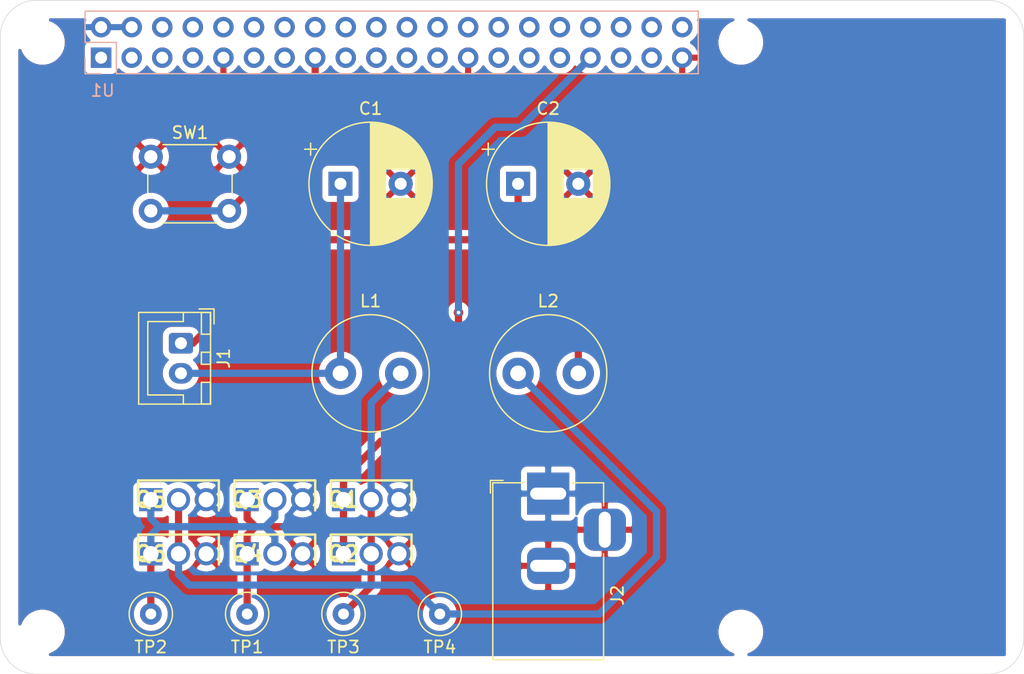
<source format=kicad_pcb>
(kicad_pcb (version 20171130) (host pcbnew "(5.1.5)-3")

  (general
    (thickness 1.6)
    (drawings 8)
    (tracks 57)
    (zones 0)
    (modules 22)
    (nets 43)
  )

  (page A4)
  (title_block
    (title CAL_V_Simulation)
    (date 2020-03-26)
    (company "Sleep System Lab.")
  )

  (layers
    (0 F.Cu signal hide)
    (31 B.Cu signal hide)
    (32 B.Adhes user)
    (33 F.Adhes user)
    (34 B.Paste user)
    (35 F.Paste user)
    (36 B.SilkS user)
    (37 F.SilkS user)
    (38 B.Mask user)
    (39 F.Mask user)
    (40 Dwgs.User user)
    (41 Cmts.User user)
    (42 Eco1.User user)
    (43 Eco2.User user)
    (44 Edge.Cuts user)
    (45 Margin user)
    (46 B.CrtYd user)
    (47 F.CrtYd user)
    (48 B.Fab user)
    (49 F.Fab user)
  )

  (setup
    (last_trace_width 0.6)
    (user_trace_width 0.2)
    (user_trace_width 0.4)
    (user_trace_width 0.6)
    (user_trace_width 0.8)
    (user_trace_width 1)
    (user_trace_width 1.2)
    (user_trace_width 1.6)
    (user_trace_width 2)
    (trace_clearance 0.2)
    (zone_clearance 0.508)
    (zone_45_only no)
    (trace_min 0.1524)
    (via_size 0.6)
    (via_drill 0.3)
    (via_min_size 0.5)
    (via_min_drill 0.2)
    (user_via 0.9 0.5)
    (user_via 1.2 0.8)
    (user_via 1.4 0.9)
    (user_via 1.5 1)
    (uvia_size 0.3)
    (uvia_drill 0.1)
    (uvias_allowed no)
    (uvia_min_size 0.2)
    (uvia_min_drill 0.1)
    (edge_width 0.05)
    (segment_width 0.2)
    (pcb_text_width 0.3)
    (pcb_text_size 1.5 1.5)
    (mod_edge_width 0.12)
    (mod_text_size 1 1)
    (mod_text_width 0.15)
    (pad_size 1.524 1.524)
    (pad_drill 0.762)
    (pad_to_mask_clearance 0.051)
    (solder_mask_min_width 0.25)
    (aux_axis_origin 50 150)
    (grid_origin 50 150)
    (visible_elements 7FFFFFFF)
    (pcbplotparams
      (layerselection 0x010fc_ffffffff)
      (usegerberextensions true)
      (usegerberattributes false)
      (usegerberadvancedattributes false)
      (creategerberjobfile false)
      (excludeedgelayer true)
      (linewidth 0.100000)
      (plotframeref false)
      (viasonmask false)
      (mode 1)
      (useauxorigin false)
      (hpglpennumber 1)
      (hpglpenspeed 20)
      (hpglpendiameter 15.000000)
      (psnegative false)
      (psa4output false)
      (plotreference true)
      (plotvalue true)
      (plotinvisibletext false)
      (padsonsilk false)
      (subtractmaskfromsilk false)
      (outputformat 1)
      (mirror false)
      (drillshape 0)
      (scaleselection 1)
      (outputdirectory "Gerber/"))
  )

  (net 0 "")
  (net 1 GND)
  (net 2 "Net-(C1-Pad1)")
  (net 3 "Net-(C2-Pad1)")
  (net 4 +5V)
  (net 5 "Net-(L1-Pad1)")
  (net 6 "Net-(L2-Pad1)")
  (net 7 /PWM)
  (net 8 "Net-(Q3-Pad2)")
  (net 9 "Net-(SW1-Pad2)")
  (net 10 "Net-(U1-Pad1)")
  (net 11 "Net-(U1-Pad3)")
  (net 12 "Net-(U1-Pad5)")
  (net 13 "Net-(U1-Pad7)")
  (net 14 "Net-(U1-Pad8)")
  (net 15 "Net-(U1-Pad10)")
  (net 16 "Net-(U1-Pad11)")
  (net 17 "Net-(U1-Pad12)")
  (net 18 "Net-(U1-Pad13)")
  (net 19 "Net-(U1-Pad16)")
  (net 20 "Net-(U1-Pad17)")
  (net 21 "Net-(U1-Pad18)")
  (net 22 "Net-(U1-Pad19)")
  (net 23 "Net-(U1-Pad21)")
  (net 24 "Net-(U1-Pad22)")
  (net 25 "Net-(U1-Pad23)")
  (net 26 "Net-(U1-Pad24)")
  (net 27 "Net-(U1-Pad26)")
  (net 28 "Net-(U1-Pad27)")
  (net 29 "Net-(U1-Pad28)")
  (net 30 "Net-(U1-Pad29)")
  (net 31 "Net-(U1-Pad31)")
  (net 32 "Net-(U1-Pad35)")
  (net 33 "Net-(U1-Pad36)")
  (net 34 "Net-(U1-Pad37)")
  (net 35 "Net-(U1-Pad38)")
  (net 36 "Net-(U1-Pad40)")
  (net 37 "Net-(U1-Pad6)")
  (net 38 "Net-(U1-Pad14)")
  (net 39 "Net-(U1-Pad20)")
  (net 40 "Net-(U1-Pad30)")
  (net 41 "Net-(U1-Pad32)")
  (net 42 "Net-(U1-Pad34)")

  (net_class Default "これはデフォルトのネット クラスです。"
    (clearance 0.2)
    (trace_width 0.2)
    (via_dia 0.6)
    (via_drill 0.3)
    (uvia_dia 0.3)
    (uvia_drill 0.1)
    (add_net +5V)
    (add_net /PWM)
    (add_net GND)
    (add_net "Net-(C1-Pad1)")
    (add_net "Net-(C2-Pad1)")
    (add_net "Net-(L1-Pad1)")
    (add_net "Net-(L2-Pad1)")
    (add_net "Net-(Q3-Pad2)")
    (add_net "Net-(SW1-Pad2)")
    (add_net "Net-(U1-Pad1)")
    (add_net "Net-(U1-Pad10)")
    (add_net "Net-(U1-Pad11)")
    (add_net "Net-(U1-Pad12)")
    (add_net "Net-(U1-Pad13)")
    (add_net "Net-(U1-Pad14)")
    (add_net "Net-(U1-Pad16)")
    (add_net "Net-(U1-Pad17)")
    (add_net "Net-(U1-Pad18)")
    (add_net "Net-(U1-Pad19)")
    (add_net "Net-(U1-Pad20)")
    (add_net "Net-(U1-Pad21)")
    (add_net "Net-(U1-Pad22)")
    (add_net "Net-(U1-Pad23)")
    (add_net "Net-(U1-Pad24)")
    (add_net "Net-(U1-Pad26)")
    (add_net "Net-(U1-Pad27)")
    (add_net "Net-(U1-Pad28)")
    (add_net "Net-(U1-Pad29)")
    (add_net "Net-(U1-Pad3)")
    (add_net "Net-(U1-Pad30)")
    (add_net "Net-(U1-Pad31)")
    (add_net "Net-(U1-Pad32)")
    (add_net "Net-(U1-Pad34)")
    (add_net "Net-(U1-Pad35)")
    (add_net "Net-(U1-Pad36)")
    (add_net "Net-(U1-Pad37)")
    (add_net "Net-(U1-Pad38)")
    (add_net "Net-(U1-Pad40)")
    (add_net "Net-(U1-Pad5)")
    (add_net "Net-(U1-Pad6)")
    (add_net "Net-(U1-Pad7)")
    (add_net "Net-(U1-Pad8)")
  )

  (module Inductor_THT:L_Radial_D9.5mm_P5.00mm_Fastron_07HVP (layer F.Cu) (tedit 5AE59B06) (tstamp 5E7CCDDE)
    (at 93 125)
    (descr "Inductor, Radial series, Radial, pin pitch=5.00mm, , diameter=9.5mm, Fastron, 07HVP, http://www.fastrongroup.com/image-show/107/07HVP%2007HVP_T.pdf?type=Complete-DataSheet&productType=series")
    (tags "Inductor Radial series Radial pin pitch 5.00mm  diameter 9.5mm Fastron 07HVP")
    (path /5E8BC48D)
    (fp_text reference L2 (at 2.5 -6) (layer F.SilkS)
      (effects (font (size 1 1) (thickness 0.15)))
    )
    (fp_text value 100μH (at 2.5 6) (layer F.Fab)
      (effects (font (size 1 1) (thickness 0.15)))
    )
    (fp_text user %R (at 2.5 0) (layer F.Fab)
      (effects (font (size 1 1) (thickness 0.15)))
    )
    (fp_circle (center 2.5 0) (end 7.5 0) (layer F.CrtYd) (width 0.05))
    (fp_circle (center 2.5 0) (end 7.37 0) (layer F.SilkS) (width 0.12))
    (fp_circle (center 2.5 0) (end 7.25 0) (layer F.Fab) (width 0.1))
    (pad 2 thru_hole circle (at 5 0) (size 2.6 2.6) (drill 1.3) (layers *.Cu *.Mask)
      (net 3 "Net-(C2-Pad1)"))
    (pad 1 thru_hole circle (at 0 0) (size 2.6 2.6) (drill 1.3) (layers *.Cu *.Mask)
      (net 6 "Net-(L2-Pad1)"))
    (model ${KISYS3DMOD}/Inductor_THT.3dshapes/L_Radial_D9.5mm_P5.00mm_Fastron_07HVP.wrl
      (at (xyz 0 0 0))
      (scale (xyz 1 1 1))
      (rotate (xyz 0 0 0))
    )
  )

  (module MountingHole:MountingHole_2.7mm_M2.5 locked (layer F.Cu) (tedit 56D1B4CB) (tstamp 5E7CDB58)
    (at 111.5 146.5)
    (descr "Mounting Hole 2.7mm, no annular, M2.5")
    (tags "mounting hole 2.7mm no annular m2.5")
    (attr virtual)
    (fp_text reference MH4 (at 0 -3.7) (layer F.SilkS) hide
      (effects (font (size 1 1) (thickness 0.15)))
    )
    (fp_text value MountingHole_2.7mm_M2.5 (at 0 3.7) (layer F.Fab) hide
      (effects (font (size 1 1) (thickness 0.15)))
    )
    (fp_text user %R (at 0.3 0) (layer F.Fab) hide
      (effects (font (size 1 1) (thickness 0.15)))
    )
    (fp_circle (center 0 0) (end 2.7 0) (layer Cmts.User) (width 0.15))
    (fp_circle (center 0 0) (end 2.95 0) (layer F.CrtYd) (width 0.05))
    (pad 1 np_thru_hole circle (at 0 0) (size 2.7 2.7) (drill 2.7) (layers *.Cu *.Mask))
  )

  (module MountingHole:MountingHole_2.7mm_M2.5 locked (layer F.Cu) (tedit 56D1B4CB) (tstamp 5E7CDB58)
    (at 111.5 97.5)
    (descr "Mounting Hole 2.7mm, no annular, M2.5")
    (tags "mounting hole 2.7mm no annular m2.5")
    (attr virtual)
    (fp_text reference MH1 (at 0 -3.7) (layer F.SilkS) hide
      (effects (font (size 1 1) (thickness 0.15)))
    )
    (fp_text value MountingHole_2.7mm_M2.5 (at 0 3.7) (layer F.Fab) hide
      (effects (font (size 1 1) (thickness 0.15)))
    )
    (fp_text user %R (at 0.3 0) (layer F.Fab) hide
      (effects (font (size 1 1) (thickness 0.15)))
    )
    (fp_circle (center 0 0) (end 2.7 0) (layer Cmts.User) (width 0.15))
    (fp_circle (center 0 0) (end 2.95 0) (layer F.CrtYd) (width 0.05))
    (pad 1 np_thru_hole circle (at 0 0) (size 2.7 2.7) (drill 2.7) (layers *.Cu *.Mask))
  )

  (module MountingHole:MountingHole_2.7mm_M2.5 locked (layer F.Cu) (tedit 56D1B4CB) (tstamp 5E7CDB58)
    (at 53.5 97.5)
    (descr "Mounting Hole 2.7mm, no annular, M2.5")
    (tags "mounting hole 2.7mm no annular m2.5")
    (attr virtual)
    (fp_text reference MH2 (at 0 -3.7) (layer F.SilkS) hide
      (effects (font (size 1 1) (thickness 0.15)))
    )
    (fp_text value MountingHole_2.7mm_M2.5 (at 0 3.7) (layer F.Fab) hide
      (effects (font (size 1 1) (thickness 0.15)))
    )
    (fp_text user %R (at 0.3 0) (layer F.Fab) hide
      (effects (font (size 1 1) (thickness 0.15)))
    )
    (fp_circle (center 0 0) (end 2.7 0) (layer Cmts.User) (width 0.15))
    (fp_circle (center 0 0) (end 2.95 0) (layer F.CrtYd) (width 0.05))
    (pad 1 np_thru_hole circle (at 0 0) (size 2.7 2.7) (drill 2.7) (layers *.Cu *.Mask))
  )

  (module MountingHole:MountingHole_2.7mm_M2.5 locked (layer F.Cu) (tedit 56D1B4CB) (tstamp 5E7CDB31)
    (at 53.5 146.5)
    (descr "Mounting Hole 2.7mm, no annular, M2.5")
    (tags "mounting hole 2.7mm no annular m2.5")
    (attr virtual)
    (fp_text reference MH3 (at 0 -3.7) (layer F.SilkS) hide
      (effects (font (size 1 1) (thickness 0.15)))
    )
    (fp_text value MountingHole_2.7mm_M2.5 (at 0 3.7) (layer F.Fab) hide
      (effects (font (size 1 1) (thickness 0.15)))
    )
    (fp_circle (center 0 0) (end 2.95 0) (layer F.CrtYd) (width 0.05))
    (fp_circle (center 0 0) (end 2.7 0) (layer Cmts.User) (width 0.15))
    (fp_text user %R (at 0.3 0) (layer F.Fab) hide
      (effects (font (size 1 1) (thickness 0.15)))
    )
    (pad 1 np_thru_hole circle (at 0 0) (size 2.7 2.7) (drill 2.7) (layers *.Cu *.Mask))
  )

  (module Capacitor_THT:CP_Radial_D10.0mm_P5.00mm (layer F.Cu) (tedit 5AE50EF1) (tstamp 5E7CCCB2)
    (at 78.25 109.25)
    (descr "CP, Radial series, Radial, pin pitch=5.00mm, , diameter=10mm, Electrolytic Capacitor")
    (tags "CP Radial series Radial pin pitch 5.00mm  diameter 10mm Electrolytic Capacitor")
    (path /5E92DF82)
    (fp_text reference C1 (at 2.5 -6.25) (layer F.SilkS)
      (effects (font (size 1 1) (thickness 0.15)))
    )
    (fp_text value 470μF (at 2.5 6.25) (layer F.Fab)
      (effects (font (size 1 1) (thickness 0.15)))
    )
    (fp_text user %R (at 2.5 0) (layer F.Fab)
      (effects (font (size 1 1) (thickness 0.15)))
    )
    (fp_line (start -2.479646 -3.375) (end -2.479646 -2.375) (layer F.SilkS) (width 0.12))
    (fp_line (start -2.979646 -2.875) (end -1.979646 -2.875) (layer F.SilkS) (width 0.12))
    (fp_line (start 7.581 -0.599) (end 7.581 0.599) (layer F.SilkS) (width 0.12))
    (fp_line (start 7.541 -0.862) (end 7.541 0.862) (layer F.SilkS) (width 0.12))
    (fp_line (start 7.501 -1.062) (end 7.501 1.062) (layer F.SilkS) (width 0.12))
    (fp_line (start 7.461 -1.23) (end 7.461 1.23) (layer F.SilkS) (width 0.12))
    (fp_line (start 7.421 -1.378) (end 7.421 1.378) (layer F.SilkS) (width 0.12))
    (fp_line (start 7.381 -1.51) (end 7.381 1.51) (layer F.SilkS) (width 0.12))
    (fp_line (start 7.341 -1.63) (end 7.341 1.63) (layer F.SilkS) (width 0.12))
    (fp_line (start 7.301 -1.742) (end 7.301 1.742) (layer F.SilkS) (width 0.12))
    (fp_line (start 7.261 -1.846) (end 7.261 1.846) (layer F.SilkS) (width 0.12))
    (fp_line (start 7.221 -1.944) (end 7.221 1.944) (layer F.SilkS) (width 0.12))
    (fp_line (start 7.181 -2.037) (end 7.181 2.037) (layer F.SilkS) (width 0.12))
    (fp_line (start 7.141 -2.125) (end 7.141 2.125) (layer F.SilkS) (width 0.12))
    (fp_line (start 7.101 -2.209) (end 7.101 2.209) (layer F.SilkS) (width 0.12))
    (fp_line (start 7.061 -2.289) (end 7.061 2.289) (layer F.SilkS) (width 0.12))
    (fp_line (start 7.021 -2.365) (end 7.021 2.365) (layer F.SilkS) (width 0.12))
    (fp_line (start 6.981 -2.439) (end 6.981 2.439) (layer F.SilkS) (width 0.12))
    (fp_line (start 6.941 -2.51) (end 6.941 2.51) (layer F.SilkS) (width 0.12))
    (fp_line (start 6.901 -2.579) (end 6.901 2.579) (layer F.SilkS) (width 0.12))
    (fp_line (start 6.861 -2.645) (end 6.861 2.645) (layer F.SilkS) (width 0.12))
    (fp_line (start 6.821 -2.709) (end 6.821 2.709) (layer F.SilkS) (width 0.12))
    (fp_line (start 6.781 -2.77) (end 6.781 2.77) (layer F.SilkS) (width 0.12))
    (fp_line (start 6.741 -2.83) (end 6.741 2.83) (layer F.SilkS) (width 0.12))
    (fp_line (start 6.701 -2.889) (end 6.701 2.889) (layer F.SilkS) (width 0.12))
    (fp_line (start 6.661 -2.945) (end 6.661 2.945) (layer F.SilkS) (width 0.12))
    (fp_line (start 6.621 -3) (end 6.621 3) (layer F.SilkS) (width 0.12))
    (fp_line (start 6.581 -3.054) (end 6.581 3.054) (layer F.SilkS) (width 0.12))
    (fp_line (start 6.541 -3.106) (end 6.541 3.106) (layer F.SilkS) (width 0.12))
    (fp_line (start 6.501 -3.156) (end 6.501 3.156) (layer F.SilkS) (width 0.12))
    (fp_line (start 6.461 -3.206) (end 6.461 3.206) (layer F.SilkS) (width 0.12))
    (fp_line (start 6.421 -3.254) (end 6.421 3.254) (layer F.SilkS) (width 0.12))
    (fp_line (start 6.381 -3.301) (end 6.381 3.301) (layer F.SilkS) (width 0.12))
    (fp_line (start 6.341 -3.347) (end 6.341 3.347) (layer F.SilkS) (width 0.12))
    (fp_line (start 6.301 -3.392) (end 6.301 3.392) (layer F.SilkS) (width 0.12))
    (fp_line (start 6.261 -3.436) (end 6.261 3.436) (layer F.SilkS) (width 0.12))
    (fp_line (start 6.221 1.241) (end 6.221 3.478) (layer F.SilkS) (width 0.12))
    (fp_line (start 6.221 -3.478) (end 6.221 -1.241) (layer F.SilkS) (width 0.12))
    (fp_line (start 6.181 1.241) (end 6.181 3.52) (layer F.SilkS) (width 0.12))
    (fp_line (start 6.181 -3.52) (end 6.181 -1.241) (layer F.SilkS) (width 0.12))
    (fp_line (start 6.141 1.241) (end 6.141 3.561) (layer F.SilkS) (width 0.12))
    (fp_line (start 6.141 -3.561) (end 6.141 -1.241) (layer F.SilkS) (width 0.12))
    (fp_line (start 6.101 1.241) (end 6.101 3.601) (layer F.SilkS) (width 0.12))
    (fp_line (start 6.101 -3.601) (end 6.101 -1.241) (layer F.SilkS) (width 0.12))
    (fp_line (start 6.061 1.241) (end 6.061 3.64) (layer F.SilkS) (width 0.12))
    (fp_line (start 6.061 -3.64) (end 6.061 -1.241) (layer F.SilkS) (width 0.12))
    (fp_line (start 6.021 1.241) (end 6.021 3.679) (layer F.SilkS) (width 0.12))
    (fp_line (start 6.021 -3.679) (end 6.021 -1.241) (layer F.SilkS) (width 0.12))
    (fp_line (start 5.981 1.241) (end 5.981 3.716) (layer F.SilkS) (width 0.12))
    (fp_line (start 5.981 -3.716) (end 5.981 -1.241) (layer F.SilkS) (width 0.12))
    (fp_line (start 5.941 1.241) (end 5.941 3.753) (layer F.SilkS) (width 0.12))
    (fp_line (start 5.941 -3.753) (end 5.941 -1.241) (layer F.SilkS) (width 0.12))
    (fp_line (start 5.901 1.241) (end 5.901 3.789) (layer F.SilkS) (width 0.12))
    (fp_line (start 5.901 -3.789) (end 5.901 -1.241) (layer F.SilkS) (width 0.12))
    (fp_line (start 5.861 1.241) (end 5.861 3.824) (layer F.SilkS) (width 0.12))
    (fp_line (start 5.861 -3.824) (end 5.861 -1.241) (layer F.SilkS) (width 0.12))
    (fp_line (start 5.821 1.241) (end 5.821 3.858) (layer F.SilkS) (width 0.12))
    (fp_line (start 5.821 -3.858) (end 5.821 -1.241) (layer F.SilkS) (width 0.12))
    (fp_line (start 5.781 1.241) (end 5.781 3.892) (layer F.SilkS) (width 0.12))
    (fp_line (start 5.781 -3.892) (end 5.781 -1.241) (layer F.SilkS) (width 0.12))
    (fp_line (start 5.741 1.241) (end 5.741 3.925) (layer F.SilkS) (width 0.12))
    (fp_line (start 5.741 -3.925) (end 5.741 -1.241) (layer F.SilkS) (width 0.12))
    (fp_line (start 5.701 1.241) (end 5.701 3.957) (layer F.SilkS) (width 0.12))
    (fp_line (start 5.701 -3.957) (end 5.701 -1.241) (layer F.SilkS) (width 0.12))
    (fp_line (start 5.661 1.241) (end 5.661 3.989) (layer F.SilkS) (width 0.12))
    (fp_line (start 5.661 -3.989) (end 5.661 -1.241) (layer F.SilkS) (width 0.12))
    (fp_line (start 5.621 1.241) (end 5.621 4.02) (layer F.SilkS) (width 0.12))
    (fp_line (start 5.621 -4.02) (end 5.621 -1.241) (layer F.SilkS) (width 0.12))
    (fp_line (start 5.581 1.241) (end 5.581 4.05) (layer F.SilkS) (width 0.12))
    (fp_line (start 5.581 -4.05) (end 5.581 -1.241) (layer F.SilkS) (width 0.12))
    (fp_line (start 5.541 1.241) (end 5.541 4.08) (layer F.SilkS) (width 0.12))
    (fp_line (start 5.541 -4.08) (end 5.541 -1.241) (layer F.SilkS) (width 0.12))
    (fp_line (start 5.501 1.241) (end 5.501 4.11) (layer F.SilkS) (width 0.12))
    (fp_line (start 5.501 -4.11) (end 5.501 -1.241) (layer F.SilkS) (width 0.12))
    (fp_line (start 5.461 1.241) (end 5.461 4.138) (layer F.SilkS) (width 0.12))
    (fp_line (start 5.461 -4.138) (end 5.461 -1.241) (layer F.SilkS) (width 0.12))
    (fp_line (start 5.421 1.241) (end 5.421 4.166) (layer F.SilkS) (width 0.12))
    (fp_line (start 5.421 -4.166) (end 5.421 -1.241) (layer F.SilkS) (width 0.12))
    (fp_line (start 5.381 1.241) (end 5.381 4.194) (layer F.SilkS) (width 0.12))
    (fp_line (start 5.381 -4.194) (end 5.381 -1.241) (layer F.SilkS) (width 0.12))
    (fp_line (start 5.341 1.241) (end 5.341 4.221) (layer F.SilkS) (width 0.12))
    (fp_line (start 5.341 -4.221) (end 5.341 -1.241) (layer F.SilkS) (width 0.12))
    (fp_line (start 5.301 1.241) (end 5.301 4.247) (layer F.SilkS) (width 0.12))
    (fp_line (start 5.301 -4.247) (end 5.301 -1.241) (layer F.SilkS) (width 0.12))
    (fp_line (start 5.261 1.241) (end 5.261 4.273) (layer F.SilkS) (width 0.12))
    (fp_line (start 5.261 -4.273) (end 5.261 -1.241) (layer F.SilkS) (width 0.12))
    (fp_line (start 5.221 1.241) (end 5.221 4.298) (layer F.SilkS) (width 0.12))
    (fp_line (start 5.221 -4.298) (end 5.221 -1.241) (layer F.SilkS) (width 0.12))
    (fp_line (start 5.181 1.241) (end 5.181 4.323) (layer F.SilkS) (width 0.12))
    (fp_line (start 5.181 -4.323) (end 5.181 -1.241) (layer F.SilkS) (width 0.12))
    (fp_line (start 5.141 1.241) (end 5.141 4.347) (layer F.SilkS) (width 0.12))
    (fp_line (start 5.141 -4.347) (end 5.141 -1.241) (layer F.SilkS) (width 0.12))
    (fp_line (start 5.101 1.241) (end 5.101 4.371) (layer F.SilkS) (width 0.12))
    (fp_line (start 5.101 -4.371) (end 5.101 -1.241) (layer F.SilkS) (width 0.12))
    (fp_line (start 5.061 1.241) (end 5.061 4.395) (layer F.SilkS) (width 0.12))
    (fp_line (start 5.061 -4.395) (end 5.061 -1.241) (layer F.SilkS) (width 0.12))
    (fp_line (start 5.021 1.241) (end 5.021 4.417) (layer F.SilkS) (width 0.12))
    (fp_line (start 5.021 -4.417) (end 5.021 -1.241) (layer F.SilkS) (width 0.12))
    (fp_line (start 4.981 1.241) (end 4.981 4.44) (layer F.SilkS) (width 0.12))
    (fp_line (start 4.981 -4.44) (end 4.981 -1.241) (layer F.SilkS) (width 0.12))
    (fp_line (start 4.941 1.241) (end 4.941 4.462) (layer F.SilkS) (width 0.12))
    (fp_line (start 4.941 -4.462) (end 4.941 -1.241) (layer F.SilkS) (width 0.12))
    (fp_line (start 4.901 1.241) (end 4.901 4.483) (layer F.SilkS) (width 0.12))
    (fp_line (start 4.901 -4.483) (end 4.901 -1.241) (layer F.SilkS) (width 0.12))
    (fp_line (start 4.861 1.241) (end 4.861 4.504) (layer F.SilkS) (width 0.12))
    (fp_line (start 4.861 -4.504) (end 4.861 -1.241) (layer F.SilkS) (width 0.12))
    (fp_line (start 4.821 1.241) (end 4.821 4.525) (layer F.SilkS) (width 0.12))
    (fp_line (start 4.821 -4.525) (end 4.821 -1.241) (layer F.SilkS) (width 0.12))
    (fp_line (start 4.781 1.241) (end 4.781 4.545) (layer F.SilkS) (width 0.12))
    (fp_line (start 4.781 -4.545) (end 4.781 -1.241) (layer F.SilkS) (width 0.12))
    (fp_line (start 4.741 1.241) (end 4.741 4.564) (layer F.SilkS) (width 0.12))
    (fp_line (start 4.741 -4.564) (end 4.741 -1.241) (layer F.SilkS) (width 0.12))
    (fp_line (start 4.701 1.241) (end 4.701 4.584) (layer F.SilkS) (width 0.12))
    (fp_line (start 4.701 -4.584) (end 4.701 -1.241) (layer F.SilkS) (width 0.12))
    (fp_line (start 4.661 1.241) (end 4.661 4.603) (layer F.SilkS) (width 0.12))
    (fp_line (start 4.661 -4.603) (end 4.661 -1.241) (layer F.SilkS) (width 0.12))
    (fp_line (start 4.621 1.241) (end 4.621 4.621) (layer F.SilkS) (width 0.12))
    (fp_line (start 4.621 -4.621) (end 4.621 -1.241) (layer F.SilkS) (width 0.12))
    (fp_line (start 4.581 1.241) (end 4.581 4.639) (layer F.SilkS) (width 0.12))
    (fp_line (start 4.581 -4.639) (end 4.581 -1.241) (layer F.SilkS) (width 0.12))
    (fp_line (start 4.541 1.241) (end 4.541 4.657) (layer F.SilkS) (width 0.12))
    (fp_line (start 4.541 -4.657) (end 4.541 -1.241) (layer F.SilkS) (width 0.12))
    (fp_line (start 4.501 1.241) (end 4.501 4.674) (layer F.SilkS) (width 0.12))
    (fp_line (start 4.501 -4.674) (end 4.501 -1.241) (layer F.SilkS) (width 0.12))
    (fp_line (start 4.461 1.241) (end 4.461 4.69) (layer F.SilkS) (width 0.12))
    (fp_line (start 4.461 -4.69) (end 4.461 -1.241) (layer F.SilkS) (width 0.12))
    (fp_line (start 4.421 1.241) (end 4.421 4.707) (layer F.SilkS) (width 0.12))
    (fp_line (start 4.421 -4.707) (end 4.421 -1.241) (layer F.SilkS) (width 0.12))
    (fp_line (start 4.381 1.241) (end 4.381 4.723) (layer F.SilkS) (width 0.12))
    (fp_line (start 4.381 -4.723) (end 4.381 -1.241) (layer F.SilkS) (width 0.12))
    (fp_line (start 4.341 1.241) (end 4.341 4.738) (layer F.SilkS) (width 0.12))
    (fp_line (start 4.341 -4.738) (end 4.341 -1.241) (layer F.SilkS) (width 0.12))
    (fp_line (start 4.301 1.241) (end 4.301 4.754) (layer F.SilkS) (width 0.12))
    (fp_line (start 4.301 -4.754) (end 4.301 -1.241) (layer F.SilkS) (width 0.12))
    (fp_line (start 4.261 1.241) (end 4.261 4.768) (layer F.SilkS) (width 0.12))
    (fp_line (start 4.261 -4.768) (end 4.261 -1.241) (layer F.SilkS) (width 0.12))
    (fp_line (start 4.221 1.241) (end 4.221 4.783) (layer F.SilkS) (width 0.12))
    (fp_line (start 4.221 -4.783) (end 4.221 -1.241) (layer F.SilkS) (width 0.12))
    (fp_line (start 4.181 1.241) (end 4.181 4.797) (layer F.SilkS) (width 0.12))
    (fp_line (start 4.181 -4.797) (end 4.181 -1.241) (layer F.SilkS) (width 0.12))
    (fp_line (start 4.141 1.241) (end 4.141 4.811) (layer F.SilkS) (width 0.12))
    (fp_line (start 4.141 -4.811) (end 4.141 -1.241) (layer F.SilkS) (width 0.12))
    (fp_line (start 4.101 1.241) (end 4.101 4.824) (layer F.SilkS) (width 0.12))
    (fp_line (start 4.101 -4.824) (end 4.101 -1.241) (layer F.SilkS) (width 0.12))
    (fp_line (start 4.061 1.241) (end 4.061 4.837) (layer F.SilkS) (width 0.12))
    (fp_line (start 4.061 -4.837) (end 4.061 -1.241) (layer F.SilkS) (width 0.12))
    (fp_line (start 4.021 1.241) (end 4.021 4.85) (layer F.SilkS) (width 0.12))
    (fp_line (start 4.021 -4.85) (end 4.021 -1.241) (layer F.SilkS) (width 0.12))
    (fp_line (start 3.981 1.241) (end 3.981 4.862) (layer F.SilkS) (width 0.12))
    (fp_line (start 3.981 -4.862) (end 3.981 -1.241) (layer F.SilkS) (width 0.12))
    (fp_line (start 3.941 1.241) (end 3.941 4.874) (layer F.SilkS) (width 0.12))
    (fp_line (start 3.941 -4.874) (end 3.941 -1.241) (layer F.SilkS) (width 0.12))
    (fp_line (start 3.901 1.241) (end 3.901 4.885) (layer F.SilkS) (width 0.12))
    (fp_line (start 3.901 -4.885) (end 3.901 -1.241) (layer F.SilkS) (width 0.12))
    (fp_line (start 3.861 1.241) (end 3.861 4.897) (layer F.SilkS) (width 0.12))
    (fp_line (start 3.861 -4.897) (end 3.861 -1.241) (layer F.SilkS) (width 0.12))
    (fp_line (start 3.821 1.241) (end 3.821 4.907) (layer F.SilkS) (width 0.12))
    (fp_line (start 3.821 -4.907) (end 3.821 -1.241) (layer F.SilkS) (width 0.12))
    (fp_line (start 3.781 1.241) (end 3.781 4.918) (layer F.SilkS) (width 0.12))
    (fp_line (start 3.781 -4.918) (end 3.781 -1.241) (layer F.SilkS) (width 0.12))
    (fp_line (start 3.741 -4.928) (end 3.741 4.928) (layer F.SilkS) (width 0.12))
    (fp_line (start 3.701 -4.938) (end 3.701 4.938) (layer F.SilkS) (width 0.12))
    (fp_line (start 3.661 -4.947) (end 3.661 4.947) (layer F.SilkS) (width 0.12))
    (fp_line (start 3.621 -4.956) (end 3.621 4.956) (layer F.SilkS) (width 0.12))
    (fp_line (start 3.581 -4.965) (end 3.581 4.965) (layer F.SilkS) (width 0.12))
    (fp_line (start 3.541 -4.974) (end 3.541 4.974) (layer F.SilkS) (width 0.12))
    (fp_line (start 3.501 -4.982) (end 3.501 4.982) (layer F.SilkS) (width 0.12))
    (fp_line (start 3.461 -4.99) (end 3.461 4.99) (layer F.SilkS) (width 0.12))
    (fp_line (start 3.421 -4.997) (end 3.421 4.997) (layer F.SilkS) (width 0.12))
    (fp_line (start 3.381 -5.004) (end 3.381 5.004) (layer F.SilkS) (width 0.12))
    (fp_line (start 3.341 -5.011) (end 3.341 5.011) (layer F.SilkS) (width 0.12))
    (fp_line (start 3.301 -5.018) (end 3.301 5.018) (layer F.SilkS) (width 0.12))
    (fp_line (start 3.261 -5.024) (end 3.261 5.024) (layer F.SilkS) (width 0.12))
    (fp_line (start 3.221 -5.03) (end 3.221 5.03) (layer F.SilkS) (width 0.12))
    (fp_line (start 3.18 -5.035) (end 3.18 5.035) (layer F.SilkS) (width 0.12))
    (fp_line (start 3.14 -5.04) (end 3.14 5.04) (layer F.SilkS) (width 0.12))
    (fp_line (start 3.1 -5.045) (end 3.1 5.045) (layer F.SilkS) (width 0.12))
    (fp_line (start 3.06 -5.05) (end 3.06 5.05) (layer F.SilkS) (width 0.12))
    (fp_line (start 3.02 -5.054) (end 3.02 5.054) (layer F.SilkS) (width 0.12))
    (fp_line (start 2.98 -5.058) (end 2.98 5.058) (layer F.SilkS) (width 0.12))
    (fp_line (start 2.94 -5.062) (end 2.94 5.062) (layer F.SilkS) (width 0.12))
    (fp_line (start 2.9 -5.065) (end 2.9 5.065) (layer F.SilkS) (width 0.12))
    (fp_line (start 2.86 -5.068) (end 2.86 5.068) (layer F.SilkS) (width 0.12))
    (fp_line (start 2.82 -5.07) (end 2.82 5.07) (layer F.SilkS) (width 0.12))
    (fp_line (start 2.78 -5.073) (end 2.78 5.073) (layer F.SilkS) (width 0.12))
    (fp_line (start 2.74 -5.075) (end 2.74 5.075) (layer F.SilkS) (width 0.12))
    (fp_line (start 2.7 -5.077) (end 2.7 5.077) (layer F.SilkS) (width 0.12))
    (fp_line (start 2.66 -5.078) (end 2.66 5.078) (layer F.SilkS) (width 0.12))
    (fp_line (start 2.62 -5.079) (end 2.62 5.079) (layer F.SilkS) (width 0.12))
    (fp_line (start 2.58 -5.08) (end 2.58 5.08) (layer F.SilkS) (width 0.12))
    (fp_line (start 2.54 -5.08) (end 2.54 5.08) (layer F.SilkS) (width 0.12))
    (fp_line (start 2.5 -5.08) (end 2.5 5.08) (layer F.SilkS) (width 0.12))
    (fp_line (start -1.288861 -2.6875) (end -1.288861 -1.6875) (layer F.Fab) (width 0.1))
    (fp_line (start -1.788861 -2.1875) (end -0.788861 -2.1875) (layer F.Fab) (width 0.1))
    (fp_circle (center 2.5 0) (end 7.75 0) (layer F.CrtYd) (width 0.05))
    (fp_circle (center 2.5 0) (end 7.62 0) (layer F.SilkS) (width 0.12))
    (fp_circle (center 2.5 0) (end 7.5 0) (layer F.Fab) (width 0.1))
    (pad 2 thru_hole circle (at 5 0) (size 2 2) (drill 1) (layers *.Cu *.Mask)
      (net 1 GND))
    (pad 1 thru_hole rect (at 0 0) (size 2 2) (drill 1) (layers *.Cu *.Mask)
      (net 2 "Net-(C1-Pad1)"))
    (model ${KISYS3DMOD}/Capacitor_THT.3dshapes/CP_Radial_D10.0mm_P5.00mm.wrl
      (at (xyz 0 0 0))
      (scale (xyz 1 1 1))
      (rotate (xyz 0 0 0))
    )
  )

  (module Capacitor_THT:CP_Radial_D10.0mm_P5.00mm (layer F.Cu) (tedit 5AE50EF1) (tstamp 5E7CCD7E)
    (at 93 109.25)
    (descr "CP, Radial series, Radial, pin pitch=5.00mm, , diameter=10mm, Electrolytic Capacitor")
    (tags "CP Radial series Radial pin pitch 5.00mm  diameter 10mm Electrolytic Capacitor")
    (path /5E9310D5)
    (fp_text reference C2 (at 2.5 -6.25) (layer F.SilkS)
      (effects (font (size 1 1) (thickness 0.15)))
    )
    (fp_text value 470μF (at 2.5 6.25) (layer F.Fab)
      (effects (font (size 1 1) (thickness 0.15)))
    )
    (fp_circle (center 2.5 0) (end 7.5 0) (layer F.Fab) (width 0.1))
    (fp_circle (center 2.5 0) (end 7.62 0) (layer F.SilkS) (width 0.12))
    (fp_circle (center 2.5 0) (end 7.75 0) (layer F.CrtYd) (width 0.05))
    (fp_line (start -1.788861 -2.1875) (end -0.788861 -2.1875) (layer F.Fab) (width 0.1))
    (fp_line (start -1.288861 -2.6875) (end -1.288861 -1.6875) (layer F.Fab) (width 0.1))
    (fp_line (start 2.5 -5.08) (end 2.5 5.08) (layer F.SilkS) (width 0.12))
    (fp_line (start 2.54 -5.08) (end 2.54 5.08) (layer F.SilkS) (width 0.12))
    (fp_line (start 2.58 -5.08) (end 2.58 5.08) (layer F.SilkS) (width 0.12))
    (fp_line (start 2.62 -5.079) (end 2.62 5.079) (layer F.SilkS) (width 0.12))
    (fp_line (start 2.66 -5.078) (end 2.66 5.078) (layer F.SilkS) (width 0.12))
    (fp_line (start 2.7 -5.077) (end 2.7 5.077) (layer F.SilkS) (width 0.12))
    (fp_line (start 2.74 -5.075) (end 2.74 5.075) (layer F.SilkS) (width 0.12))
    (fp_line (start 2.78 -5.073) (end 2.78 5.073) (layer F.SilkS) (width 0.12))
    (fp_line (start 2.82 -5.07) (end 2.82 5.07) (layer F.SilkS) (width 0.12))
    (fp_line (start 2.86 -5.068) (end 2.86 5.068) (layer F.SilkS) (width 0.12))
    (fp_line (start 2.9 -5.065) (end 2.9 5.065) (layer F.SilkS) (width 0.12))
    (fp_line (start 2.94 -5.062) (end 2.94 5.062) (layer F.SilkS) (width 0.12))
    (fp_line (start 2.98 -5.058) (end 2.98 5.058) (layer F.SilkS) (width 0.12))
    (fp_line (start 3.02 -5.054) (end 3.02 5.054) (layer F.SilkS) (width 0.12))
    (fp_line (start 3.06 -5.05) (end 3.06 5.05) (layer F.SilkS) (width 0.12))
    (fp_line (start 3.1 -5.045) (end 3.1 5.045) (layer F.SilkS) (width 0.12))
    (fp_line (start 3.14 -5.04) (end 3.14 5.04) (layer F.SilkS) (width 0.12))
    (fp_line (start 3.18 -5.035) (end 3.18 5.035) (layer F.SilkS) (width 0.12))
    (fp_line (start 3.221 -5.03) (end 3.221 5.03) (layer F.SilkS) (width 0.12))
    (fp_line (start 3.261 -5.024) (end 3.261 5.024) (layer F.SilkS) (width 0.12))
    (fp_line (start 3.301 -5.018) (end 3.301 5.018) (layer F.SilkS) (width 0.12))
    (fp_line (start 3.341 -5.011) (end 3.341 5.011) (layer F.SilkS) (width 0.12))
    (fp_line (start 3.381 -5.004) (end 3.381 5.004) (layer F.SilkS) (width 0.12))
    (fp_line (start 3.421 -4.997) (end 3.421 4.997) (layer F.SilkS) (width 0.12))
    (fp_line (start 3.461 -4.99) (end 3.461 4.99) (layer F.SilkS) (width 0.12))
    (fp_line (start 3.501 -4.982) (end 3.501 4.982) (layer F.SilkS) (width 0.12))
    (fp_line (start 3.541 -4.974) (end 3.541 4.974) (layer F.SilkS) (width 0.12))
    (fp_line (start 3.581 -4.965) (end 3.581 4.965) (layer F.SilkS) (width 0.12))
    (fp_line (start 3.621 -4.956) (end 3.621 4.956) (layer F.SilkS) (width 0.12))
    (fp_line (start 3.661 -4.947) (end 3.661 4.947) (layer F.SilkS) (width 0.12))
    (fp_line (start 3.701 -4.938) (end 3.701 4.938) (layer F.SilkS) (width 0.12))
    (fp_line (start 3.741 -4.928) (end 3.741 4.928) (layer F.SilkS) (width 0.12))
    (fp_line (start 3.781 -4.918) (end 3.781 -1.241) (layer F.SilkS) (width 0.12))
    (fp_line (start 3.781 1.241) (end 3.781 4.918) (layer F.SilkS) (width 0.12))
    (fp_line (start 3.821 -4.907) (end 3.821 -1.241) (layer F.SilkS) (width 0.12))
    (fp_line (start 3.821 1.241) (end 3.821 4.907) (layer F.SilkS) (width 0.12))
    (fp_line (start 3.861 -4.897) (end 3.861 -1.241) (layer F.SilkS) (width 0.12))
    (fp_line (start 3.861 1.241) (end 3.861 4.897) (layer F.SilkS) (width 0.12))
    (fp_line (start 3.901 -4.885) (end 3.901 -1.241) (layer F.SilkS) (width 0.12))
    (fp_line (start 3.901 1.241) (end 3.901 4.885) (layer F.SilkS) (width 0.12))
    (fp_line (start 3.941 -4.874) (end 3.941 -1.241) (layer F.SilkS) (width 0.12))
    (fp_line (start 3.941 1.241) (end 3.941 4.874) (layer F.SilkS) (width 0.12))
    (fp_line (start 3.981 -4.862) (end 3.981 -1.241) (layer F.SilkS) (width 0.12))
    (fp_line (start 3.981 1.241) (end 3.981 4.862) (layer F.SilkS) (width 0.12))
    (fp_line (start 4.021 -4.85) (end 4.021 -1.241) (layer F.SilkS) (width 0.12))
    (fp_line (start 4.021 1.241) (end 4.021 4.85) (layer F.SilkS) (width 0.12))
    (fp_line (start 4.061 -4.837) (end 4.061 -1.241) (layer F.SilkS) (width 0.12))
    (fp_line (start 4.061 1.241) (end 4.061 4.837) (layer F.SilkS) (width 0.12))
    (fp_line (start 4.101 -4.824) (end 4.101 -1.241) (layer F.SilkS) (width 0.12))
    (fp_line (start 4.101 1.241) (end 4.101 4.824) (layer F.SilkS) (width 0.12))
    (fp_line (start 4.141 -4.811) (end 4.141 -1.241) (layer F.SilkS) (width 0.12))
    (fp_line (start 4.141 1.241) (end 4.141 4.811) (layer F.SilkS) (width 0.12))
    (fp_line (start 4.181 -4.797) (end 4.181 -1.241) (layer F.SilkS) (width 0.12))
    (fp_line (start 4.181 1.241) (end 4.181 4.797) (layer F.SilkS) (width 0.12))
    (fp_line (start 4.221 -4.783) (end 4.221 -1.241) (layer F.SilkS) (width 0.12))
    (fp_line (start 4.221 1.241) (end 4.221 4.783) (layer F.SilkS) (width 0.12))
    (fp_line (start 4.261 -4.768) (end 4.261 -1.241) (layer F.SilkS) (width 0.12))
    (fp_line (start 4.261 1.241) (end 4.261 4.768) (layer F.SilkS) (width 0.12))
    (fp_line (start 4.301 -4.754) (end 4.301 -1.241) (layer F.SilkS) (width 0.12))
    (fp_line (start 4.301 1.241) (end 4.301 4.754) (layer F.SilkS) (width 0.12))
    (fp_line (start 4.341 -4.738) (end 4.341 -1.241) (layer F.SilkS) (width 0.12))
    (fp_line (start 4.341 1.241) (end 4.341 4.738) (layer F.SilkS) (width 0.12))
    (fp_line (start 4.381 -4.723) (end 4.381 -1.241) (layer F.SilkS) (width 0.12))
    (fp_line (start 4.381 1.241) (end 4.381 4.723) (layer F.SilkS) (width 0.12))
    (fp_line (start 4.421 -4.707) (end 4.421 -1.241) (layer F.SilkS) (width 0.12))
    (fp_line (start 4.421 1.241) (end 4.421 4.707) (layer F.SilkS) (width 0.12))
    (fp_line (start 4.461 -4.69) (end 4.461 -1.241) (layer F.SilkS) (width 0.12))
    (fp_line (start 4.461 1.241) (end 4.461 4.69) (layer F.SilkS) (width 0.12))
    (fp_line (start 4.501 -4.674) (end 4.501 -1.241) (layer F.SilkS) (width 0.12))
    (fp_line (start 4.501 1.241) (end 4.501 4.674) (layer F.SilkS) (width 0.12))
    (fp_line (start 4.541 -4.657) (end 4.541 -1.241) (layer F.SilkS) (width 0.12))
    (fp_line (start 4.541 1.241) (end 4.541 4.657) (layer F.SilkS) (width 0.12))
    (fp_line (start 4.581 -4.639) (end 4.581 -1.241) (layer F.SilkS) (width 0.12))
    (fp_line (start 4.581 1.241) (end 4.581 4.639) (layer F.SilkS) (width 0.12))
    (fp_line (start 4.621 -4.621) (end 4.621 -1.241) (layer F.SilkS) (width 0.12))
    (fp_line (start 4.621 1.241) (end 4.621 4.621) (layer F.SilkS) (width 0.12))
    (fp_line (start 4.661 -4.603) (end 4.661 -1.241) (layer F.SilkS) (width 0.12))
    (fp_line (start 4.661 1.241) (end 4.661 4.603) (layer F.SilkS) (width 0.12))
    (fp_line (start 4.701 -4.584) (end 4.701 -1.241) (layer F.SilkS) (width 0.12))
    (fp_line (start 4.701 1.241) (end 4.701 4.584) (layer F.SilkS) (width 0.12))
    (fp_line (start 4.741 -4.564) (end 4.741 -1.241) (layer F.SilkS) (width 0.12))
    (fp_line (start 4.741 1.241) (end 4.741 4.564) (layer F.SilkS) (width 0.12))
    (fp_line (start 4.781 -4.545) (end 4.781 -1.241) (layer F.SilkS) (width 0.12))
    (fp_line (start 4.781 1.241) (end 4.781 4.545) (layer F.SilkS) (width 0.12))
    (fp_line (start 4.821 -4.525) (end 4.821 -1.241) (layer F.SilkS) (width 0.12))
    (fp_line (start 4.821 1.241) (end 4.821 4.525) (layer F.SilkS) (width 0.12))
    (fp_line (start 4.861 -4.504) (end 4.861 -1.241) (layer F.SilkS) (width 0.12))
    (fp_line (start 4.861 1.241) (end 4.861 4.504) (layer F.SilkS) (width 0.12))
    (fp_line (start 4.901 -4.483) (end 4.901 -1.241) (layer F.SilkS) (width 0.12))
    (fp_line (start 4.901 1.241) (end 4.901 4.483) (layer F.SilkS) (width 0.12))
    (fp_line (start 4.941 -4.462) (end 4.941 -1.241) (layer F.SilkS) (width 0.12))
    (fp_line (start 4.941 1.241) (end 4.941 4.462) (layer F.SilkS) (width 0.12))
    (fp_line (start 4.981 -4.44) (end 4.981 -1.241) (layer F.SilkS) (width 0.12))
    (fp_line (start 4.981 1.241) (end 4.981 4.44) (layer F.SilkS) (width 0.12))
    (fp_line (start 5.021 -4.417) (end 5.021 -1.241) (layer F.SilkS) (width 0.12))
    (fp_line (start 5.021 1.241) (end 5.021 4.417) (layer F.SilkS) (width 0.12))
    (fp_line (start 5.061 -4.395) (end 5.061 -1.241) (layer F.SilkS) (width 0.12))
    (fp_line (start 5.061 1.241) (end 5.061 4.395) (layer F.SilkS) (width 0.12))
    (fp_line (start 5.101 -4.371) (end 5.101 -1.241) (layer F.SilkS) (width 0.12))
    (fp_line (start 5.101 1.241) (end 5.101 4.371) (layer F.SilkS) (width 0.12))
    (fp_line (start 5.141 -4.347) (end 5.141 -1.241) (layer F.SilkS) (width 0.12))
    (fp_line (start 5.141 1.241) (end 5.141 4.347) (layer F.SilkS) (width 0.12))
    (fp_line (start 5.181 -4.323) (end 5.181 -1.241) (layer F.SilkS) (width 0.12))
    (fp_line (start 5.181 1.241) (end 5.181 4.323) (layer F.SilkS) (width 0.12))
    (fp_line (start 5.221 -4.298) (end 5.221 -1.241) (layer F.SilkS) (width 0.12))
    (fp_line (start 5.221 1.241) (end 5.221 4.298) (layer F.SilkS) (width 0.12))
    (fp_line (start 5.261 -4.273) (end 5.261 -1.241) (layer F.SilkS) (width 0.12))
    (fp_line (start 5.261 1.241) (end 5.261 4.273) (layer F.SilkS) (width 0.12))
    (fp_line (start 5.301 -4.247) (end 5.301 -1.241) (layer F.SilkS) (width 0.12))
    (fp_line (start 5.301 1.241) (end 5.301 4.247) (layer F.SilkS) (width 0.12))
    (fp_line (start 5.341 -4.221) (end 5.341 -1.241) (layer F.SilkS) (width 0.12))
    (fp_line (start 5.341 1.241) (end 5.341 4.221) (layer F.SilkS) (width 0.12))
    (fp_line (start 5.381 -4.194) (end 5.381 -1.241) (layer F.SilkS) (width 0.12))
    (fp_line (start 5.381 1.241) (end 5.381 4.194) (layer F.SilkS) (width 0.12))
    (fp_line (start 5.421 -4.166) (end 5.421 -1.241) (layer F.SilkS) (width 0.12))
    (fp_line (start 5.421 1.241) (end 5.421 4.166) (layer F.SilkS) (width 0.12))
    (fp_line (start 5.461 -4.138) (end 5.461 -1.241) (layer F.SilkS) (width 0.12))
    (fp_line (start 5.461 1.241) (end 5.461 4.138) (layer F.SilkS) (width 0.12))
    (fp_line (start 5.501 -4.11) (end 5.501 -1.241) (layer F.SilkS) (width 0.12))
    (fp_line (start 5.501 1.241) (end 5.501 4.11) (layer F.SilkS) (width 0.12))
    (fp_line (start 5.541 -4.08) (end 5.541 -1.241) (layer F.SilkS) (width 0.12))
    (fp_line (start 5.541 1.241) (end 5.541 4.08) (layer F.SilkS) (width 0.12))
    (fp_line (start 5.581 -4.05) (end 5.581 -1.241) (layer F.SilkS) (width 0.12))
    (fp_line (start 5.581 1.241) (end 5.581 4.05) (layer F.SilkS) (width 0.12))
    (fp_line (start 5.621 -4.02) (end 5.621 -1.241) (layer F.SilkS) (width 0.12))
    (fp_line (start 5.621 1.241) (end 5.621 4.02) (layer F.SilkS) (width 0.12))
    (fp_line (start 5.661 -3.989) (end 5.661 -1.241) (layer F.SilkS) (width 0.12))
    (fp_line (start 5.661 1.241) (end 5.661 3.989) (layer F.SilkS) (width 0.12))
    (fp_line (start 5.701 -3.957) (end 5.701 -1.241) (layer F.SilkS) (width 0.12))
    (fp_line (start 5.701 1.241) (end 5.701 3.957) (layer F.SilkS) (width 0.12))
    (fp_line (start 5.741 -3.925) (end 5.741 -1.241) (layer F.SilkS) (width 0.12))
    (fp_line (start 5.741 1.241) (end 5.741 3.925) (layer F.SilkS) (width 0.12))
    (fp_line (start 5.781 -3.892) (end 5.781 -1.241) (layer F.SilkS) (width 0.12))
    (fp_line (start 5.781 1.241) (end 5.781 3.892) (layer F.SilkS) (width 0.12))
    (fp_line (start 5.821 -3.858) (end 5.821 -1.241) (layer F.SilkS) (width 0.12))
    (fp_line (start 5.821 1.241) (end 5.821 3.858) (layer F.SilkS) (width 0.12))
    (fp_line (start 5.861 -3.824) (end 5.861 -1.241) (layer F.SilkS) (width 0.12))
    (fp_line (start 5.861 1.241) (end 5.861 3.824) (layer F.SilkS) (width 0.12))
    (fp_line (start 5.901 -3.789) (end 5.901 -1.241) (layer F.SilkS) (width 0.12))
    (fp_line (start 5.901 1.241) (end 5.901 3.789) (layer F.SilkS) (width 0.12))
    (fp_line (start 5.941 -3.753) (end 5.941 -1.241) (layer F.SilkS) (width 0.12))
    (fp_line (start 5.941 1.241) (end 5.941 3.753) (layer F.SilkS) (width 0.12))
    (fp_line (start 5.981 -3.716) (end 5.981 -1.241) (layer F.SilkS) (width 0.12))
    (fp_line (start 5.981 1.241) (end 5.981 3.716) (layer F.SilkS) (width 0.12))
    (fp_line (start 6.021 -3.679) (end 6.021 -1.241) (layer F.SilkS) (width 0.12))
    (fp_line (start 6.021 1.241) (end 6.021 3.679) (layer F.SilkS) (width 0.12))
    (fp_line (start 6.061 -3.64) (end 6.061 -1.241) (layer F.SilkS) (width 0.12))
    (fp_line (start 6.061 1.241) (end 6.061 3.64) (layer F.SilkS) (width 0.12))
    (fp_line (start 6.101 -3.601) (end 6.101 -1.241) (layer F.SilkS) (width 0.12))
    (fp_line (start 6.101 1.241) (end 6.101 3.601) (layer F.SilkS) (width 0.12))
    (fp_line (start 6.141 -3.561) (end 6.141 -1.241) (layer F.SilkS) (width 0.12))
    (fp_line (start 6.141 1.241) (end 6.141 3.561) (layer F.SilkS) (width 0.12))
    (fp_line (start 6.181 -3.52) (end 6.181 -1.241) (layer F.SilkS) (width 0.12))
    (fp_line (start 6.181 1.241) (end 6.181 3.52) (layer F.SilkS) (width 0.12))
    (fp_line (start 6.221 -3.478) (end 6.221 -1.241) (layer F.SilkS) (width 0.12))
    (fp_line (start 6.221 1.241) (end 6.221 3.478) (layer F.SilkS) (width 0.12))
    (fp_line (start 6.261 -3.436) (end 6.261 3.436) (layer F.SilkS) (width 0.12))
    (fp_line (start 6.301 -3.392) (end 6.301 3.392) (layer F.SilkS) (width 0.12))
    (fp_line (start 6.341 -3.347) (end 6.341 3.347) (layer F.SilkS) (width 0.12))
    (fp_line (start 6.381 -3.301) (end 6.381 3.301) (layer F.SilkS) (width 0.12))
    (fp_line (start 6.421 -3.254) (end 6.421 3.254) (layer F.SilkS) (width 0.12))
    (fp_line (start 6.461 -3.206) (end 6.461 3.206) (layer F.SilkS) (width 0.12))
    (fp_line (start 6.501 -3.156) (end 6.501 3.156) (layer F.SilkS) (width 0.12))
    (fp_line (start 6.541 -3.106) (end 6.541 3.106) (layer F.SilkS) (width 0.12))
    (fp_line (start 6.581 -3.054) (end 6.581 3.054) (layer F.SilkS) (width 0.12))
    (fp_line (start 6.621 -3) (end 6.621 3) (layer F.SilkS) (width 0.12))
    (fp_line (start 6.661 -2.945) (end 6.661 2.945) (layer F.SilkS) (width 0.12))
    (fp_line (start 6.701 -2.889) (end 6.701 2.889) (layer F.SilkS) (width 0.12))
    (fp_line (start 6.741 -2.83) (end 6.741 2.83) (layer F.SilkS) (width 0.12))
    (fp_line (start 6.781 -2.77) (end 6.781 2.77) (layer F.SilkS) (width 0.12))
    (fp_line (start 6.821 -2.709) (end 6.821 2.709) (layer F.SilkS) (width 0.12))
    (fp_line (start 6.861 -2.645) (end 6.861 2.645) (layer F.SilkS) (width 0.12))
    (fp_line (start 6.901 -2.579) (end 6.901 2.579) (layer F.SilkS) (width 0.12))
    (fp_line (start 6.941 -2.51) (end 6.941 2.51) (layer F.SilkS) (width 0.12))
    (fp_line (start 6.981 -2.439) (end 6.981 2.439) (layer F.SilkS) (width 0.12))
    (fp_line (start 7.021 -2.365) (end 7.021 2.365) (layer F.SilkS) (width 0.12))
    (fp_line (start 7.061 -2.289) (end 7.061 2.289) (layer F.SilkS) (width 0.12))
    (fp_line (start 7.101 -2.209) (end 7.101 2.209) (layer F.SilkS) (width 0.12))
    (fp_line (start 7.141 -2.125) (end 7.141 2.125) (layer F.SilkS) (width 0.12))
    (fp_line (start 7.181 -2.037) (end 7.181 2.037) (layer F.SilkS) (width 0.12))
    (fp_line (start 7.221 -1.944) (end 7.221 1.944) (layer F.SilkS) (width 0.12))
    (fp_line (start 7.261 -1.846) (end 7.261 1.846) (layer F.SilkS) (width 0.12))
    (fp_line (start 7.301 -1.742) (end 7.301 1.742) (layer F.SilkS) (width 0.12))
    (fp_line (start 7.341 -1.63) (end 7.341 1.63) (layer F.SilkS) (width 0.12))
    (fp_line (start 7.381 -1.51) (end 7.381 1.51) (layer F.SilkS) (width 0.12))
    (fp_line (start 7.421 -1.378) (end 7.421 1.378) (layer F.SilkS) (width 0.12))
    (fp_line (start 7.461 -1.23) (end 7.461 1.23) (layer F.SilkS) (width 0.12))
    (fp_line (start 7.501 -1.062) (end 7.501 1.062) (layer F.SilkS) (width 0.12))
    (fp_line (start 7.541 -0.862) (end 7.541 0.862) (layer F.SilkS) (width 0.12))
    (fp_line (start 7.581 -0.599) (end 7.581 0.599) (layer F.SilkS) (width 0.12))
    (fp_line (start -2.979646 -2.875) (end -1.979646 -2.875) (layer F.SilkS) (width 0.12))
    (fp_line (start -2.479646 -3.375) (end -2.479646 -2.375) (layer F.SilkS) (width 0.12))
    (fp_text user %R (at 2.5 0) (layer F.Fab)
      (effects (font (size 1 1) (thickness 0.15)))
    )
    (pad 1 thru_hole rect (at 0 0) (size 2 2) (drill 1) (layers *.Cu *.Mask)
      (net 3 "Net-(C2-Pad1)"))
    (pad 2 thru_hole circle (at 5 0) (size 2 2) (drill 1) (layers *.Cu *.Mask)
      (net 1 GND))
    (model ${KISYS3DMOD}/Capacitor_THT.3dshapes/CP_Radial_D10.0mm_P5.00mm.wrl
      (at (xyz 0 0 0))
      (scale (xyz 1 1 1))
      (rotate (xyz 0 0 0))
    )
  )

  (module Connector_JST:JST_XH_B2B-XH-A_1x02_P2.50mm_Vertical (layer F.Cu) (tedit 5C28146C) (tstamp 5E7CCDA7)
    (at 65 122.5 270)
    (descr "JST XH series connector, B2B-XH-A (http://www.jst-mfg.com/product/pdf/eng/eXH.pdf), generated with kicad-footprint-generator")
    (tags "connector JST XH vertical")
    (path /5E920BA5)
    (fp_text reference J1 (at 1.25 -3.55 90) (layer F.SilkS)
      (effects (font (size 1 1) (thickness 0.15)))
    )
    (fp_text value SPK (at 1.25 4.6 90) (layer F.Fab)
      (effects (font (size 1 1) (thickness 0.15)))
    )
    (fp_line (start -2.45 -2.35) (end -2.45 3.4) (layer F.Fab) (width 0.1))
    (fp_line (start -2.45 3.4) (end 4.95 3.4) (layer F.Fab) (width 0.1))
    (fp_line (start 4.95 3.4) (end 4.95 -2.35) (layer F.Fab) (width 0.1))
    (fp_line (start 4.95 -2.35) (end -2.45 -2.35) (layer F.Fab) (width 0.1))
    (fp_line (start -2.56 -2.46) (end -2.56 3.51) (layer F.SilkS) (width 0.12))
    (fp_line (start -2.56 3.51) (end 5.06 3.51) (layer F.SilkS) (width 0.12))
    (fp_line (start 5.06 3.51) (end 5.06 -2.46) (layer F.SilkS) (width 0.12))
    (fp_line (start 5.06 -2.46) (end -2.56 -2.46) (layer F.SilkS) (width 0.12))
    (fp_line (start -2.95 -2.85) (end -2.95 3.9) (layer F.CrtYd) (width 0.05))
    (fp_line (start -2.95 3.9) (end 5.45 3.9) (layer F.CrtYd) (width 0.05))
    (fp_line (start 5.45 3.9) (end 5.45 -2.85) (layer F.CrtYd) (width 0.05))
    (fp_line (start 5.45 -2.85) (end -2.95 -2.85) (layer F.CrtYd) (width 0.05))
    (fp_line (start -0.625 -2.35) (end 0 -1.35) (layer F.Fab) (width 0.1))
    (fp_line (start 0 -1.35) (end 0.625 -2.35) (layer F.Fab) (width 0.1))
    (fp_line (start 0.75 -2.45) (end 0.75 -1.7) (layer F.SilkS) (width 0.12))
    (fp_line (start 0.75 -1.7) (end 1.75 -1.7) (layer F.SilkS) (width 0.12))
    (fp_line (start 1.75 -1.7) (end 1.75 -2.45) (layer F.SilkS) (width 0.12))
    (fp_line (start 1.75 -2.45) (end 0.75 -2.45) (layer F.SilkS) (width 0.12))
    (fp_line (start -2.55 -2.45) (end -2.55 -1.7) (layer F.SilkS) (width 0.12))
    (fp_line (start -2.55 -1.7) (end -0.75 -1.7) (layer F.SilkS) (width 0.12))
    (fp_line (start -0.75 -1.7) (end -0.75 -2.45) (layer F.SilkS) (width 0.12))
    (fp_line (start -0.75 -2.45) (end -2.55 -2.45) (layer F.SilkS) (width 0.12))
    (fp_line (start 3.25 -2.45) (end 3.25 -1.7) (layer F.SilkS) (width 0.12))
    (fp_line (start 3.25 -1.7) (end 5.05 -1.7) (layer F.SilkS) (width 0.12))
    (fp_line (start 5.05 -1.7) (end 5.05 -2.45) (layer F.SilkS) (width 0.12))
    (fp_line (start 5.05 -2.45) (end 3.25 -2.45) (layer F.SilkS) (width 0.12))
    (fp_line (start -2.55 -0.2) (end -1.8 -0.2) (layer F.SilkS) (width 0.12))
    (fp_line (start -1.8 -0.2) (end -1.8 2.75) (layer F.SilkS) (width 0.12))
    (fp_line (start -1.8 2.75) (end 1.25 2.75) (layer F.SilkS) (width 0.12))
    (fp_line (start 5.05 -0.2) (end 4.3 -0.2) (layer F.SilkS) (width 0.12))
    (fp_line (start 4.3 -0.2) (end 4.3 2.75) (layer F.SilkS) (width 0.12))
    (fp_line (start 4.3 2.75) (end 1.25 2.75) (layer F.SilkS) (width 0.12))
    (fp_line (start -1.6 -2.75) (end -2.85 -2.75) (layer F.SilkS) (width 0.12))
    (fp_line (start -2.85 -2.75) (end -2.85 -1.5) (layer F.SilkS) (width 0.12))
    (fp_text user %R (at 1.25 2.7 90) (layer F.Fab)
      (effects (font (size 1 1) (thickness 0.15)))
    )
    (pad 1 thru_hole roundrect (at 0 0 270) (size 1.7 2) (drill 1) (layers *.Cu *.Mask) (roundrect_rratio 0.147059)
      (net 3 "Net-(C2-Pad1)"))
    (pad 2 thru_hole oval (at 2.5 0 270) (size 1.7 2) (drill 1) (layers *.Cu *.Mask)
      (net 2 "Net-(C1-Pad1)"))
    (model ${KISYS3DMOD}/Connector_JST.3dshapes/JST_XH_B2B-XH-A_1x02_P2.50mm_Vertical.wrl
      (at (xyz 0 0 0))
      (scale (xyz 1 1 1))
      (rotate (xyz 0 0 0))
    )
  )

  (module Connector_BarrelJack:BarrelJack_Horizontal (layer F.Cu) (tedit 5A1DBF6A) (tstamp 5E7CCDCA)
    (at 95.5 135 90)
    (descr "DC Barrel Jack")
    (tags "Power Jack")
    (path /5E64CA84)
    (fp_text reference J2 (at -8.45 5.75 90) (layer F.SilkS)
      (effects (font (size 1 1) (thickness 0.15)))
    )
    (fp_text value POWER (at -6.2 -5.5 90) (layer F.Fab)
      (effects (font (size 1 1) (thickness 0.15)))
    )
    (fp_text user %R (at -3 -2.95 90) (layer F.Fab)
      (effects (font (size 1 1) (thickness 0.15)))
    )
    (fp_line (start -0.003213 -4.505425) (end 0.8 -3.75) (layer F.Fab) (width 0.1))
    (fp_line (start 1.1 -3.75) (end 1.1 -4.8) (layer F.SilkS) (width 0.12))
    (fp_line (start 0.05 -4.8) (end 1.1 -4.8) (layer F.SilkS) (width 0.12))
    (fp_line (start 1 -4.5) (end 1 -4.75) (layer F.CrtYd) (width 0.05))
    (fp_line (start 1 -4.75) (end -14 -4.75) (layer F.CrtYd) (width 0.05))
    (fp_line (start 1 -4.5) (end 1 -2) (layer F.CrtYd) (width 0.05))
    (fp_line (start 1 -2) (end 2 -2) (layer F.CrtYd) (width 0.05))
    (fp_line (start 2 -2) (end 2 2) (layer F.CrtYd) (width 0.05))
    (fp_line (start 2 2) (end 1 2) (layer F.CrtYd) (width 0.05))
    (fp_line (start 1 2) (end 1 4.75) (layer F.CrtYd) (width 0.05))
    (fp_line (start 1 4.75) (end -1 4.75) (layer F.CrtYd) (width 0.05))
    (fp_line (start -1 4.75) (end -1 6.75) (layer F.CrtYd) (width 0.05))
    (fp_line (start -1 6.75) (end -5 6.75) (layer F.CrtYd) (width 0.05))
    (fp_line (start -5 6.75) (end -5 4.75) (layer F.CrtYd) (width 0.05))
    (fp_line (start -5 4.75) (end -14 4.75) (layer F.CrtYd) (width 0.05))
    (fp_line (start -14 4.75) (end -14 -4.75) (layer F.CrtYd) (width 0.05))
    (fp_line (start -5 4.6) (end -13.8 4.6) (layer F.SilkS) (width 0.12))
    (fp_line (start -13.8 4.6) (end -13.8 -4.6) (layer F.SilkS) (width 0.12))
    (fp_line (start 0.9 1.9) (end 0.9 4.6) (layer F.SilkS) (width 0.12))
    (fp_line (start 0.9 4.6) (end -1 4.6) (layer F.SilkS) (width 0.12))
    (fp_line (start -13.8 -4.6) (end 0.9 -4.6) (layer F.SilkS) (width 0.12))
    (fp_line (start 0.9 -4.6) (end 0.9 -2) (layer F.SilkS) (width 0.12))
    (fp_line (start -10.2 -4.5) (end -10.2 4.5) (layer F.Fab) (width 0.1))
    (fp_line (start -13.7 -4.5) (end -13.7 4.5) (layer F.Fab) (width 0.1))
    (fp_line (start -13.7 4.5) (end 0.8 4.5) (layer F.Fab) (width 0.1))
    (fp_line (start 0.8 4.5) (end 0.8 -3.75) (layer F.Fab) (width 0.1))
    (fp_line (start 0 -4.5) (end -13.7 -4.5) (layer F.Fab) (width 0.1))
    (pad 1 thru_hole rect (at 0 0 90) (size 3.5 3.5) (drill oval 1 3) (layers *.Cu *.Mask)
      (net 4 +5V))
    (pad 2 thru_hole roundrect (at -6 0 90) (size 3 3.5) (drill oval 1 3) (layers *.Cu *.Mask) (roundrect_rratio 0.25)
      (net 1 GND))
    (pad 3 thru_hole roundrect (at -3 4.7 90) (size 3.5 3.5) (drill oval 3 1) (layers *.Cu *.Mask) (roundrect_rratio 0.25)
      (net 1 GND))
    (model ${KISYS3DMOD}/Connector_BarrelJack.3dshapes/BarrelJack_Horizontal.wrl
      (at (xyz 0 0 0))
      (scale (xyz 1 1 1))
      (rotate (xyz 0 0 0))
    )
  )

  (module Inductor_THT:L_Radial_D9.5mm_P5.00mm_Fastron_07HVP (layer F.Cu) (tedit 5AE59B06) (tstamp 5E7CCDD4)
    (at 83.25 125 180)
    (descr "Inductor, Radial series, Radial, pin pitch=5.00mm, , diameter=9.5mm, Fastron, 07HVP, http://www.fastrongroup.com/image-show/107/07HVP%2007HVP_T.pdf?type=Complete-DataSheet&productType=series")
    (tags "Inductor Radial series Radial pin pitch 5.00mm  diameter 9.5mm Fastron 07HVP")
    (path /5E8BA7EC)
    (fp_text reference L1 (at 2.5 6) (layer F.SilkS)
      (effects (font (size 1 1) (thickness 0.15)))
    )
    (fp_text value 100μH (at 2.5 -6) (layer F.Fab)
      (effects (font (size 1 1) (thickness 0.15)))
    )
    (fp_circle (center 2.5 0) (end 7.25 0) (layer F.Fab) (width 0.1))
    (fp_circle (center 2.5 0) (end 7.37 0) (layer F.SilkS) (width 0.12))
    (fp_circle (center 2.5 0) (end 7.5 0) (layer F.CrtYd) (width 0.05))
    (fp_text user %R (at 2.5 0) (layer F.Fab)
      (effects (font (size 1 1) (thickness 0.15)))
    )
    (pad 1 thru_hole circle (at 0 0 180) (size 2.6 2.6) (drill 1.3) (layers *.Cu *.Mask)
      (net 5 "Net-(L1-Pad1)"))
    (pad 2 thru_hole circle (at 5 0 180) (size 2.6 2.6) (drill 1.3) (layers *.Cu *.Mask)
      (net 2 "Net-(C1-Pad1)"))
    (model ${KISYS3DMOD}/Inductor_THT.3dshapes/L_Radial_D9.5mm_P5.00mm_Fastron_07HVP.wrl
      (at (xyz 0 0 0))
      (scale (xyz 1 1 1))
      (rotate (xyz 0 0 0))
    )
  )

  (module LibraryLoader:TO230P250X650X900-3P (layer F.Cu) (tedit 0) (tstamp 5E7CCDF2)
    (at 78.5 135.5)
    (descr 2-7J2B-1)
    (tags Transistor)
    (path /5E7E2107)
    (fp_text reference Q1 (at 0 0) (layer F.SilkS)
      (effects (font (size 1.27 1.27) (thickness 0.254)))
    )
    (fp_text value 2SJ681_Q_ (at 0 0) (layer F.SilkS) hide
      (effects (font (size 1.27 1.27) (thickness 0.254)))
    )
    (fp_text user %R (at 0 0) (layer F.Fab)
      (effects (font (size 1.27 1.27) (thickness 0.254)))
    )
    (fp_line (start -1.3 -1.85) (end 5.9 -1.85) (layer F.CrtYd) (width 0.05))
    (fp_line (start 5.9 -1.85) (end 5.9 1.21) (layer F.CrtYd) (width 0.05))
    (fp_line (start 5.9 1.21) (end -1.3 1.21) (layer F.CrtYd) (width 0.05))
    (fp_line (start -1.3 1.21) (end -1.3 -1.85) (layer F.CrtYd) (width 0.05))
    (fp_line (start -1.05 -1.6) (end 5.65 -1.6) (layer F.Fab) (width 0.1))
    (fp_line (start 5.65 -1.6) (end 5.65 0.9) (layer F.Fab) (width 0.1))
    (fp_line (start 5.65 0.9) (end -1.05 0.9) (layer F.Fab) (width 0.1))
    (fp_line (start -1.05 0.9) (end -1.05 -1.6) (layer F.Fab) (width 0.1))
    (fp_line (start -1.05 -0.45) (end 0.1 -1.6) (layer F.Fab) (width 0.1))
    (fp_line (start 5.65 0.9) (end 5.65 -1.6) (layer F.SilkS) (width 0.2))
    (fp_line (start 5.65 -1.6) (end -1.05 -1.6) (layer F.SilkS) (width 0.2))
    (fp_line (start -1.05 -1.6) (end -1.05 0) (layer F.SilkS) (width 0.2))
    (pad 1 thru_hole rect (at 0 0) (size 1.92 1.92) (drill 1.28) (layers *.Cu *.Mask)
      (net 7 /PWM))
    (pad 2 thru_hole circle (at 2.3 0) (size 1.92 1.92) (drill 1.28) (layers *.Cu *.Mask)
      (net 5 "Net-(L1-Pad1)"))
    (pad 3 thru_hole circle (at 4.6 0) (size 1.92 1.92) (drill 1.28) (layers *.Cu *.Mask)
      (net 4 +5V))
    (model C:\Users\user\Documents\KiCad\Lib\SamacSys_Parts.3dshapes\2SJ681_Q_.stp
      (at (xyz 0 0 0))
      (scale (xyz 1 1 1))
      (rotate (xyz 0 0 0))
    )
  )

  (module LibraryLoader:TO230P250X650X900-3P (layer F.Cu) (tedit 0) (tstamp 5E7CCE06)
    (at 78.5 140)
    (descr 2-7J2B-1)
    (tags Transistor)
    (path /5E7E3E4A)
    (fp_text reference Q2 (at 0 0) (layer F.SilkS)
      (effects (font (size 1.27 1.27) (thickness 0.254)))
    )
    (fp_text value 2SK4017_Q_ (at 0 0) (layer F.SilkS) hide
      (effects (font (size 1.27 1.27) (thickness 0.254)))
    )
    (fp_text user %R (at 0 0) (layer F.Fab)
      (effects (font (size 1.27 1.27) (thickness 0.254)))
    )
    (fp_line (start -1.3 -1.85) (end 5.9 -1.85) (layer F.CrtYd) (width 0.05))
    (fp_line (start 5.9 -1.85) (end 5.9 1.21) (layer F.CrtYd) (width 0.05))
    (fp_line (start 5.9 1.21) (end -1.3 1.21) (layer F.CrtYd) (width 0.05))
    (fp_line (start -1.3 1.21) (end -1.3 -1.85) (layer F.CrtYd) (width 0.05))
    (fp_line (start -1.05 -1.6) (end 5.65 -1.6) (layer F.Fab) (width 0.1))
    (fp_line (start 5.65 -1.6) (end 5.65 0.9) (layer F.Fab) (width 0.1))
    (fp_line (start 5.65 0.9) (end -1.05 0.9) (layer F.Fab) (width 0.1))
    (fp_line (start -1.05 0.9) (end -1.05 -1.6) (layer F.Fab) (width 0.1))
    (fp_line (start -1.05 -0.45) (end 0.1 -1.6) (layer F.Fab) (width 0.1))
    (fp_line (start 5.65 0.9) (end 5.65 -1.6) (layer F.SilkS) (width 0.2))
    (fp_line (start 5.65 -1.6) (end -1.05 -1.6) (layer F.SilkS) (width 0.2))
    (fp_line (start -1.05 -1.6) (end -1.05 0) (layer F.SilkS) (width 0.2))
    (pad 1 thru_hole rect (at 0 0) (size 1.92 1.92) (drill 1.28) (layers *.Cu *.Mask)
      (net 7 /PWM))
    (pad 2 thru_hole circle (at 2.3 0) (size 1.92 1.92) (drill 1.28) (layers *.Cu *.Mask)
      (net 5 "Net-(L1-Pad1)"))
    (pad 3 thru_hole circle (at 4.6 0) (size 1.92 1.92) (drill 1.28) (layers *.Cu *.Mask)
      (net 1 GND))
    (model C:\Users\user\Documents\KiCad\Lib\SamacSys_Parts.3dshapes\2SJ681_Q_.stp
      (at (xyz 0 0 0))
      (scale (xyz 1 1 1))
      (rotate (xyz 0 0 0))
    )
  )

  (module LibraryLoader:TO230P250X650X900-3P (layer F.Cu) (tedit 0) (tstamp 5E7CCE1A)
    (at 70.5 135.5)
    (descr 2-7J2B-1)
    (tags Transistor)
    (path /5E7ED61A)
    (fp_text reference Q3 (at 0 0) (layer F.SilkS)
      (effects (font (size 1.27 1.27) (thickness 0.254)))
    )
    (fp_text value 2SJ681_Q_ (at 0 0) (layer F.SilkS) hide
      (effects (font (size 1.27 1.27) (thickness 0.254)))
    )
    (fp_line (start -1.05 -1.6) (end -1.05 0) (layer F.SilkS) (width 0.2))
    (fp_line (start 5.65 -1.6) (end -1.05 -1.6) (layer F.SilkS) (width 0.2))
    (fp_line (start 5.65 0.9) (end 5.65 -1.6) (layer F.SilkS) (width 0.2))
    (fp_line (start -1.05 -0.45) (end 0.1 -1.6) (layer F.Fab) (width 0.1))
    (fp_line (start -1.05 0.9) (end -1.05 -1.6) (layer F.Fab) (width 0.1))
    (fp_line (start 5.65 0.9) (end -1.05 0.9) (layer F.Fab) (width 0.1))
    (fp_line (start 5.65 -1.6) (end 5.65 0.9) (layer F.Fab) (width 0.1))
    (fp_line (start -1.05 -1.6) (end 5.65 -1.6) (layer F.Fab) (width 0.1))
    (fp_line (start -1.3 1.21) (end -1.3 -1.85) (layer F.CrtYd) (width 0.05))
    (fp_line (start 5.9 1.21) (end -1.3 1.21) (layer F.CrtYd) (width 0.05))
    (fp_line (start 5.9 -1.85) (end 5.9 1.21) (layer F.CrtYd) (width 0.05))
    (fp_line (start -1.3 -1.85) (end 5.9 -1.85) (layer F.CrtYd) (width 0.05))
    (fp_text user %R (at 0 0) (layer F.Fab)
      (effects (font (size 1.27 1.27) (thickness 0.254)))
    )
    (pad 3 thru_hole circle (at 4.6 0) (size 1.92 1.92) (drill 1.28) (layers *.Cu *.Mask)
      (net 4 +5V))
    (pad 2 thru_hole circle (at 2.3 0) (size 1.92 1.92) (drill 1.28) (layers *.Cu *.Mask)
      (net 8 "Net-(Q3-Pad2)"))
    (pad 1 thru_hole rect (at 0 0) (size 1.92 1.92) (drill 1.28) (layers *.Cu *.Mask)
      (net 7 /PWM))
    (model C:\Users\user\Documents\KiCad\Lib\SamacSys_Parts.3dshapes\2SJ681_Q_.stp
      (at (xyz 0 0 0))
      (scale (xyz 1 1 1))
      (rotate (xyz 0 0 0))
    )
  )

  (module LibraryLoader:TO230P250X650X900-3P (layer F.Cu) (tedit 0) (tstamp 5E7CCE2E)
    (at 70.5 140)
    (descr 2-7J2B-1)
    (tags Transistor)
    (path /5E7ED628)
    (fp_text reference Q4 (at 0 0) (layer F.SilkS)
      (effects (font (size 1.27 1.27) (thickness 0.254)))
    )
    (fp_text value 2SK4017_Q_ (at 0 0) (layer F.SilkS) hide
      (effects (font (size 1.27 1.27) (thickness 0.254)))
    )
    (fp_line (start -1.05 -1.6) (end -1.05 0) (layer F.SilkS) (width 0.2))
    (fp_line (start 5.65 -1.6) (end -1.05 -1.6) (layer F.SilkS) (width 0.2))
    (fp_line (start 5.65 0.9) (end 5.65 -1.6) (layer F.SilkS) (width 0.2))
    (fp_line (start -1.05 -0.45) (end 0.1 -1.6) (layer F.Fab) (width 0.1))
    (fp_line (start -1.05 0.9) (end -1.05 -1.6) (layer F.Fab) (width 0.1))
    (fp_line (start 5.65 0.9) (end -1.05 0.9) (layer F.Fab) (width 0.1))
    (fp_line (start 5.65 -1.6) (end 5.65 0.9) (layer F.Fab) (width 0.1))
    (fp_line (start -1.05 -1.6) (end 5.65 -1.6) (layer F.Fab) (width 0.1))
    (fp_line (start -1.3 1.21) (end -1.3 -1.85) (layer F.CrtYd) (width 0.05))
    (fp_line (start 5.9 1.21) (end -1.3 1.21) (layer F.CrtYd) (width 0.05))
    (fp_line (start 5.9 -1.85) (end 5.9 1.21) (layer F.CrtYd) (width 0.05))
    (fp_line (start -1.3 -1.85) (end 5.9 -1.85) (layer F.CrtYd) (width 0.05))
    (fp_text user %R (at 0 0) (layer F.Fab)
      (effects (font (size 1.27 1.27) (thickness 0.254)))
    )
    (pad 3 thru_hole circle (at 4.6 0) (size 1.92 1.92) (drill 1.28) (layers *.Cu *.Mask)
      (net 1 GND))
    (pad 2 thru_hole circle (at 2.3 0) (size 1.92 1.92) (drill 1.28) (layers *.Cu *.Mask)
      (net 8 "Net-(Q3-Pad2)"))
    (pad 1 thru_hole rect (at 0 0) (size 1.92 1.92) (drill 1.28) (layers *.Cu *.Mask)
      (net 7 /PWM))
    (model C:\Users\user\Documents\KiCad\Lib\SamacSys_Parts.3dshapes\2SJ681_Q_.stp
      (at (xyz 0 0 0))
      (scale (xyz 1 1 1))
      (rotate (xyz 0 0 0))
    )
  )

  (module LibraryLoader:TO230P250X650X900-3P (layer F.Cu) (tedit 0) (tstamp 5E7CCE42)
    (at 62.5 135.5)
    (descr 2-7J2B-1)
    (tags Transistor)
    (path /5E846E27)
    (fp_text reference Q5 (at 0 0) (layer F.SilkS)
      (effects (font (size 1.27 1.27) (thickness 0.254)))
    )
    (fp_text value 2SJ681_Q_ (at 0 0) (layer F.SilkS) hide
      (effects (font (size 1.27 1.27) (thickness 0.254)))
    )
    (fp_text user %R (at 0 0) (layer F.Fab)
      (effects (font (size 1.27 1.27) (thickness 0.254)))
    )
    (fp_line (start -1.3 -1.85) (end 5.9 -1.85) (layer F.CrtYd) (width 0.05))
    (fp_line (start 5.9 -1.85) (end 5.9 1.21) (layer F.CrtYd) (width 0.05))
    (fp_line (start 5.9 1.21) (end -1.3 1.21) (layer F.CrtYd) (width 0.05))
    (fp_line (start -1.3 1.21) (end -1.3 -1.85) (layer F.CrtYd) (width 0.05))
    (fp_line (start -1.05 -1.6) (end 5.65 -1.6) (layer F.Fab) (width 0.1))
    (fp_line (start 5.65 -1.6) (end 5.65 0.9) (layer F.Fab) (width 0.1))
    (fp_line (start 5.65 0.9) (end -1.05 0.9) (layer F.Fab) (width 0.1))
    (fp_line (start -1.05 0.9) (end -1.05 -1.6) (layer F.Fab) (width 0.1))
    (fp_line (start -1.05 -0.45) (end 0.1 -1.6) (layer F.Fab) (width 0.1))
    (fp_line (start 5.65 0.9) (end 5.65 -1.6) (layer F.SilkS) (width 0.2))
    (fp_line (start 5.65 -1.6) (end -1.05 -1.6) (layer F.SilkS) (width 0.2))
    (fp_line (start -1.05 -1.6) (end -1.05 0) (layer F.SilkS) (width 0.2))
    (pad 1 thru_hole rect (at 0 0) (size 1.92 1.92) (drill 1.28) (layers *.Cu *.Mask)
      (net 8 "Net-(Q3-Pad2)"))
    (pad 2 thru_hole circle (at 2.3 0) (size 1.92 1.92) (drill 1.28) (layers *.Cu *.Mask)
      (net 6 "Net-(L2-Pad1)"))
    (pad 3 thru_hole circle (at 4.6 0) (size 1.92 1.92) (drill 1.28) (layers *.Cu *.Mask)
      (net 4 +5V))
    (model C:\Users\user\Documents\KiCad\Lib\SamacSys_Parts.3dshapes\2SJ681_Q_.stp
      (at (xyz 0 0 0))
      (scale (xyz 1 1 1))
      (rotate (xyz 0 0 0))
    )
  )

  (module LibraryLoader:TO230P250X650X900-3P (layer F.Cu) (tedit 0) (tstamp 5E7CCE56)
    (at 62.5 140)
    (descr 2-7J2B-1)
    (tags Transistor)
    (path /5E846E35)
    (fp_text reference Q6 (at 0 0) (layer F.SilkS)
      (effects (font (size 1.27 1.27) (thickness 0.254)))
    )
    (fp_text value 2SK4017_Q_ (at 0 0) (layer F.SilkS) hide
      (effects (font (size 1.27 1.27) (thickness 0.254)))
    )
    (fp_line (start -1.05 -1.6) (end -1.05 0) (layer F.SilkS) (width 0.2))
    (fp_line (start 5.65 -1.6) (end -1.05 -1.6) (layer F.SilkS) (width 0.2))
    (fp_line (start 5.65 0.9) (end 5.65 -1.6) (layer F.SilkS) (width 0.2))
    (fp_line (start -1.05 -0.45) (end 0.1 -1.6) (layer F.Fab) (width 0.1))
    (fp_line (start -1.05 0.9) (end -1.05 -1.6) (layer F.Fab) (width 0.1))
    (fp_line (start 5.65 0.9) (end -1.05 0.9) (layer F.Fab) (width 0.1))
    (fp_line (start 5.65 -1.6) (end 5.65 0.9) (layer F.Fab) (width 0.1))
    (fp_line (start -1.05 -1.6) (end 5.65 -1.6) (layer F.Fab) (width 0.1))
    (fp_line (start -1.3 1.21) (end -1.3 -1.85) (layer F.CrtYd) (width 0.05))
    (fp_line (start 5.9 1.21) (end -1.3 1.21) (layer F.CrtYd) (width 0.05))
    (fp_line (start 5.9 -1.85) (end 5.9 1.21) (layer F.CrtYd) (width 0.05))
    (fp_line (start -1.3 -1.85) (end 5.9 -1.85) (layer F.CrtYd) (width 0.05))
    (fp_text user %R (at 0 0) (layer F.Fab)
      (effects (font (size 1.27 1.27) (thickness 0.254)))
    )
    (pad 3 thru_hole circle (at 4.6 0) (size 1.92 1.92) (drill 1.28) (layers *.Cu *.Mask)
      (net 1 GND))
    (pad 2 thru_hole circle (at 2.3 0) (size 1.92 1.92) (drill 1.28) (layers *.Cu *.Mask)
      (net 6 "Net-(L2-Pad1)"))
    (pad 1 thru_hole rect (at 0 0) (size 1.92 1.92) (drill 1.28) (layers *.Cu *.Mask)
      (net 8 "Net-(Q3-Pad2)"))
    (model C:\Users\user\Documents\KiCad\Lib\SamacSys_Parts.3dshapes\2SJ681_Q_.stp
      (at (xyz 0 0 0))
      (scale (xyz 1 1 1))
      (rotate (xyz 0 0 0))
    )
  )

  (module Button_Switch_THT:SW_PUSH_6mm (layer F.Cu) (tedit 5A02FE31) (tstamp 5E7CCE75)
    (at 62.5 107)
    (descr https://www.omron.com/ecb/products/pdf/en-b3f.pdf)
    (tags "tact sw push 6mm")
    (path /5E7DA151)
    (fp_text reference SW1 (at 3.25 -2) (layer F.SilkS)
      (effects (font (size 1 1) (thickness 0.15)))
    )
    (fp_text value SW_Push (at 3.75 6.7) (layer F.Fab)
      (effects (font (size 1 1) (thickness 0.15)))
    )
    (fp_text user %R (at 3.25 2.25) (layer F.Fab)
      (effects (font (size 1 1) (thickness 0.15)))
    )
    (fp_line (start 3.25 -0.75) (end 6.25 -0.75) (layer F.Fab) (width 0.1))
    (fp_line (start 6.25 -0.75) (end 6.25 5.25) (layer F.Fab) (width 0.1))
    (fp_line (start 6.25 5.25) (end 0.25 5.25) (layer F.Fab) (width 0.1))
    (fp_line (start 0.25 5.25) (end 0.25 -0.75) (layer F.Fab) (width 0.1))
    (fp_line (start 0.25 -0.75) (end 3.25 -0.75) (layer F.Fab) (width 0.1))
    (fp_line (start 7.75 6) (end 8 6) (layer F.CrtYd) (width 0.05))
    (fp_line (start 8 6) (end 8 5.75) (layer F.CrtYd) (width 0.05))
    (fp_line (start 7.75 -1.5) (end 8 -1.5) (layer F.CrtYd) (width 0.05))
    (fp_line (start 8 -1.5) (end 8 -1.25) (layer F.CrtYd) (width 0.05))
    (fp_line (start -1.5 -1.25) (end -1.5 -1.5) (layer F.CrtYd) (width 0.05))
    (fp_line (start -1.5 -1.5) (end -1.25 -1.5) (layer F.CrtYd) (width 0.05))
    (fp_line (start -1.5 5.75) (end -1.5 6) (layer F.CrtYd) (width 0.05))
    (fp_line (start -1.5 6) (end -1.25 6) (layer F.CrtYd) (width 0.05))
    (fp_line (start -1.25 -1.5) (end 7.75 -1.5) (layer F.CrtYd) (width 0.05))
    (fp_line (start -1.5 5.75) (end -1.5 -1.25) (layer F.CrtYd) (width 0.05))
    (fp_line (start 7.75 6) (end -1.25 6) (layer F.CrtYd) (width 0.05))
    (fp_line (start 8 -1.25) (end 8 5.75) (layer F.CrtYd) (width 0.05))
    (fp_line (start 1 5.5) (end 5.5 5.5) (layer F.SilkS) (width 0.12))
    (fp_line (start -0.25 1.5) (end -0.25 3) (layer F.SilkS) (width 0.12))
    (fp_line (start 5.5 -1) (end 1 -1) (layer F.SilkS) (width 0.12))
    (fp_line (start 6.75 3) (end 6.75 1.5) (layer F.SilkS) (width 0.12))
    (fp_circle (center 3.25 2.25) (end 1.25 2.5) (layer F.Fab) (width 0.1))
    (pad 2 thru_hole circle (at 0 4.5 90) (size 2 2) (drill 1.1) (layers *.Cu *.Mask)
      (net 9 "Net-(SW1-Pad2)"))
    (pad 1 thru_hole circle (at 0 0 90) (size 2 2) (drill 1.1) (layers *.Cu *.Mask)
      (net 1 GND))
    (pad 2 thru_hole circle (at 6.5 4.5 90) (size 2 2) (drill 1.1) (layers *.Cu *.Mask)
      (net 9 "Net-(SW1-Pad2)"))
    (pad 1 thru_hole circle (at 6.5 0 90) (size 2 2) (drill 1.1) (layers *.Cu *.Mask)
      (net 1 GND))
    (model ${KISYS3DMOD}/Button_Switch_THT.3dshapes/SW_PUSH_6mm.wrl
      (at (xyz 0 0 0))
      (scale (xyz 1 1 1))
      (rotate (xyz 0 0 0))
    )
  )

  (module TestPoint:TestPoint_Loop_D3.50mm_Drill0.9mm_Beaded (layer F.Cu) (tedit 5A0F774F) (tstamp 5E7CCE82)
    (at 70.5 145)
    (descr "wire loop with bead as test point, loop diameter2.6mm, hole diameter 0.9mm")
    (tags "test point wire loop bead")
    (path /5E95C144)
    (fp_text reference TP1 (at 0 2.75) (layer F.SilkS)
      (effects (font (size 1 1) (thickness 0.15)))
    )
    (fp_text value TestPoint (at 0 -2.8) (layer F.Fab)
      (effects (font (size 1 1) (thickness 0.15)))
    )
    (fp_line (start -1.6 -0.3) (end -1.6 0.3) (layer F.Fab) (width 0.12))
    (fp_line (start -1.6 0.3) (end 1.6 0.3) (layer F.Fab) (width 0.12))
    (fp_line (start 1.6 0.3) (end 1.6 -0.3) (layer F.Fab) (width 0.12))
    (fp_line (start 1.6 -0.3) (end -1.6 -0.3) (layer F.Fab) (width 0.12))
    (fp_circle (center 0 0) (end 2.1 0) (layer F.CrtYd) (width 0.05))
    (fp_circle (center 0 0) (end 1.8 0) (layer F.SilkS) (width 0.12))
    (fp_circle (center 0 0) (end 1.5 0) (layer F.Fab) (width 0.12))
    (pad 1 thru_hole circle (at 0 0) (size 1.8 1.8) (drill 0.9) (layers *.Cu *.Mask)
      (net 7 /PWM))
    (model ${KISYS3DMOD}/TestPoint.3dshapes/TestPoint_Loop_D3.50mm_Drill0.9mm_Beaded.wrl
      (at (xyz 0 0 0))
      (scale (xyz 1 1 1))
      (rotate (xyz 0 0 0))
    )
  )

  (module TestPoint:TestPoint_Loop_D3.50mm_Drill0.9mm_Beaded (layer F.Cu) (tedit 5A0F774F) (tstamp 5E7CCE8F)
    (at 62.5 145)
    (descr "wire loop with bead as test point, loop diameter2.6mm, hole diameter 0.9mm")
    (tags "test point wire loop bead")
    (path /5E99E818)
    (fp_text reference TP2 (at 0 2.75) (layer F.SilkS)
      (effects (font (size 1 1) (thickness 0.15)))
    )
    (fp_text value TestPoint (at 0 -2.8) (layer F.Fab)
      (effects (font (size 1 1) (thickness 0.15)))
    )
    (fp_circle (center 0 0) (end 1.5 0) (layer F.Fab) (width 0.12))
    (fp_circle (center 0 0) (end 1.8 0) (layer F.SilkS) (width 0.12))
    (fp_circle (center 0 0) (end 2.1 0) (layer F.CrtYd) (width 0.05))
    (fp_line (start 1.6 -0.3) (end -1.6 -0.3) (layer F.Fab) (width 0.12))
    (fp_line (start 1.6 0.3) (end 1.6 -0.3) (layer F.Fab) (width 0.12))
    (fp_line (start -1.6 0.3) (end 1.6 0.3) (layer F.Fab) (width 0.12))
    (fp_line (start -1.6 -0.3) (end -1.6 0.3) (layer F.Fab) (width 0.12))
    (pad 1 thru_hole circle (at 0 0) (size 1.8 1.8) (drill 0.9) (layers *.Cu *.Mask)
      (net 8 "Net-(Q3-Pad2)"))
    (model ${KISYS3DMOD}/TestPoint.3dshapes/TestPoint_Loop_D3.50mm_Drill0.9mm_Beaded.wrl
      (at (xyz 0 0 0))
      (scale (xyz 1 1 1))
      (rotate (xyz 0 0 0))
    )
  )

  (module TestPoint:TestPoint_Loop_D3.50mm_Drill0.9mm_Beaded (layer F.Cu) (tedit 5A0F774F) (tstamp 5E7CCE9C)
    (at 78.5 145)
    (descr "wire loop with bead as test point, loop diameter2.6mm, hole diameter 0.9mm")
    (tags "test point wire loop bead")
    (path /5E9ACD72)
    (fp_text reference TP3 (at 0 2.75) (layer F.SilkS)
      (effects (font (size 1 1) (thickness 0.15)))
    )
    (fp_text value TestPoint (at 0 -2.8) (layer F.Fab)
      (effects (font (size 1 1) (thickness 0.15)))
    )
    (fp_circle (center 0 0) (end 1.5 0) (layer F.Fab) (width 0.12))
    (fp_circle (center 0 0) (end 1.8 0) (layer F.SilkS) (width 0.12))
    (fp_circle (center 0 0) (end 2.1 0) (layer F.CrtYd) (width 0.05))
    (fp_line (start 1.6 -0.3) (end -1.6 -0.3) (layer F.Fab) (width 0.12))
    (fp_line (start 1.6 0.3) (end 1.6 -0.3) (layer F.Fab) (width 0.12))
    (fp_line (start -1.6 0.3) (end 1.6 0.3) (layer F.Fab) (width 0.12))
    (fp_line (start -1.6 -0.3) (end -1.6 0.3) (layer F.Fab) (width 0.12))
    (pad 1 thru_hole circle (at 0 0) (size 1.8 1.8) (drill 0.9) (layers *.Cu *.Mask)
      (net 5 "Net-(L1-Pad1)"))
    (model ${KISYS3DMOD}/TestPoint.3dshapes/TestPoint_Loop_D3.50mm_Drill0.9mm_Beaded.wrl
      (at (xyz 0 0 0))
      (scale (xyz 1 1 1))
      (rotate (xyz 0 0 0))
    )
  )

  (module TestPoint:TestPoint_Loop_D3.50mm_Drill0.9mm_Beaded (layer F.Cu) (tedit 5A0F774F) (tstamp 5E7CCEA9)
    (at 86.5 145)
    (descr "wire loop with bead as test point, loop diameter2.6mm, hole diameter 0.9mm")
    (tags "test point wire loop bead")
    (path /5E9AF8DC)
    (fp_text reference TP4 (at 0 2.75) (layer F.SilkS)
      (effects (font (size 1 1) (thickness 0.15)))
    )
    (fp_text value TestPoint (at 0 -2.8) (layer F.Fab)
      (effects (font (size 1 1) (thickness 0.15)))
    )
    (fp_line (start -1.6 -0.3) (end -1.6 0.3) (layer F.Fab) (width 0.12))
    (fp_line (start -1.6 0.3) (end 1.6 0.3) (layer F.Fab) (width 0.12))
    (fp_line (start 1.6 0.3) (end 1.6 -0.3) (layer F.Fab) (width 0.12))
    (fp_line (start 1.6 -0.3) (end -1.6 -0.3) (layer F.Fab) (width 0.12))
    (fp_circle (center 0 0) (end 2.1 0) (layer F.CrtYd) (width 0.05))
    (fp_circle (center 0 0) (end 1.8 0) (layer F.SilkS) (width 0.12))
    (fp_circle (center 0 0) (end 1.5 0) (layer F.Fab) (width 0.12))
    (pad 1 thru_hole circle (at 0 0) (size 1.8 1.8) (drill 0.9) (layers *.Cu *.Mask)
      (net 6 "Net-(L2-Pad1)"))
    (model ${KISYS3DMOD}/TestPoint.3dshapes/TestPoint_Loop_D3.50mm_Drill0.9mm_Beaded.wrl
      (at (xyz 0 0 0))
      (scale (xyz 1 1 1))
      (rotate (xyz 0 0 0))
    )
  )

  (module Connector_PinSocket_2.54mm:PinSocket_2x20_P2.54mm_Vertical (layer B.Cu) (tedit 5A19A433) (tstamp 5E7CCEE7)
    (at 58.37 98.77 270)
    (descr "Through hole straight socket strip, 2x20, 2.54mm pitch, double cols (from Kicad 4.0.7), script generated")
    (tags "Through hole socket strip THT 2x20 2.54mm double row")
    (path /5E642A4F)
    (fp_text reference U1 (at 2.73 -0.13) (layer B.SilkS)
      (effects (font (size 1 1) (thickness 0.15)) (justify mirror))
    )
    (fp_text value Raspberry_Pi_2 (at -1.27 -51.03 270) (layer B.Fab)
      (effects (font (size 1 1) (thickness 0.15)) (justify mirror))
    )
    (fp_line (start -3.81 1.27) (end 0.27 1.27) (layer B.Fab) (width 0.1))
    (fp_line (start 0.27 1.27) (end 1.27 0.27) (layer B.Fab) (width 0.1))
    (fp_line (start 1.27 0.27) (end 1.27 -49.53) (layer B.Fab) (width 0.1))
    (fp_line (start 1.27 -49.53) (end -3.81 -49.53) (layer B.Fab) (width 0.1))
    (fp_line (start -3.81 -49.53) (end -3.81 1.27) (layer B.Fab) (width 0.1))
    (fp_line (start -3.87 1.33) (end -1.27 1.33) (layer B.SilkS) (width 0.12))
    (fp_line (start -3.87 1.33) (end -3.87 -49.59) (layer B.SilkS) (width 0.12))
    (fp_line (start -3.87 -49.59) (end 1.33 -49.59) (layer B.SilkS) (width 0.12))
    (fp_line (start 1.33 -1.27) (end 1.33 -49.59) (layer B.SilkS) (width 0.12))
    (fp_line (start -1.27 -1.27) (end 1.33 -1.27) (layer B.SilkS) (width 0.12))
    (fp_line (start -1.27 1.33) (end -1.27 -1.27) (layer B.SilkS) (width 0.12))
    (fp_line (start 1.33 1.33) (end 1.33 0) (layer B.SilkS) (width 0.12))
    (fp_line (start 0 1.33) (end 1.33 1.33) (layer B.SilkS) (width 0.12))
    (fp_line (start -4.34 1.8) (end 1.76 1.8) (layer B.CrtYd) (width 0.05))
    (fp_line (start 1.76 1.8) (end 1.76 -50) (layer B.CrtYd) (width 0.05))
    (fp_line (start 1.76 -50) (end -4.34 -50) (layer B.CrtYd) (width 0.05))
    (fp_line (start -4.34 -50) (end -4.34 1.8) (layer B.CrtYd) (width 0.05))
    (fp_text user %R (at -1.27 -24.13) (layer B.Fab)
      (effects (font (size 1 1) (thickness 0.15)) (justify mirror))
    )
    (pad 1 thru_hole rect (at 0 0 270) (size 1.7 1.7) (drill 1) (layers *.Cu *.Mask)
      (net 10 "Net-(U1-Pad1)"))
    (pad 2 thru_hole oval (at -2.54 0 270) (size 1.7 1.7) (drill 1) (layers *.Cu *.Mask)
      (net 4 +5V))
    (pad 3 thru_hole oval (at 0 -2.54 270) (size 1.7 1.7) (drill 1) (layers *.Cu *.Mask)
      (net 11 "Net-(U1-Pad3)"))
    (pad 4 thru_hole oval (at -2.54 -2.54 270) (size 1.7 1.7) (drill 1) (layers *.Cu *.Mask)
      (net 4 +5V))
    (pad 5 thru_hole oval (at 0 -5.08 270) (size 1.7 1.7) (drill 1) (layers *.Cu *.Mask)
      (net 12 "Net-(U1-Pad5)"))
    (pad 6 thru_hole oval (at -2.54 -5.08 270) (size 1.7 1.7) (drill 1) (layers *.Cu *.Mask)
      (net 37 "Net-(U1-Pad6)"))
    (pad 7 thru_hole oval (at 0 -7.62 270) (size 1.7 1.7) (drill 1) (layers *.Cu *.Mask)
      (net 13 "Net-(U1-Pad7)"))
    (pad 8 thru_hole oval (at -2.54 -7.62 270) (size 1.7 1.7) (drill 1) (layers *.Cu *.Mask)
      (net 14 "Net-(U1-Pad8)"))
    (pad 9 thru_hole oval (at 0 -10.16 270) (size 1.7 1.7) (drill 1) (layers *.Cu *.Mask)
      (net 1 GND))
    (pad 10 thru_hole oval (at -2.54 -10.16 270) (size 1.7 1.7) (drill 1) (layers *.Cu *.Mask)
      (net 15 "Net-(U1-Pad10)"))
    (pad 11 thru_hole oval (at 0 -12.7 270) (size 1.7 1.7) (drill 1) (layers *.Cu *.Mask)
      (net 16 "Net-(U1-Pad11)"))
    (pad 12 thru_hole oval (at -2.54 -12.7 270) (size 1.7 1.7) (drill 1) (layers *.Cu *.Mask)
      (net 17 "Net-(U1-Pad12)"))
    (pad 13 thru_hole oval (at 0 -15.24 270) (size 1.7 1.7) (drill 1) (layers *.Cu *.Mask)
      (net 18 "Net-(U1-Pad13)"))
    (pad 14 thru_hole oval (at -2.54 -15.24 270) (size 1.7 1.7) (drill 1) (layers *.Cu *.Mask)
      (net 38 "Net-(U1-Pad14)"))
    (pad 15 thru_hole oval (at 0 -17.78 270) (size 1.7 1.7) (drill 1) (layers *.Cu *.Mask)
      (net 9 "Net-(SW1-Pad2)"))
    (pad 16 thru_hole oval (at -2.54 -17.78 270) (size 1.7 1.7) (drill 1) (layers *.Cu *.Mask)
      (net 19 "Net-(U1-Pad16)"))
    (pad 17 thru_hole oval (at 0 -20.32 270) (size 1.7 1.7) (drill 1) (layers *.Cu *.Mask)
      (net 20 "Net-(U1-Pad17)"))
    (pad 18 thru_hole oval (at -2.54 -20.32 270) (size 1.7 1.7) (drill 1) (layers *.Cu *.Mask)
      (net 21 "Net-(U1-Pad18)"))
    (pad 19 thru_hole oval (at 0 -22.86 270) (size 1.7 1.7) (drill 1) (layers *.Cu *.Mask)
      (net 22 "Net-(U1-Pad19)"))
    (pad 20 thru_hole oval (at -2.54 -22.86 270) (size 1.7 1.7) (drill 1) (layers *.Cu *.Mask)
      (net 39 "Net-(U1-Pad20)"))
    (pad 21 thru_hole oval (at 0 -25.4 270) (size 1.7 1.7) (drill 1) (layers *.Cu *.Mask)
      (net 23 "Net-(U1-Pad21)"))
    (pad 22 thru_hole oval (at -2.54 -25.4 270) (size 1.7 1.7) (drill 1) (layers *.Cu *.Mask)
      (net 24 "Net-(U1-Pad22)"))
    (pad 23 thru_hole oval (at 0 -27.94 270) (size 1.7 1.7) (drill 1) (layers *.Cu *.Mask)
      (net 25 "Net-(U1-Pad23)"))
    (pad 24 thru_hole oval (at -2.54 -27.94 270) (size 1.7 1.7) (drill 1) (layers *.Cu *.Mask)
      (net 26 "Net-(U1-Pad24)"))
    (pad 25 thru_hole oval (at 0 -30.48 270) (size 1.7 1.7) (drill 1) (layers *.Cu *.Mask)
      (net 1 GND))
    (pad 26 thru_hole oval (at -2.54 -30.48 270) (size 1.7 1.7) (drill 1) (layers *.Cu *.Mask)
      (net 27 "Net-(U1-Pad26)"))
    (pad 27 thru_hole oval (at 0 -33.02 270) (size 1.7 1.7) (drill 1) (layers *.Cu *.Mask)
      (net 28 "Net-(U1-Pad27)"))
    (pad 28 thru_hole oval (at -2.54 -33.02 270) (size 1.7 1.7) (drill 1) (layers *.Cu *.Mask)
      (net 29 "Net-(U1-Pad28)"))
    (pad 29 thru_hole oval (at 0 -35.56 270) (size 1.7 1.7) (drill 1) (layers *.Cu *.Mask)
      (net 30 "Net-(U1-Pad29)"))
    (pad 30 thru_hole oval (at -2.54 -35.56 270) (size 1.7 1.7) (drill 1) (layers *.Cu *.Mask)
      (net 40 "Net-(U1-Pad30)"))
    (pad 31 thru_hole oval (at 0 -38.1 270) (size 1.7 1.7) (drill 1) (layers *.Cu *.Mask)
      (net 31 "Net-(U1-Pad31)"))
    (pad 32 thru_hole oval (at -2.54 -38.1 270) (size 1.7 1.7) (drill 1) (layers *.Cu *.Mask)
      (net 41 "Net-(U1-Pad32)"))
    (pad 33 thru_hole oval (at 0 -40.64 270) (size 1.7 1.7) (drill 1) (layers *.Cu *.Mask)
      (net 7 /PWM))
    (pad 34 thru_hole oval (at -2.54 -40.64 270) (size 1.7 1.7) (drill 1) (layers *.Cu *.Mask)
      (net 42 "Net-(U1-Pad34)"))
    (pad 35 thru_hole oval (at 0 -43.18 270) (size 1.7 1.7) (drill 1) (layers *.Cu *.Mask)
      (net 32 "Net-(U1-Pad35)"))
    (pad 36 thru_hole oval (at -2.54 -43.18 270) (size 1.7 1.7) (drill 1) (layers *.Cu *.Mask)
      (net 33 "Net-(U1-Pad36)"))
    (pad 37 thru_hole oval (at 0 -45.72 270) (size 1.7 1.7) (drill 1) (layers *.Cu *.Mask)
      (net 34 "Net-(U1-Pad37)"))
    (pad 38 thru_hole oval (at -2.54 -45.72 270) (size 1.7 1.7) (drill 1) (layers *.Cu *.Mask)
      (net 35 "Net-(U1-Pad38)"))
    (pad 39 thru_hole oval (at 0 -48.26 270) (size 1.7 1.7) (drill 1) (layers *.Cu *.Mask)
      (net 1 GND))
    (pad 40 thru_hole oval (at -2.54 -48.26 270) (size 1.7 1.7) (drill 1) (layers *.Cu *.Mask)
      (net 36 "Net-(U1-Pad40)"))
    (model ${KISYS3DMOD}/Connector_PinSocket_2.54mm.3dshapes/PinSocket_2x20_P2.54mm_Vertical.wrl
      (at (xyz 0 0 0))
      (scale (xyz 1 1 1))
      (rotate (xyz 0 0 0))
    )
  )

  (gr_line (start 53 94) (end 132 94) (layer Edge.Cuts) (width 0.05) (tstamp 5E7CD7B9))
  (gr_arc (start 53 97) (end 53 94) (angle -90) (layer Edge.Cuts) (width 0.05))
  (gr_arc (start 132 97) (end 135 97) (angle -90) (layer Edge.Cuts) (width 0.05))
  (gr_line (start 135 147) (end 135 97) (layer Edge.Cuts) (width 0.05))
  (gr_arc (start 132 147) (end 132 150) (angle -90) (layer Edge.Cuts) (width 0.05))
  (gr_line (start 53 150) (end 132 150) (layer Edge.Cuts) (width 0.05))
  (gr_arc (start 53 147) (end 50 147) (angle -90) (layer Edge.Cuts) (width 0.05))
  (gr_line (start 50 147) (end 50 97) (layer Edge.Cuts) (width 0.05))

  (segment (start 65 125) (end 78.25 125) (width 0.6) (layer B.Cu) (net 2))
  (segment (start 78.25 125) (end 78.25 109.25) (width 0.6) (layer B.Cu) (net 2))
  (segment (start 98 125) (end 98 118.95) (width 0.6) (layer F.Cu) (net 3))
  (segment (start 93 113.95) (end 93 109.25) (width 0.6) (layer F.Cu) (net 3))
  (segment (start 66 122.5) (end 74.6 113.9) (width 0.6) (layer F.Cu) (net 3))
  (segment (start 74.6 113.9) (end 93 113.9) (width 0.6) (layer F.Cu) (net 3))
  (segment (start 65 122.5) (end 66 122.5) (width 0.6) (layer F.Cu) (net 3))
  (segment (start 98 118.95) (end 93 113.9) (width 0.6) (layer F.Cu) (net 3))
  (segment (start 80.8 135.5) (end 80.8 140) (width 0.6) (layer F.Cu) (net 5))
  (segment (start 80.8 142.7) (end 78.5 145) (width 0.6) (layer F.Cu) (net 5))
  (segment (start 80.8 140) (end 80.8 142.7) (width 0.6) (layer F.Cu) (net 5))
  (segment (start 80.8 127.45) (end 83.25 125) (width 0.6) (layer B.Cu) (net 5))
  (segment (start 80.8 135.5) (end 80.8 127.45) (width 0.6) (layer B.Cu) (net 5))
  (segment (start 64.8 140) (end 64.8 135.5) (width 0.6) (layer F.Cu) (net 6))
  (segment (start 86.5 145) (end 84.1 142.6) (width 0.6) (layer B.Cu) (net 6))
  (segment (start 84.1 142.6) (end 65.7 142.6) (width 0.6) (layer B.Cu) (net 6))
  (segment (start 64.8 141.7) (end 64.8 140) (width 0.6) (layer B.Cu) (net 6))
  (segment (start 65.7 142.6) (end 64.8 141.7) (width 0.6) (layer B.Cu) (net 6))
  (segment (start 86.5 145) (end 99.75 145) (width 0.6) (layer B.Cu) (net 6))
  (segment (start 99.75 145) (end 104.5 140.25) (width 0.6) (layer B.Cu) (net 6))
  (segment (start 104.5 136.5) (end 104.5 140.25) (width 0.6) (layer B.Cu) (net 6))
  (segment (start 93 125) (end 104.5 136.5) (width 0.6) (layer B.Cu) (net 6))
  (segment (start 70.5 137.06) (end 71.19 137.75) (width 0.6) (layer F.Cu) (net 7))
  (segment (start 70.5 135.5) (end 70.5 137.06) (width 0.6) (layer F.Cu) (net 7))
  (segment (start 78.5 137.06) (end 78.5 135.5) (width 0.6) (layer F.Cu) (net 7))
  (segment (start 77.81 137.75) (end 78.5 137.06) (width 0.6) (layer F.Cu) (net 7))
  (segment (start 71.19 137.75) (end 77.81 137.75) (width 0.6) (layer F.Cu) (net 7))
  (segment (start 70.5 138.44) (end 70.5 140) (width 0.6) (layer F.Cu) (net 7))
  (segment (start 71.19 137.75) (end 70.5 138.44) (width 0.6) (layer F.Cu) (net 7))
  (segment (start 78.5 138.44) (end 78.5 140) (width 0.6) (layer F.Cu) (net 7))
  (segment (start 77.81 137.75) (end 78.5 138.44) (width 0.6) (layer F.Cu) (net 7))
  (segment (start 70.5 140) (end 70.5 145) (width 0.6) (layer F.Cu) (net 7))
  (segment (start 78.5 133.74) (end 81.59 130.65) (width 0.6) (layer F.Cu) (net 7))
  (segment (start 78.5 135.5) (end 78.5 133.74) (width 0.6) (layer F.Cu) (net 7))
  (segment (start 81.59 130.65) (end 85.05 130.65) (width 0.6) (layer F.Cu) (net 7))
  (segment (start 85.05 130.65) (end 88.05 127.65) (width 0.6) (layer F.Cu) (net 7))
  (segment (start 88.05 127.65) (end 88.05 119.95) (width 0.6) (layer F.Cu) (net 7))
  (segment (start 88.05 119.95) (end 88.05 119.95) (width 0.8) (layer F.Cu) (net 7) (tstamp 5E830D89))
  (via (at 88.05 119.95) (size 0.6) (drill 0.3) (layers F.Cu B.Cu) (net 7))
  (segment (start 88.05 119.95) (end 88.05 107.6) (width 0.6) (layer B.Cu) (net 7))
  (segment (start 88.05 107.6) (end 91.1 104.55) (width 0.6) (layer B.Cu) (net 7))
  (segment (start 93.23 104.55) (end 99.01 98.77) (width 0.6) (layer B.Cu) (net 7))
  (segment (start 91.1 104.55) (end 93.23 104.55) (width 0.6) (layer B.Cu) (net 7))
  (segment (start 62.5 137.06) (end 63.19 137.75) (width 0.6) (layer B.Cu) (net 8))
  (segment (start 62.5 135.5) (end 62.5 137.06) (width 0.6) (layer B.Cu) (net 8))
  (segment (start 62.5 138.44) (end 62.5 140) (width 0.6) (layer B.Cu) (net 8))
  (segment (start 63.19 137.75) (end 62.5 138.44) (width 0.6) (layer B.Cu) (net 8))
  (segment (start 72.8 136.857645) (end 72.8 135.5) (width 0.6) (layer B.Cu) (net 8))
  (segment (start 72.8 136.95) (end 72.8 136.857645) (width 0.6) (layer B.Cu) (net 8))
  (segment (start 72 137.75) (end 72.8 136.95) (width 0.6) (layer B.Cu) (net 8))
  (segment (start 63.19 137.75) (end 72 137.75) (width 0.6) (layer B.Cu) (net 8))
  (segment (start 72.8 138.55) (end 72.8 140) (width 0.6) (layer B.Cu) (net 8))
  (segment (start 72 137.75) (end 72.8 138.55) (width 0.6) (layer B.Cu) (net 8))
  (segment (start 62.5 140) (end 62.5 145) (width 0.6) (layer F.Cu) (net 8))
  (segment (start 62.5 111.5) (end 69 111.5) (width 0.6) (layer B.Cu) (net 9))
  (segment (start 76.15 104.35) (end 76.15 98.77) (width 0.6) (layer F.Cu) (net 9))
  (segment (start 69 111.5) (end 76.15 104.35) (width 0.6) (layer F.Cu) (net 9))

  (zone (net 1) (net_name GND) (layer F.Cu) (tstamp 0) (hatch edge 0.508)
    (connect_pads (clearance 0.508))
    (min_thickness 0.254)
    (fill yes (arc_segments 32) (thermal_gap 0.508) (thermal_bridge_width 0.508))
    (polygon
      (pts
        (xy 133.5 148.5) (xy 51.5 148.5) (xy 51.5 95.5) (xy 133.5 95.5)
      )
    )
    (filled_polygon
      (pts
        (xy 56.942068 95.796842) (xy 56.885 96.08374) (xy 56.885 96.37626) (xy 56.942068 96.663158) (xy 57.05401 96.933411)
        (xy 57.216525 97.176632) (xy 57.34838 97.308487) (xy 57.27582 97.330498) (xy 57.165506 97.389463) (xy 57.068815 97.468815)
        (xy 56.989463 97.565506) (xy 56.930498 97.67582) (xy 56.894188 97.795518) (xy 56.881928 97.92) (xy 56.881928 99.62)
        (xy 56.894188 99.744482) (xy 56.930498 99.86418) (xy 56.989463 99.974494) (xy 57.068815 100.071185) (xy 57.165506 100.150537)
        (xy 57.27582 100.209502) (xy 57.395518 100.245812) (xy 57.52 100.258072) (xy 59.22 100.258072) (xy 59.344482 100.245812)
        (xy 59.46418 100.209502) (xy 59.574494 100.150537) (xy 59.671185 100.071185) (xy 59.750537 99.974494) (xy 59.809502 99.86418)
        (xy 59.831513 99.79162) (xy 59.963368 99.923475) (xy 60.206589 100.08599) (xy 60.476842 100.197932) (xy 60.76374 100.255)
        (xy 61.05626 100.255) (xy 61.343158 100.197932) (xy 61.613411 100.08599) (xy 61.856632 99.923475) (xy 62.063475 99.716632)
        (xy 62.18 99.54224) (xy 62.296525 99.716632) (xy 62.503368 99.923475) (xy 62.746589 100.08599) (xy 63.016842 100.197932)
        (xy 63.30374 100.255) (xy 63.59626 100.255) (xy 63.883158 100.197932) (xy 64.153411 100.08599) (xy 64.396632 99.923475)
        (xy 64.603475 99.716632) (xy 64.72 99.54224) (xy 64.836525 99.716632) (xy 65.043368 99.923475) (xy 65.286589 100.08599)
        (xy 65.556842 100.197932) (xy 65.84374 100.255) (xy 66.13626 100.255) (xy 66.423158 100.197932) (xy 66.693411 100.08599)
        (xy 66.936632 99.923475) (xy 67.143475 99.716632) (xy 67.265195 99.534466) (xy 67.334822 99.651355) (xy 67.529731 99.867588)
        (xy 67.76308 100.041641) (xy 68.025901 100.166825) (xy 68.17311 100.211476) (xy 68.403 100.090155) (xy 68.403 98.897)
        (xy 68.383 98.897) (xy 68.383 98.643) (xy 68.403 98.643) (xy 68.403 98.623) (xy 68.657 98.623)
        (xy 68.657 98.643) (xy 68.677 98.643) (xy 68.677 98.897) (xy 68.657 98.897) (xy 68.657 100.090155)
        (xy 68.88689 100.211476) (xy 69.034099 100.166825) (xy 69.29692 100.041641) (xy 69.530269 99.867588) (xy 69.725178 99.651355)
        (xy 69.794805 99.534466) (xy 69.916525 99.716632) (xy 70.123368 99.923475) (xy 70.366589 100.08599) (xy 70.636842 100.197932)
        (xy 70.92374 100.255) (xy 71.21626 100.255) (xy 71.503158 100.197932) (xy 71.773411 100.08599) (xy 72.016632 99.923475)
        (xy 72.223475 99.716632) (xy 72.34 99.54224) (xy 72.456525 99.716632) (xy 72.663368 99.923475) (xy 72.906589 100.08599)
        (xy 73.176842 100.197932) (xy 73.46374 100.255) (xy 73.75626 100.255) (xy 74.043158 100.197932) (xy 74.313411 100.08599)
        (xy 74.556632 99.923475) (xy 74.763475 99.716632) (xy 74.88 99.54224) (xy 74.996525 99.716632) (xy 75.203368 99.923475)
        (xy 75.215001 99.931248) (xy 75.215 103.962711) (xy 69.287546 109.890165) (xy 69.161033 109.865) (xy 68.838967 109.865)
        (xy 68.523088 109.927832) (xy 68.225537 110.051082) (xy 67.957748 110.230013) (xy 67.730013 110.457748) (xy 67.551082 110.725537)
        (xy 67.427832 111.023088) (xy 67.365 111.338967) (xy 67.365 111.661033) (xy 67.427832 111.976912) (xy 67.551082 112.274463)
        (xy 67.730013 112.542252) (xy 67.957748 112.769987) (xy 68.225537 112.948918) (xy 68.523088 113.072168) (xy 68.838967 113.135)
        (xy 69.161033 113.135) (xy 69.476912 113.072168) (xy 69.774463 112.948918) (xy 70.042252 112.769987) (xy 70.269987 112.542252)
        (xy 70.448918 112.274463) (xy 70.572168 111.976912) (xy 70.635 111.661033) (xy 70.635 111.338967) (xy 70.609835 111.212454)
        (xy 73.572289 108.25) (xy 76.611928 108.25) (xy 76.611928 110.25) (xy 76.624188 110.374482) (xy 76.660498 110.49418)
        (xy 76.719463 110.604494) (xy 76.798815 110.701185) (xy 76.895506 110.780537) (xy 77.00582 110.839502) (xy 77.125518 110.875812)
        (xy 77.25 110.888072) (xy 79.25 110.888072) (xy 79.374482 110.875812) (xy 79.49418 110.839502) (xy 79.604494 110.780537)
        (xy 79.701185 110.701185) (xy 79.780537 110.604494) (xy 79.839502 110.49418) (xy 79.872496 110.385413) (xy 82.294192 110.385413)
        (xy 82.389956 110.649814) (xy 82.679571 110.790704) (xy 82.991108 110.872384) (xy 83.312595 110.891718) (xy 83.631675 110.847961)
        (xy 83.936088 110.742795) (xy 84.110044 110.649814) (xy 84.205808 110.385413) (xy 83.25 109.429605) (xy 82.294192 110.385413)
        (xy 79.872496 110.385413) (xy 79.875812 110.374482) (xy 79.888072 110.25) (xy 79.888072 109.312595) (xy 81.608282 109.312595)
        (xy 81.652039 109.631675) (xy 81.757205 109.936088) (xy 81.850186 110.110044) (xy 82.114587 110.205808) (xy 83.070395 109.25)
        (xy 83.429605 109.25) (xy 84.385413 110.205808) (xy 84.649814 110.110044) (xy 84.790704 109.820429) (xy 84.872384 109.508892)
        (xy 84.891718 109.187405) (xy 84.847961 108.868325) (xy 84.742795 108.563912) (xy 84.649814 108.389956) (xy 84.385413 108.294192)
        (xy 83.429605 109.25) (xy 83.070395 109.25) (xy 82.114587 108.294192) (xy 81.850186 108.389956) (xy 81.709296 108.679571)
        (xy 81.627616 108.991108) (xy 81.608282 109.312595) (xy 79.888072 109.312595) (xy 79.888072 108.25) (xy 79.875812 108.125518)
        (xy 79.872497 108.114587) (xy 82.294192 108.114587) (xy 83.25 109.070395) (xy 84.205808 108.114587) (xy 84.110044 107.850186)
        (xy 83.820429 107.709296) (xy 83.508892 107.627616) (xy 83.187405 107.608282) (xy 82.868325 107.652039) (xy 82.563912 107.757205)
        (xy 82.389956 107.850186) (xy 82.294192 108.114587) (xy 79.872497 108.114587) (xy 79.839502 108.00582) (xy 79.780537 107.895506)
        (xy 79.701185 107.798815) (xy 79.604494 107.719463) (xy 79.49418 107.660498) (xy 79.374482 107.624188) (xy 79.25 107.611928)
        (xy 77.25 107.611928) (xy 77.125518 107.624188) (xy 77.00582 107.660498) (xy 76.895506 107.719463) (xy 76.798815 107.798815)
        (xy 76.719463 107.895506) (xy 76.660498 108.00582) (xy 76.624188 108.125518) (xy 76.611928 108.25) (xy 73.572289 108.25)
        (xy 76.77866 105.043629) (xy 76.814344 105.014344) (xy 76.931186 104.871972) (xy 77.018007 104.70954) (xy 77.071471 104.533292)
        (xy 77.085 104.395932) (xy 77.085 104.395931) (xy 77.089524 104.35) (xy 77.085 104.304068) (xy 77.085 99.931247)
        (xy 77.096632 99.923475) (xy 77.303475 99.716632) (xy 77.42 99.54224) (xy 77.536525 99.716632) (xy 77.743368 99.923475)
        (xy 77.986589 100.08599) (xy 78.256842 100.197932) (xy 78.54374 100.255) (xy 78.83626 100.255) (xy 79.123158 100.197932)
        (xy 79.393411 100.08599) (xy 79.636632 99.923475) (xy 79.843475 99.716632) (xy 79.96 99.54224) (xy 80.076525 99.716632)
        (xy 80.283368 99.923475) (xy 80.526589 100.08599) (xy 80.796842 100.197932) (xy 81.08374 100.255) (xy 81.37626 100.255)
        (xy 81.663158 100.197932) (xy 81.933411 100.08599) (xy 82.176632 99.923475) (xy 82.383475 99.716632) (xy 82.5 99.54224)
        (xy 82.616525 99.716632) (xy 82.823368 99.923475) (xy 83.066589 100.08599) (xy 83.336842 100.197932) (xy 83.62374 100.255)
        (xy 83.91626 100.255) (xy 84.203158 100.197932) (xy 84.473411 100.08599) (xy 84.716632 99.923475) (xy 84.923475 99.716632)
        (xy 85.04 99.54224) (xy 85.156525 99.716632) (xy 85.363368 99.923475) (xy 85.606589 100.08599) (xy 85.876842 100.197932)
        (xy 86.16374 100.255) (xy 86.45626 100.255) (xy 86.743158 100.197932) (xy 87.013411 100.08599) (xy 87.256632 99.923475)
        (xy 87.463475 99.716632) (xy 87.585195 99.534466) (xy 87.654822 99.651355) (xy 87.849731 99.867588) (xy 88.08308 100.041641)
        (xy 88.345901 100.166825) (xy 88.49311 100.211476) (xy 88.723 100.090155) (xy 88.723 98.897) (xy 88.703 98.897)
        (xy 88.703 98.643) (xy 88.723 98.643) (xy 88.723 98.623) (xy 88.977 98.623) (xy 88.977 98.643)
        (xy 88.997 98.643) (xy 88.997 98.897) (xy 88.977 98.897) (xy 88.977 100.090155) (xy 89.20689 100.211476)
        (xy 89.354099 100.166825) (xy 89.61692 100.041641) (xy 89.850269 99.867588) (xy 90.045178 99.651355) (xy 90.114805 99.534466)
        (xy 90.236525 99.716632) (xy 90.443368 99.923475) (xy 90.686589 100.08599) (xy 90.956842 100.197932) (xy 91.24374 100.255)
        (xy 91.53626 100.255) (xy 91.823158 100.197932) (xy 92.093411 100.08599) (xy 92.336632 99.923475) (xy 92.543475 99.716632)
        (xy 92.66 99.54224) (xy 92.776525 99.716632) (xy 92.983368 99.923475) (xy 93.226589 100.08599) (xy 93.496842 100.197932)
        (xy 93.78374 100.255) (xy 94.07626 100.255) (xy 94.363158 100.197932) (xy 94.633411 100.08599) (xy 94.876632 99.923475)
        (xy 95.083475 99.716632) (xy 95.2 99.54224) (xy 95.316525 99.716632) (xy 95.523368 99.923475) (xy 95.766589 100.08599)
        (xy 96.036842 100.197932) (xy 96.32374 100.255) (xy 96.61626 100.255) (xy 96.903158 100.197932) (xy 97.173411 100.08599)
        (xy 97.416632 99.923475) (xy 97.623475 99.716632) (xy 97.74 99.54224) (xy 97.856525 99.716632) (xy 98.063368 99.923475)
        (xy 98.306589 100.08599) (xy 98.576842 100.197932) (xy 98.86374 100.255) (xy 99.15626 100.255) (xy 99.443158 100.197932)
        (xy 99.713411 100.08599) (xy 99.956632 99.923475) (xy 100.163475 99.716632) (xy 100.28 99.54224) (xy 100.396525 99.716632)
        (xy 100.603368 99.923475) (xy 100.846589 100.08599) (xy 101.116842 100.197932) (xy 101.40374 100.255) (xy 101.69626 100.255)
        (xy 101.983158 100.197932) (xy 102.253411 100.08599) (xy 102.496632 99.923475) (xy 102.703475 99.716632) (xy 102.82 99.54224)
        (xy 102.936525 99.716632) (xy 103.143368 99.923475) (xy 103.386589 100.08599) (xy 103.656842 100.197932) (xy 103.94374 100.255)
        (xy 104.23626 100.255) (xy 104.523158 100.197932) (xy 104.793411 100.08599) (xy 105.036632 99.923475) (xy 105.243475 99.716632)
        (xy 105.365195 99.534466) (xy 105.434822 99.651355) (xy 105.629731 99.867588) (xy 105.86308 100.041641) (xy 106.125901 100.166825)
        (xy 106.27311 100.211476) (xy 106.503 100.090155) (xy 106.503 98.897) (xy 106.757 98.897) (xy 106.757 100.090155)
        (xy 106.98689 100.211476) (xy 107.134099 100.166825) (xy 107.39692 100.041641) (xy 107.630269 99.867588) (xy 107.825178 99.651355)
        (xy 107.974157 99.401252) (xy 108.071481 99.126891) (xy 107.950814 98.897) (xy 106.757 98.897) (xy 106.503 98.897)
        (xy 106.483 98.897) (xy 106.483 98.643) (xy 106.503 98.643) (xy 106.503 98.623) (xy 106.757 98.623)
        (xy 106.757 98.643) (xy 107.950814 98.643) (xy 108.071481 98.413109) (xy 107.974157 98.138748) (xy 107.825178 97.888645)
        (xy 107.630269 97.672412) (xy 107.400594 97.5011) (xy 107.576632 97.383475) (xy 107.783475 97.176632) (xy 107.94599 96.933411)
        (xy 108.057932 96.663158) (xy 108.115 96.37626) (xy 108.115 96.08374) (xy 108.057932 95.796842) (xy 107.987581 95.627)
        (xy 110.834766 95.627) (xy 110.55975 95.740915) (xy 110.234636 95.958149) (xy 109.958149 96.234636) (xy 109.740915 96.55975)
        (xy 109.591282 96.920997) (xy 109.515 97.304495) (xy 109.515 97.695505) (xy 109.591282 98.079003) (xy 109.740915 98.44025)
        (xy 109.958149 98.765364) (xy 110.234636 99.041851) (xy 110.55975 99.259085) (xy 110.920997 99.408718) (xy 111.304495 99.485)
        (xy 111.695505 99.485) (xy 112.079003 99.408718) (xy 112.44025 99.259085) (xy 112.765364 99.041851) (xy 113.041851 98.765364)
        (xy 113.259085 98.44025) (xy 113.408718 98.079003) (xy 113.485 97.695505) (xy 113.485 97.304495) (xy 113.408718 96.920997)
        (xy 113.259085 96.55975) (xy 113.041851 96.234636) (xy 112.765364 95.958149) (xy 112.44025 95.740915) (xy 112.165234 95.627)
        (xy 133.373 95.627) (xy 133.373 148.373) (xy 112.165234 148.373) (xy 112.44025 148.259085) (xy 112.765364 148.041851)
        (xy 113.041851 147.765364) (xy 113.259085 147.44025) (xy 113.408718 147.079003) (xy 113.485 146.695505) (xy 113.485 146.304495)
        (xy 113.408718 145.920997) (xy 113.259085 145.55975) (xy 113.041851 145.234636) (xy 112.765364 144.958149) (xy 112.44025 144.740915)
        (xy 112.079003 144.591282) (xy 111.695505 144.515) (xy 111.304495 144.515) (xy 110.920997 144.591282) (xy 110.55975 144.740915)
        (xy 110.234636 144.958149) (xy 109.958149 145.234636) (xy 109.740915 145.55975) (xy 109.591282 145.920997) (xy 109.515 146.304495)
        (xy 109.515 146.695505) (xy 109.591282 147.079003) (xy 109.740915 147.44025) (xy 109.958149 147.765364) (xy 110.234636 148.041851)
        (xy 110.55975 148.259085) (xy 110.834766 148.373) (xy 54.165234 148.373) (xy 54.44025 148.259085) (xy 54.765364 148.041851)
        (xy 55.041851 147.765364) (xy 55.259085 147.44025) (xy 55.408718 147.079003) (xy 55.485 146.695505) (xy 55.485 146.304495)
        (xy 55.408718 145.920997) (xy 55.259085 145.55975) (xy 55.041851 145.234636) (xy 54.765364 144.958149) (xy 54.44025 144.740915)
        (xy 54.079003 144.591282) (xy 53.695505 144.515) (xy 53.304495 144.515) (xy 52.920997 144.591282) (xy 52.55975 144.740915)
        (xy 52.234636 144.958149) (xy 51.958149 145.234636) (xy 51.740915 145.55975) (xy 51.627 145.834766) (xy 51.627 134.54)
        (xy 60.901928 134.54) (xy 60.901928 136.46) (xy 60.914188 136.584482) (xy 60.950498 136.70418) (xy 61.009463 136.814494)
        (xy 61.088815 136.911185) (xy 61.185506 136.990537) (xy 61.29582 137.049502) (xy 61.415518 137.085812) (xy 61.54 137.098072)
        (xy 63.46 137.098072) (xy 63.584482 137.085812) (xy 63.70418 137.049502) (xy 63.814494 136.990537) (xy 63.865001 136.949087)
        (xy 63.865 138.550912) (xy 63.814494 138.509463) (xy 63.70418 138.450498) (xy 63.584482 138.414188) (xy 63.46 138.401928)
        (xy 61.54 138.401928) (xy 61.415518 138.414188) (xy 61.29582 138.450498) (xy 61.185506 138.509463) (xy 61.088815 138.588815)
        (xy 61.009463 138.685506) (xy 60.950498 138.79582) (xy 60.914188 138.915518) (xy 60.901928 139.04) (xy 60.901928 140.96)
        (xy 60.914188 141.084482) (xy 60.950498 141.20418) (xy 61.009463 141.314494) (xy 61.088815 141.411185) (xy 61.185506 141.490537)
        (xy 61.29582 141.549502) (xy 61.415518 141.585812) (xy 61.54 141.598072) (xy 61.565 141.598072) (xy 61.565001 143.778618)
        (xy 61.521495 143.807688) (xy 61.307688 144.021495) (xy 61.139701 144.272905) (xy 61.023989 144.552257) (xy 60.965 144.848816)
        (xy 60.965 145.151184) (xy 61.023989 145.447743) (xy 61.139701 145.727095) (xy 61.307688 145.978505) (xy 61.521495 146.192312)
        (xy 61.772905 146.360299) (xy 62.052257 146.476011) (xy 62.348816 146.535) (xy 62.651184 146.535) (xy 62.947743 146.476011)
        (xy 63.227095 146.360299) (xy 63.478505 146.192312) (xy 63.692312 145.978505) (xy 63.860299 145.727095) (xy 63.976011 145.447743)
        (xy 64.035 145.151184) (xy 64.035 144.848816) (xy 63.976011 144.552257) (xy 63.860299 144.272905) (xy 63.692312 144.021495)
        (xy 63.478505 143.807688) (xy 63.435 143.778619) (xy 63.435 141.598072) (xy 63.46 141.598072) (xy 63.584482 141.585812)
        (xy 63.70418 141.549502) (xy 63.814494 141.490537) (xy 63.911185 141.411185) (xy 63.957182 141.355138) (xy 64.044484 141.413471)
        (xy 64.334756 141.533706) (xy 64.642906 141.595) (xy 64.957094 141.595) (xy 65.265244 141.533706) (xy 65.555516 141.413471)
        (xy 65.816754 141.238918) (xy 65.948787 141.106885) (xy 66.17272 141.106885) (xy 66.263653 141.367197) (xy 66.546451 141.50409)
        (xy 66.850521 141.583182) (xy 67.164178 141.601432) (xy 67.475368 141.55814) (xy 67.772134 141.45497) (xy 67.936347 141.367197)
        (xy 68.02728 141.106885) (xy 67.1 140.179605) (xy 66.17272 141.106885) (xy 65.948787 141.106885) (xy 66.038918 141.016754)
        (xy 66.213471 140.755516) (xy 66.247831 140.672564) (xy 66.920395 140) (xy 67.279605 140) (xy 68.206885 140.92728)
        (xy 68.467197 140.836347) (xy 68.60409 140.553549) (xy 68.683182 140.249479) (xy 68.701432 139.935822) (xy 68.65814 139.624632)
        (xy 68.55497 139.327866) (xy 68.467197 139.163653) (xy 68.206885 139.07272) (xy 67.279605 140) (xy 66.920395 140)
        (xy 66.247831 139.327436) (xy 66.213471 139.244484) (xy 66.038918 138.983246) (xy 65.948787 138.893115) (xy 66.17272 138.893115)
        (xy 67.1 139.820395) (xy 68.02728 138.893115) (xy 67.936347 138.632803) (xy 67.653549 138.49591) (xy 67.349479 138.416818)
        (xy 67.035822 138.398568) (xy 66.724632 138.44186) (xy 66.427866 138.54503) (xy 66.263653 138.632803) (xy 66.17272 138.893115)
        (xy 65.948787 138.893115) (xy 65.816754 138.761082) (xy 65.735 138.706456) (xy 65.735 136.793544) (xy 65.816754 136.738918)
        (xy 65.95 136.605672) (xy 66.083246 136.738918) (xy 66.344484 136.913471) (xy 66.634756 137.033706) (xy 66.942906 137.095)
        (xy 67.257094 137.095) (xy 67.565244 137.033706) (xy 67.855516 136.913471) (xy 68.116754 136.738918) (xy 68.338918 136.516754)
        (xy 68.513471 136.255516) (xy 68.633706 135.965244) (xy 68.695 135.657094) (xy 68.695 135.342906) (xy 68.633706 135.034756)
        (xy 68.513471 134.744484) (xy 68.37684 134.54) (xy 68.901928 134.54) (xy 68.901928 136.46) (xy 68.914188 136.584482)
        (xy 68.950498 136.70418) (xy 69.009463 136.814494) (xy 69.088815 136.911185) (xy 69.185506 136.990537) (xy 69.29582 137.049502)
        (xy 69.415518 137.085812) (xy 69.54 137.098072) (xy 69.564226 137.098072) (xy 69.578529 137.243291) (xy 69.57853 137.243293)
        (xy 69.631994 137.41954) (xy 69.718815 137.581972) (xy 69.835657 137.724344) (xy 69.866918 137.75) (xy 69.835656 137.775656)
        (xy 69.718814 137.918029) (xy 69.631993 138.080461) (xy 69.623172 138.109541) (xy 69.578529 138.256709) (xy 69.564226 138.401928)
        (xy 69.54 138.401928) (xy 69.415518 138.414188) (xy 69.29582 138.450498) (xy 69.185506 138.509463) (xy 69.088815 138.588815)
        (xy 69.009463 138.685506) (xy 68.950498 138.79582) (xy 68.914188 138.915518) (xy 68.901928 139.04) (xy 68.901928 140.96)
        (xy 68.914188 141.084482) (xy 68.950498 141.20418) (xy 69.009463 141.314494) (xy 69.088815 141.411185) (xy 69.185506 141.490537)
        (xy 69.29582 141.549502) (xy 69.415518 141.585812) (xy 69.54 141.598072) (xy 69.565 141.598072) (xy 69.565001 143.778618)
        (xy 69.521495 143.807688) (xy 69.307688 144.021495) (xy 69.139701 144.272905) (xy 69.023989 144.552257) (xy 68.965 144.848816)
        (xy 68.965 145.151184) (xy 69.023989 145.447743) (xy 69.139701 145.727095) (xy 69.307688 145.978505) (xy 69.521495 146.192312)
        (xy 69.772905 146.360299) (xy 70.052257 146.476011) (xy 70.348816 146.535) (xy 70.651184 146.535) (xy 70.947743 146.476011)
        (xy 71.227095 146.360299) (xy 71.478505 146.192312) (xy 71.692312 145.978505) (xy 71.860299 145.727095) (xy 71.976011 145.447743)
        (xy 72.035 145.151184) (xy 72.035 144.848816) (xy 71.976011 144.552257) (xy 71.860299 144.272905) (xy 71.692312 144.021495)
        (xy 71.478505 143.807688) (xy 71.435 143.778619) (xy 71.435 141.598072) (xy 71.46 141.598072) (xy 71.584482 141.585812)
        (xy 71.70418 141.549502) (xy 71.814494 141.490537) (xy 71.911185 141.411185) (xy 71.957182 141.355138) (xy 72.044484 141.413471)
        (xy 72.334756 141.533706) (xy 72.642906 141.595) (xy 72.957094 141.595) (xy 73.265244 141.533706) (xy 73.555516 141.413471)
        (xy 73.816754 141.238918) (xy 73.948787 141.106885) (xy 74.17272 141.106885) (xy 74.263653 141.367197) (xy 74.546451 141.50409)
        (xy 74.850521 141.583182) (xy 75.164178 141.601432) (xy 75.475368 141.55814) (xy 75.772134 141.45497) (xy 75.936347 141.367197)
        (xy 76.02728 141.106885) (xy 75.1 140.179605) (xy 74.17272 141.106885) (xy 73.948787 141.106885) (xy 74.038918 141.016754)
        (xy 74.213471 140.755516) (xy 74.247831 140.672564) (xy 74.920395 140) (xy 75.279605 140) (xy 76.206885 140.92728)
        (xy 76.467197 140.836347) (xy 76.60409 140.553549) (xy 76.683182 140.249479) (xy 76.701432 139.935822) (xy 76.65814 139.624632)
        (xy 76.55497 139.327866) (xy 76.467197 139.163653) (xy 76.206885 139.07272) (xy 75.279605 140) (xy 74.920395 140)
        (xy 74.247831 139.327436) (xy 74.213471 139.244484) (xy 74.038918 138.983246) (xy 73.816754 138.761082) (xy 73.702889 138.685)
        (xy 74.245419 138.685) (xy 74.17272 138.893115) (xy 75.1 139.820395) (xy 76.02728 138.893115) (xy 75.954581 138.685)
        (xy 77.009878 138.685) (xy 77.009463 138.685506) (xy 76.950498 138.79582) (xy 76.914188 138.915518) (xy 76.901928 139.04)
        (xy 76.901928 140.96) (xy 76.914188 141.084482) (xy 76.950498 141.20418) (xy 77.009463 141.314494) (xy 77.088815 141.411185)
        (xy 77.185506 141.490537) (xy 77.29582 141.549502) (xy 77.415518 141.585812) (xy 77.54 141.598072) (xy 79.46 141.598072)
        (xy 79.584482 141.585812) (xy 79.70418 141.549502) (xy 79.814494 141.490537) (xy 79.865001 141.449087) (xy 79.865001 142.312709)
        (xy 78.702503 143.475208) (xy 78.651184 143.465) (xy 78.348816 143.465) (xy 78.052257 143.523989) (xy 77.772905 143.639701)
        (xy 77.521495 143.807688) (xy 77.307688 144.021495) (xy 77.139701 144.272905) (xy 77.023989 144.552257) (xy 76.965 144.848816)
        (xy 76.965 145.151184) (xy 77.023989 145.447743) (xy 77.139701 145.727095) (xy 77.307688 145.978505) (xy 77.521495 146.192312)
        (xy 77.772905 146.360299) (xy 78.052257 146.476011) (xy 78.348816 146.535) (xy 78.651184 146.535) (xy 78.947743 146.476011)
        (xy 79.227095 146.360299) (xy 79.478505 146.192312) (xy 79.692312 145.978505) (xy 79.860299 145.727095) (xy 79.976011 145.447743)
        (xy 80.035 145.151184) (xy 80.035 144.848816) (xy 84.965 144.848816) (xy 84.965 145.151184) (xy 85.023989 145.447743)
        (xy 85.139701 145.727095) (xy 85.307688 145.978505) (xy 85.521495 146.192312) (xy 85.772905 146.360299) (xy 86.052257 146.476011)
        (xy 86.348816 146.535) (xy 86.651184 146.535) (xy 86.947743 146.476011) (xy 87.227095 146.360299) (xy 87.478505 146.192312)
        (xy 87.692312 145.978505) (xy 87.860299 145.727095) (xy 87.976011 145.447743) (xy 88.035 145.151184) (xy 88.035 144.848816)
        (xy 87.976011 144.552257) (xy 87.860299 144.272905) (xy 87.692312 144.021495) (xy 87.478505 143.807688) (xy 87.227095 143.639701)
        (xy 86.947743 143.523989) (xy 86.651184 143.465) (xy 86.348816 143.465) (xy 86.052257 143.523989) (xy 85.772905 143.639701)
        (xy 85.521495 143.807688) (xy 85.307688 144.021495) (xy 85.139701 144.272905) (xy 85.023989 144.552257) (xy 84.965 144.848816)
        (xy 80.035 144.848816) (xy 80.024792 144.797497) (xy 81.428664 143.393626) (xy 81.464344 143.364344) (xy 81.581186 143.221972)
        (xy 81.668007 143.05954) (xy 81.721471 142.883292) (xy 81.739524 142.700001) (xy 81.735 142.654069) (xy 81.735 142.5)
        (xy 93.111928 142.5) (xy 93.124188 142.624482) (xy 93.160498 142.74418) (xy 93.219463 142.854494) (xy 93.298815 142.951185)
        (xy 93.395506 143.030537) (xy 93.50582 143.089502) (xy 93.625518 143.125812) (xy 93.75 143.138072) (xy 95.21425 143.135)
        (xy 95.373 142.97625) (xy 95.373 141.127) (xy 95.627 141.127) (xy 95.627 142.97625) (xy 95.78575 143.135)
        (xy 97.25 143.138072) (xy 97.374482 143.125812) (xy 97.49418 143.089502) (xy 97.604494 143.030537) (xy 97.701185 142.951185)
        (xy 97.780537 142.854494) (xy 97.839502 142.74418) (xy 97.875812 142.624482) (xy 97.888072 142.5) (xy 97.885 141.28575)
        (xy 97.72625 141.127) (xy 95.627 141.127) (xy 95.373 141.127) (xy 93.27375 141.127) (xy 93.115 141.28575)
        (xy 93.111928 142.5) (xy 81.735 142.5) (xy 81.735 141.293544) (xy 81.816754 141.238918) (xy 81.948787 141.106885)
        (xy 82.17272 141.106885) (xy 82.263653 141.367197) (xy 82.546451 141.50409) (xy 82.850521 141.583182) (xy 83.164178 141.601432)
        (xy 83.475368 141.55814) (xy 83.772134 141.45497) (xy 83.936347 141.367197) (xy 84.02728 141.106885) (xy 83.1 140.179605)
        (xy 82.17272 141.106885) (xy 81.948787 141.106885) (xy 82.038918 141.016754) (xy 82.213471 140.755516) (xy 82.247831 140.672564)
        (xy 82.920395 140) (xy 83.279605 140) (xy 84.206885 140.92728) (xy 84.467197 140.836347) (xy 84.60409 140.553549)
        (xy 84.683182 140.249479) (xy 84.701432 139.935822) (xy 84.65814 139.624632) (xy 84.614812 139.5) (xy 93.111928 139.5)
        (xy 93.115 140.71425) (xy 93.27375 140.873) (xy 95.373 140.873) (xy 95.373 139.02375) (xy 95.627 139.02375)
        (xy 95.627 140.873) (xy 97.72625 140.873) (xy 97.885 140.71425) (xy 97.886698 140.043195) (xy 97.919463 140.104494)
        (xy 97.998815 140.201185) (xy 98.095506 140.280537) (xy 98.20582 140.339502) (xy 98.325518 140.375812) (xy 98.45 140.388072)
        (xy 99.91425 140.385) (xy 100.073 140.22625) (xy 100.073 138.127) (xy 100.327 138.127) (xy 100.327 140.22625)
        (xy 100.48575 140.385) (xy 101.95 140.388072) (xy 102.074482 140.375812) (xy 102.19418 140.339502) (xy 102.304494 140.280537)
        (xy 102.401185 140.201185) (xy 102.480537 140.104494) (xy 102.539502 139.99418) (xy 102.575812 139.874482) (xy 102.588072 139.75)
        (xy 102.585 138.28575) (xy 102.42625 138.127) (xy 100.327 138.127) (xy 100.073 138.127) (xy 97.97375 138.127)
        (xy 97.815 138.28575) (xy 97.813069 139.206367) (xy 97.780537 139.145506) (xy 97.701185 139.048815) (xy 97.604494 138.969463)
        (xy 97.49418 138.910498) (xy 97.374482 138.874188) (xy 97.25 138.861928) (xy 95.78575 138.865) (xy 95.627 139.02375)
        (xy 95.373 139.02375) (xy 95.21425 138.865) (xy 93.75 138.861928) (xy 93.625518 138.874188) (xy 93.50582 138.910498)
        (xy 93.395506 138.969463) (xy 93.298815 139.048815) (xy 93.219463 139.145506) (xy 93.160498 139.25582) (xy 93.124188 139.375518)
        (xy 93.111928 139.5) (xy 84.614812 139.5) (xy 84.55497 139.327866) (xy 84.467197 139.163653) (xy 84.206885 139.07272)
        (xy 83.279605 140) (xy 82.920395 140) (xy 82.247831 139.327436) (xy 82.213471 139.244484) (xy 82.038918 138.983246)
        (xy 81.948787 138.893115) (xy 82.17272 138.893115) (xy 83.1 139.820395) (xy 84.02728 138.893115) (xy 83.936347 138.632803)
        (xy 83.653549 138.49591) (xy 83.349479 138.416818) (xy 83.035822 138.398568) (xy 82.724632 138.44186) (xy 82.427866 138.54503)
        (xy 82.263653 138.632803) (xy 82.17272 138.893115) (xy 81.948787 138.893115) (xy 81.816754 138.761082) (xy 81.735 138.706456)
        (xy 81.735 136.793544) (xy 81.816754 136.738918) (xy 81.95 136.605672) (xy 82.083246 136.738918) (xy 82.344484 136.913471)
        (xy 82.634756 137.033706) (xy 82.942906 137.095) (xy 83.257094 137.095) (xy 83.565244 137.033706) (xy 83.855516 136.913471)
        (xy 84.116754 136.738918) (xy 84.338918 136.516754) (xy 84.513471 136.255516) (xy 84.633706 135.965244) (xy 84.695 135.657094)
        (xy 84.695 135.342906) (xy 84.633706 135.034756) (xy 84.513471 134.744484) (xy 84.338918 134.483246) (xy 84.116754 134.261082)
        (xy 83.855516 134.086529) (xy 83.565244 133.966294) (xy 83.257094 133.905) (xy 82.942906 133.905) (xy 82.634756 133.966294)
        (xy 82.344484 134.086529) (xy 82.083246 134.261082) (xy 81.95 134.394328) (xy 81.816754 134.261082) (xy 81.555516 134.086529)
        (xy 81.265244 133.966294) (xy 80.957094 133.905) (xy 80.642906 133.905) (xy 80.334756 133.966294) (xy 80.044484 134.086529)
        (xy 79.957182 134.144862) (xy 79.911185 134.088815) (xy 79.814494 134.009463) (xy 79.70418 133.950498) (xy 79.633294 133.928995)
        (xy 80.312289 133.25) (xy 93.111928 133.25) (xy 93.111928 136.75) (xy 93.124188 136.874482) (xy 93.160498 136.99418)
        (xy 93.219463 137.104494) (xy 93.298815 137.201185) (xy 93.395506 137.280537) (xy 93.50582 137.339502) (xy 93.625518 137.375812)
        (xy 93.75 137.388072) (xy 97.25 137.388072) (xy 97.374482 137.375812) (xy 97.49418 137.339502) (xy 97.604494 137.280537)
        (xy 97.701185 137.201185) (xy 97.780537 137.104494) (xy 97.813591 137.042655) (xy 97.815 137.71425) (xy 97.97375 137.873)
        (xy 100.073 137.873) (xy 100.073 135.77375) (xy 100.327 135.77375) (xy 100.327 137.873) (xy 102.42625 137.873)
        (xy 102.585 137.71425) (xy 102.588072 136.25) (xy 102.575812 136.125518) (xy 102.539502 136.00582) (xy 102.480537 135.895506)
        (xy 102.401185 135.798815) (xy 102.304494 135.719463) (xy 102.19418 135.660498) (xy 102.074482 135.624188) (xy 101.95 135.611928)
        (xy 100.48575 135.615) (xy 100.327 135.77375) (xy 100.073 135.77375) (xy 99.91425 135.615) (xy 98.45 135.611928)
        (xy 98.325518 135.624188) (xy 98.20582 135.660498) (xy 98.095506 135.719463) (xy 97.998815 135.798815) (xy 97.919463 135.895506)
        (xy 97.888072 135.954233) (xy 97.888072 133.25) (xy 97.875812 133.125518) (xy 97.839502 133.00582) (xy 97.780537 132.895506)
        (xy 97.701185 132.798815) (xy 97.604494 132.719463) (xy 97.49418 132.660498) (xy 97.374482 132.624188) (xy 97.25 132.611928)
        (xy 93.75 132.611928) (xy 93.625518 132.624188) (xy 93.50582 132.660498) (xy 93.395506 132.719463) (xy 93.298815 132.798815)
        (xy 93.219463 132.895506) (xy 93.160498 133.00582) (xy 93.124188 133.125518) (xy 93.111928 133.25) (xy 80.312289 133.25)
        (xy 81.977289 131.585) (xy 85.004068 131.585) (xy 85.05 131.589524) (xy 85.095932 131.585) (xy 85.233292 131.571471)
        (xy 85.40954 131.518007) (xy 85.571972 131.431186) (xy 85.714344 131.314344) (xy 85.74363 131.278659) (xy 88.67866 128.343629)
        (xy 88.714344 128.314344) (xy 88.831186 128.171972) (xy 88.887765 128.06612) (xy 88.918007 128.009541) (xy 88.971472 127.833292)
        (xy 88.989524 127.65) (xy 88.985 127.604065) (xy 88.985 124.809419) (xy 91.065 124.809419) (xy 91.065 125.190581)
        (xy 91.139361 125.564419) (xy 91.285225 125.916566) (xy 91.496987 126.233491) (xy 91.766509 126.503013) (xy 92.083434 126.714775)
        (xy 92.435581 126.860639) (xy 92.809419 126.935) (xy 93.190581 126.935) (xy 93.564419 126.860639) (xy 93.916566 126.714775)
        (xy 94.233491 126.503013) (xy 94.503013 126.233491) (xy 94.714775 125.916566) (xy 94.860639 125.564419) (xy 94.935 125.190581)
        (xy 94.935 124.809419) (xy 94.860639 124.435581) (xy 94.714775 124.083434) (xy 94.503013 123.766509) (xy 94.233491 123.496987)
        (xy 93.916566 123.285225) (xy 93.564419 123.139361) (xy 93.190581 123.065) (xy 92.809419 123.065) (xy 92.435581 123.139361)
        (xy 92.083434 123.285225) (xy 91.766509 123.496987) (xy 91.496987 123.766509) (xy 91.285225 124.083434) (xy 91.139361 124.435581)
        (xy 91.065 124.809419) (xy 88.985 124.809419) (xy 88.985 120.396338) (xy 89.010841 120.347993) (xy 89.070024 120.152895)
        (xy 89.090007 119.95) (xy 89.070024 119.747105) (xy 89.010841 119.552007) (xy 88.914734 119.372203) (xy 88.785396 119.214604)
        (xy 88.627797 119.085266) (xy 88.447993 118.989159) (xy 88.252895 118.929976) (xy 88.100838 118.915) (xy 87.999162 118.915)
        (xy 87.847105 118.929976) (xy 87.652007 118.989159) (xy 87.472203 119.085266) (xy 87.314604 119.214604) (xy 87.185266 119.372203)
        (xy 87.089159 119.552007) (xy 87.029976 119.747105) (xy 87.009993 119.95) (xy 87.029976 120.152895) (xy 87.089159 120.347993)
        (xy 87.115001 120.39634) (xy 87.115 127.262711) (xy 84.662711 129.715) (xy 81.635932 129.715) (xy 81.59 129.710476)
        (xy 81.544068 129.715) (xy 81.406708 129.728529) (xy 81.23046 129.781993) (xy 81.068028 129.868814) (xy 80.925656 129.985656)
        (xy 80.89637 130.021341) (xy 77.871336 133.046375) (xy 77.835657 133.075656) (xy 77.718815 133.218028) (xy 77.701726 133.25)
        (xy 77.631994 133.38046) (xy 77.578529 133.556709) (xy 77.560476 133.74) (xy 77.565001 133.785942) (xy 77.565001 133.901928)
        (xy 77.54 133.901928) (xy 77.415518 133.914188) (xy 77.29582 133.950498) (xy 77.185506 134.009463) (xy 77.088815 134.088815)
        (xy 77.009463 134.185506) (xy 76.950498 134.29582) (xy 76.914188 134.415518) (xy 76.901928 134.54) (xy 76.901928 136.46)
        (xy 76.914188 136.584482) (xy 76.950498 136.70418) (xy 77.009463 136.814494) (xy 77.009878 136.815) (xy 76.002889 136.815)
        (xy 76.116754 136.738918) (xy 76.338918 136.516754) (xy 76.513471 136.255516) (xy 76.633706 135.965244) (xy 76.695 135.657094)
        (xy 76.695 135.342906) (xy 76.633706 135.034756) (xy 76.513471 134.744484) (xy 76.338918 134.483246) (xy 76.116754 134.261082)
        (xy 75.855516 134.086529) (xy 75.565244 133.966294) (xy 75.257094 133.905) (xy 74.942906 133.905) (xy 74.634756 133.966294)
        (xy 74.344484 134.086529) (xy 74.083246 134.261082) (xy 73.95 134.394328) (xy 73.816754 134.261082) (xy 73.555516 134.086529)
        (xy 73.265244 133.966294) (xy 72.957094 133.905) (xy 72.642906 133.905) (xy 72.334756 133.966294) (xy 72.044484 134.086529)
        (xy 71.957182 134.144862) (xy 71.911185 134.088815) (xy 71.814494 134.009463) (xy 71.70418 133.950498) (xy 71.584482 133.914188)
        (xy 71.46 133.901928) (xy 69.54 133.901928) (xy 69.415518 133.914188) (xy 69.29582 133.950498) (xy 69.185506 134.009463)
        (xy 69.088815 134.088815) (xy 69.009463 134.185506) (xy 68.950498 134.29582) (xy 68.914188 134.415518) (xy 68.901928 134.54)
        (xy 68.37684 134.54) (xy 68.338918 134.483246) (xy 68.116754 134.261082) (xy 67.855516 134.086529) (xy 67.565244 133.966294)
        (xy 67.257094 133.905) (xy 66.942906 133.905) (xy 66.634756 133.966294) (xy 66.344484 134.086529) (xy 66.083246 134.261082)
        (xy 65.95 134.394328) (xy 65.816754 134.261082) (xy 65.555516 134.086529) (xy 65.265244 133.966294) (xy 64.957094 133.905)
        (xy 64.642906 133.905) (xy 64.334756 133.966294) (xy 64.044484 134.086529) (xy 63.957182 134.144862) (xy 63.911185 134.088815)
        (xy 63.814494 134.009463) (xy 63.70418 133.950498) (xy 63.584482 133.914188) (xy 63.46 133.901928) (xy 61.54 133.901928)
        (xy 61.415518 133.914188) (xy 61.29582 133.950498) (xy 61.185506 134.009463) (xy 61.088815 134.088815) (xy 61.009463 134.185506)
        (xy 60.950498 134.29582) (xy 60.914188 134.415518) (xy 60.901928 134.54) (xy 51.627 134.54) (xy 51.627 125)
        (xy 63.357815 125) (xy 63.386487 125.291111) (xy 63.471401 125.571034) (xy 63.609294 125.829014) (xy 63.794866 126.055134)
        (xy 64.020986 126.240706) (xy 64.278966 126.378599) (xy 64.558889 126.463513) (xy 64.77705 126.485) (xy 65.22295 126.485)
        (xy 65.441111 126.463513) (xy 65.721034 126.378599) (xy 65.979014 126.240706) (xy 66.205134 126.055134) (xy 66.390706 125.829014)
        (xy 66.528599 125.571034) (xy 66.613513 125.291111) (xy 66.642185 125) (xy 66.623415 124.809419) (xy 76.315 124.809419)
        (xy 76.315 125.190581) (xy 76.389361 125.564419) (xy 76.535225 125.916566) (xy 76.746987 126.233491) (xy 77.016509 126.503013)
        (xy 77.333434 126.714775) (xy 77.685581 126.860639) (xy 78.059419 126.935) (xy 78.440581 126.935) (xy 78.814419 126.860639)
        (xy 79.166566 126.714775) (xy 79.483491 126.503013) (xy 79.753013 126.233491) (xy 79.964775 125.916566) (xy 80.110639 125.564419)
        (xy 80.185 125.190581) (xy 80.185 124.809419) (xy 81.315 124.809419) (xy 81.315 125.190581) (xy 81.389361 125.564419)
        (xy 81.535225 125.916566) (xy 81.746987 126.233491) (xy 82.016509 126.503013) (xy 82.333434 126.714775) (xy 82.685581 126.860639)
        (xy 83.059419 126.935) (xy 83.440581 126.935) (xy 83.814419 126.860639) (xy 84.166566 126.714775) (xy 84.483491 126.503013)
        (xy 84.753013 126.233491) (xy 84.964775 125.916566) (xy 85.110639 125.564419) (xy 85.185 125.190581) (xy 85.185 124.809419)
        (xy 85.110639 124.435581) (xy 84.964775 124.083434) (xy 84.753013 123.766509) (xy 84.483491 123.496987) (xy 84.166566 123.285225)
        (xy 83.814419 123.139361) (xy 83.440581 123.065) (xy 83.059419 123.065) (xy 82.685581 123.139361) (xy 82.333434 123.285225)
        (xy 82.016509 123.496987) (xy 81.746987 123.766509) (xy 81.535225 124.083434) (xy 81.389361 124.435581) (xy 81.315 124.809419)
        (xy 80.185 124.809419) (xy 80.110639 124.435581) (xy 79.964775 124.083434) (xy 79.753013 123.766509) (xy 79.483491 123.496987)
        (xy 79.166566 123.285225) (xy 78.814419 123.139361) (xy 78.440581 123.065) (xy 78.059419 123.065) (xy 77.685581 123.139361)
        (xy 77.333434 123.285225) (xy 77.016509 123.496987) (xy 76.746987 123.766509) (xy 76.535225 124.083434) (xy 76.389361 124.435581)
        (xy 76.315 124.809419) (xy 66.623415 124.809419) (xy 66.613513 124.708889) (xy 66.528599 124.428966) (xy 66.390706 124.170986)
        (xy 66.205134 123.944866) (xy 66.141663 123.892777) (xy 66.243386 123.838405) (xy 66.377962 123.727962) (xy 66.488405 123.593386)
        (xy 66.570472 123.43985) (xy 66.621008 123.273254) (xy 66.628867 123.193459) (xy 66.664344 123.164344) (xy 66.69363 123.128659)
        (xy 74.987289 114.835) (xy 92.609984 114.835) (xy 97.065001 119.334569) (xy 97.065 123.297542) (xy 96.766509 123.496987)
        (xy 96.496987 123.766509) (xy 96.285225 124.083434) (xy 96.139361 124.435581) (xy 96.065 124.809419) (xy 96.065 125.190581)
        (xy 96.139361 125.564419) (xy 96.285225 125.916566) (xy 96.496987 126.233491) (xy 96.766509 126.503013) (xy 97.083434 126.714775)
        (xy 97.435581 126.860639) (xy 97.809419 126.935) (xy 98.190581 126.935) (xy 98.564419 126.860639) (xy 98.916566 126.714775)
        (xy 99.233491 126.503013) (xy 99.503013 126.233491) (xy 99.714775 125.916566) (xy 99.860639 125.564419) (xy 99.935 125.190581)
        (xy 99.935 124.809419) (xy 99.860639 124.435581) (xy 99.714775 124.083434) (xy 99.503013 123.766509) (xy 99.233491 123.496987)
        (xy 98.935 123.297542) (xy 98.935 118.998262) (xy 98.939512 118.954674) (xy 98.935 118.9064) (xy 98.935 118.904068)
        (xy 98.930728 118.860693) (xy 98.922372 118.771294) (xy 98.921701 118.769041) (xy 98.921471 118.766708) (xy 98.895412 118.680804)
        (xy 98.869784 118.594782) (xy 98.868689 118.592709) (xy 98.868007 118.59046) (xy 98.825619 118.511158) (xy 98.783772 118.431921)
        (xy 98.782295 118.430103) (xy 98.781186 118.428028) (xy 98.724144 118.358523) (xy 98.696742 118.324792) (xy 98.695107 118.32314)
        (xy 98.664344 118.285656) (xy 98.630465 118.257852) (xy 93.935 113.515433) (xy 93.935 110.888072) (xy 94 110.888072)
        (xy 94.124482 110.875812) (xy 94.24418 110.839502) (xy 94.354494 110.780537) (xy 94.451185 110.701185) (xy 94.530537 110.604494)
        (xy 94.589502 110.49418) (xy 94.622496 110.385413) (xy 97.044192 110.385413) (xy 97.139956 110.649814) (xy 97.429571 110.790704)
        (xy 97.741108 110.872384) (xy 98.062595 110.891718) (xy 98.381675 110.847961) (xy 98.686088 110.742795) (xy 98.860044 110.649814)
        (xy 98.955808 110.385413) (xy 98 109.429605) (xy 97.044192 110.385413) (xy 94.622496 110.385413) (xy 94.625812 110.374482)
        (xy 94.638072 110.25) (xy 94.638072 109.312595) (xy 96.358282 109.312595) (xy 96.402039 109.631675) (xy 96.507205 109.936088)
        (xy 96.600186 110.110044) (xy 96.864587 110.205808) (xy 97.820395 109.25) (xy 98.179605 109.25) (xy 99.135413 110.205808)
        (xy 99.399814 110.110044) (xy 99.540704 109.820429) (xy 99.622384 109.508892) (xy 99.641718 109.187405) (xy 99.597961 108.868325)
        (xy 99.492795 108.563912) (xy 99.399814 108.389956) (xy 99.135413 108.294192) (xy 98.179605 109.25) (xy 97.820395 109.25)
        (xy 96.864587 108.294192) (xy 96.600186 108.389956) (xy 96.459296 108.679571) (xy 96.377616 108.991108) (xy 96.358282 109.312595)
        (xy 94.638072 109.312595) (xy 94.638072 108.25) (xy 94.625812 108.125518) (xy 94.622497 108.114587) (xy 97.044192 108.114587)
        (xy 98 109.070395) (xy 98.955808 108.114587) (xy 98.860044 107.850186) (xy 98.570429 107.709296) (xy 98.258892 107.627616)
        (xy 97.937405 107.608282) (xy 97.618325 107.652039) (xy 97.313912 107.757205) (xy 97.139956 107.850186) (xy 97.044192 108.114587)
        (xy 94.622497 108.114587) (xy 94.589502 108.00582) (xy 94.530537 107.895506) (xy 94.451185 107.798815) (xy 94.354494 107.719463)
        (xy 94.24418 107.660498) (xy 94.124482 107.624188) (xy 94 107.611928) (xy 92 107.611928) (xy 91.875518 107.624188)
        (xy 91.75582 107.660498) (xy 91.645506 107.719463) (xy 91.548815 107.798815) (xy 91.469463 107.895506) (xy 91.410498 108.00582)
        (xy 91.374188 108.125518) (xy 91.361928 108.25) (xy 91.361928 110.25) (xy 91.374188 110.374482) (xy 91.410498 110.49418)
        (xy 91.469463 110.604494) (xy 91.548815 110.701185) (xy 91.645506 110.780537) (xy 91.75582 110.839502) (xy 91.875518 110.875812)
        (xy 92 110.888072) (xy 92.065001 110.888072) (xy 92.065 112.965) (xy 74.645935 112.965) (xy 74.6 112.960476)
        (xy 74.416708 112.978528) (xy 74.240459 113.031993) (xy 74.18388 113.062235) (xy 74.078028 113.118814) (xy 73.935656 113.235656)
        (xy 73.90637 113.271341) (xy 66.09528 121.082431) (xy 66.08985 121.079528) (xy 65.923254 121.028992) (xy 65.75 121.011928)
        (xy 64.25 121.011928) (xy 64.076746 121.028992) (xy 63.91015 121.079528) (xy 63.756614 121.161595) (xy 63.622038 121.272038)
        (xy 63.511595 121.406614) (xy 63.429528 121.56015) (xy 63.378992 121.726746) (xy 63.361928 121.9) (xy 63.361928 123.1)
        (xy 63.378992 123.273254) (xy 63.429528 123.43985) (xy 63.511595 123.593386) (xy 63.622038 123.727962) (xy 63.756614 123.838405)
        (xy 63.858337 123.892777) (xy 63.794866 123.944866) (xy 63.609294 124.170986) (xy 63.471401 124.428966) (xy 63.386487 124.708889)
        (xy 63.357815 125) (xy 51.627 125) (xy 51.627 111.338967) (xy 60.865 111.338967) (xy 60.865 111.661033)
        (xy 60.927832 111.976912) (xy 61.051082 112.274463) (xy 61.230013 112.542252) (xy 61.457748 112.769987) (xy 61.725537 112.948918)
        (xy 62.023088 113.072168) (xy 62.338967 113.135) (xy 62.661033 113.135) (xy 62.976912 113.072168) (xy 63.274463 112.948918)
        (xy 63.542252 112.769987) (xy 63.769987 112.542252) (xy 63.948918 112.274463) (xy 64.072168 111.976912) (xy 64.135 111.661033)
        (xy 64.135 111.338967) (xy 64.072168 111.023088) (xy 63.948918 110.725537) (xy 63.769987 110.457748) (xy 63.542252 110.230013)
        (xy 63.274463 110.051082) (xy 62.976912 109.927832) (xy 62.661033 109.865) (xy 62.338967 109.865) (xy 62.023088 109.927832)
        (xy 61.725537 110.051082) (xy 61.457748 110.230013) (xy 61.230013 110.457748) (xy 61.051082 110.725537) (xy 60.927832 111.023088)
        (xy 60.865 111.338967) (xy 51.627 111.338967) (xy 51.627 108.135413) (xy 61.544192 108.135413) (xy 61.639956 108.399814)
        (xy 61.929571 108.540704) (xy 62.241108 108.622384) (xy 62.562595 108.641718) (xy 62.881675 108.597961) (xy 63.186088 108.492795)
        (xy 63.360044 108.399814) (xy 63.455808 108.135413) (xy 68.044192 108.135413) (xy 68.139956 108.399814) (xy 68.429571 108.540704)
        (xy 68.741108 108.622384) (xy 69.062595 108.641718) (xy 69.381675 108.597961) (xy 69.686088 108.492795) (xy 69.860044 108.399814)
        (xy 69.955808 108.135413) (xy 69 107.179605) (xy 68.044192 108.135413) (xy 63.455808 108.135413) (xy 62.5 107.179605)
        (xy 61.544192 108.135413) (xy 51.627 108.135413) (xy 51.627 107.062595) (xy 60.858282 107.062595) (xy 60.902039 107.381675)
        (xy 61.007205 107.686088) (xy 61.100186 107.860044) (xy 61.364587 107.955808) (xy 62.320395 107) (xy 62.679605 107)
        (xy 63.635413 107.955808) (xy 63.899814 107.860044) (xy 64.040704 107.570429) (xy 64.122384 107.258892) (xy 64.134189 107.062595)
        (xy 67.358282 107.062595) (xy 67.402039 107.381675) (xy 67.507205 107.686088) (xy 67.600186 107.860044) (xy 67.864587 107.955808)
        (xy 68.820395 107) (xy 69.179605 107) (xy 70.135413 107.955808) (xy 70.399814 107.860044) (xy 70.540704 107.570429)
        (xy 70.622384 107.258892) (xy 70.641718 106.937405) (xy 70.597961 106.618325) (xy 70.492795 106.313912) (xy 70.399814 106.139956)
        (xy 70.135413 106.044192) (xy 69.179605 107) (xy 68.820395 107) (xy 67.864587 106.044192) (xy 67.600186 106.139956)
        (xy 67.459296 106.429571) (xy 67.377616 106.741108) (xy 67.358282 107.062595) (xy 64.134189 107.062595) (xy 64.141718 106.937405)
        (xy 64.097961 106.618325) (xy 63.992795 106.313912) (xy 63.899814 106.139956) (xy 63.635413 106.044192) (xy 62.679605 107)
        (xy 62.320395 107) (xy 61.364587 106.044192) (xy 61.100186 106.139956) (xy 60.959296 106.429571) (xy 60.877616 106.741108)
        (xy 60.858282 107.062595) (xy 51.627 107.062595) (xy 51.627 105.864587) (xy 61.544192 105.864587) (xy 62.5 106.820395)
        (xy 63.455808 105.864587) (xy 68.044192 105.864587) (xy 69 106.820395) (xy 69.955808 105.864587) (xy 69.860044 105.600186)
        (xy 69.570429 105.459296) (xy 69.258892 105.377616) (xy 68.937405 105.358282) (xy 68.618325 105.402039) (xy 68.313912 105.507205)
        (xy 68.139956 105.600186) (xy 68.044192 105.864587) (xy 63.455808 105.864587) (xy 63.360044 105.600186) (xy 63.070429 105.459296)
        (xy 62.758892 105.377616) (xy 62.437405 105.358282) (xy 62.118325 105.402039) (xy 61.813912 105.507205) (xy 61.639956 105.600186)
        (xy 61.544192 105.864587) (xy 51.627 105.864587) (xy 51.627 98.165234) (xy 51.740915 98.44025) (xy 51.958149 98.765364)
        (xy 52.234636 99.041851) (xy 52.55975 99.259085) (xy 52.920997 99.408718) (xy 53.304495 99.485) (xy 53.695505 99.485)
        (xy 54.079003 99.408718) (xy 54.44025 99.259085) (xy 54.765364 99.041851) (xy 55.041851 98.765364) (xy 55.259085 98.44025)
        (xy 55.408718 98.079003) (xy 55.485 97.695505) (xy 55.485 97.304495) (xy 55.408718 96.920997) (xy 55.259085 96.55975)
        (xy 55.041851 96.234636) (xy 54.765364 95.958149) (xy 54.44025 95.740915) (xy 54.165234 95.627) (xy 57.012419 95.627)
      )
    )
  )
  (zone (net 4) (net_name +5V) (layer B.Cu) (tstamp 0) (hatch edge 0.508)
    (connect_pads (clearance 0.508))
    (min_thickness 0.254)
    (fill yes (arc_segments 32) (thermal_gap 0.508) (thermal_bridge_width 0.508))
    (polygon
      (pts
        (xy 133.5 148.5) (xy 51.5 148.5) (xy 51.5 95.5) (xy 133.5 95.5)
      )
    )
    (filled_polygon
      (pts
        (xy 56.928519 95.873109) (xy 57.049186 96.103) (xy 58.243 96.103) (xy 58.243 96.083) (xy 58.497 96.083)
        (xy 58.497 96.103) (xy 60.783 96.103) (xy 60.783 96.083) (xy 61.037 96.083) (xy 61.037 96.103)
        (xy 61.057 96.103) (xy 61.057 96.357) (xy 61.037 96.357) (xy 61.037 96.377) (xy 60.783 96.377)
        (xy 60.783 96.357) (xy 58.497 96.357) (xy 58.497 96.377) (xy 58.243 96.377) (xy 58.243 96.357)
        (xy 57.049186 96.357) (xy 56.928519 96.586891) (xy 57.025843 96.861252) (xy 57.174822 97.111355) (xy 57.351626 97.307502)
        (xy 57.27582 97.330498) (xy 57.165506 97.389463) (xy 57.068815 97.468815) (xy 56.989463 97.565506) (xy 56.930498 97.67582)
        (xy 56.894188 97.795518) (xy 56.881928 97.92) (xy 56.881928 99.62) (xy 56.894188 99.744482) (xy 56.930498 99.86418)
        (xy 56.989463 99.974494) (xy 57.068815 100.071185) (xy 57.165506 100.150537) (xy 57.27582 100.209502) (xy 57.395518 100.245812)
        (xy 57.52 100.258072) (xy 59.22 100.258072) (xy 59.344482 100.245812) (xy 59.46418 100.209502) (xy 59.574494 100.150537)
        (xy 59.671185 100.071185) (xy 59.750537 99.974494) (xy 59.809502 99.86418) (xy 59.831513 99.79162) (xy 59.963368 99.923475)
        (xy 60.206589 100.08599) (xy 60.476842 100.197932) (xy 60.76374 100.255) (xy 61.05626 100.255) (xy 61.343158 100.197932)
        (xy 61.613411 100.08599) (xy 61.856632 99.923475) (xy 62.063475 99.716632) (xy 62.18 99.54224) (xy 62.296525 99.716632)
        (xy 62.503368 99.923475) (xy 62.746589 100.08599) (xy 63.016842 100.197932) (xy 63.30374 100.255) (xy 63.59626 100.255)
        (xy 63.883158 100.197932) (xy 64.153411 100.08599) (xy 64.396632 99.923475) (xy 64.603475 99.716632) (xy 64.72 99.54224)
        (xy 64.836525 99.716632) (xy 65.043368 99.923475) (xy 65.286589 100.08599) (xy 65.556842 100.197932) (xy 65.84374 100.255)
        (xy 66.13626 100.255) (xy 66.423158 100.197932) (xy 66.693411 100.08599) (xy 66.936632 99.923475) (xy 67.143475 99.716632)
        (xy 67.26 99.54224) (xy 67.376525 99.716632) (xy 67.583368 99.923475) (xy 67.826589 100.08599) (xy 68.096842 100.197932)
        (xy 68.38374 100.255) (xy 68.67626 100.255) (xy 68.963158 100.197932) (xy 69.233411 100.08599) (xy 69.476632 99.923475)
        (xy 69.683475 99.716632) (xy 69.8 99.54224) (xy 69.916525 99.716632) (xy 70.123368 99.923475) (xy 70.366589 100.08599)
        (xy 70.636842 100.197932) (xy 70.92374 100.255) (xy 71.21626 100.255) (xy 71.503158 100.197932) (xy 71.773411 100.08599)
        (xy 72.016632 99.923475) (xy 72.223475 99.716632) (xy 72.34 99.54224) (xy 72.456525 99.716632) (xy 72.663368 99.923475)
        (xy 72.906589 100.08599) (xy 73.176842 100.197932) (xy 73.46374 100.255) (xy 73.75626 100.255) (xy 74.043158 100.197932)
        (xy 74.313411 100.08599) (xy 74.556632 99.923475) (xy 74.763475 99.716632) (xy 74.88 99.54224) (xy 74.996525 99.716632)
        (xy 75.203368 99.923475) (xy 75.446589 100.08599) (xy 75.716842 100.197932) (xy 76.00374 100.255) (xy 76.29626 100.255)
        (xy 76.583158 100.197932) (xy 76.853411 100.08599) (xy 77.096632 99.923475) (xy 77.303475 99.716632) (xy 77.42 99.54224)
        (xy 77.536525 99.716632) (xy 77.743368 99.923475) (xy 77.986589 100.08599) (xy 78.256842 100.197932) (xy 78.54374 100.255)
        (xy 78.83626 100.255) (xy 79.123158 100.197932) (xy 79.393411 100.08599) (xy 79.636632 99.923475) (xy 79.843475 99.716632)
        (xy 79.96 99.54224) (xy 80.076525 99.716632) (xy 80.283368 99.923475) (xy 80.526589 100.08599) (xy 80.796842 100.197932)
        (xy 81.08374 100.255) (xy 81.37626 100.255) (xy 81.663158 100.197932) (xy 81.933411 100.08599) (xy 82.176632 99.923475)
        (xy 82.383475 99.716632) (xy 82.5 99.54224) (xy 82.616525 99.716632) (xy 82.823368 99.923475) (xy 83.066589 100.08599)
        (xy 83.336842 100.197932) (xy 83.62374 100.255) (xy 83.91626 100.255) (xy 84.203158 100.197932) (xy 84.473411 100.08599)
        (xy 84.716632 99.923475) (xy 84.923475 99.716632) (xy 85.04 99.54224) (xy 85.156525 99.716632) (xy 85.363368 99.923475)
        (xy 85.606589 100.08599) (xy 85.876842 100.197932) (xy 86.16374 100.255) (xy 86.45626 100.255) (xy 86.743158 100.197932)
        (xy 87.013411 100.08599) (xy 87.256632 99.923475) (xy 87.463475 99.716632) (xy 87.58 99.54224) (xy 87.696525 99.716632)
        (xy 87.903368 99.923475) (xy 88.146589 100.08599) (xy 88.416842 100.197932) (xy 88.70374 100.255) (xy 88.99626 100.255)
        (xy 89.283158 100.197932) (xy 89.553411 100.08599) (xy 89.796632 99.923475) (xy 90.003475 99.716632) (xy 90.12 99.54224)
        (xy 90.236525 99.716632) (xy 90.443368 99.923475) (xy 90.686589 100.08599) (xy 90.956842 100.197932) (xy 91.24374 100.255)
        (xy 91.53626 100.255) (xy 91.823158 100.197932) (xy 92.093411 100.08599) (xy 92.336632 99.923475) (xy 92.543475 99.716632)
        (xy 92.66 99.54224) (xy 92.776525 99.716632) (xy 92.983368 99.923475) (xy 93.226589 100.08599) (xy 93.496842 100.197932)
        (xy 93.78374 100.255) (xy 94.07626 100.255) (xy 94.363158 100.197932) (xy 94.633411 100.08599) (xy 94.876632 99.923475)
        (xy 95.083475 99.716632) (xy 95.2 99.54224) (xy 95.316525 99.716632) (xy 95.523368 99.923475) (xy 95.766589 100.08599)
        (xy 96.036842 100.197932) (xy 96.222791 100.23492) (xy 92.842711 103.615) (xy 91.145931 103.615) (xy 91.099999 103.610476)
        (xy 90.916707 103.628529) (xy 90.863243 103.644747) (xy 90.74046 103.681993) (xy 90.578028 103.768814) (xy 90.435656 103.885656)
        (xy 90.406376 103.921334) (xy 87.421336 106.906375) (xy 87.385657 106.935656) (xy 87.268815 107.078028) (xy 87.181994 107.24046)
        (xy 87.128529 107.416709) (xy 87.110476 107.6) (xy 87.115001 107.645942) (xy 87.115 119.857911) (xy 87.115 120.042089)
        (xy 87.124005 120.08736) (xy 87.128529 120.133291) (xy 87.141927 120.177459) (xy 87.150932 120.222729) (xy 87.168595 120.265372)
        (xy 87.181993 120.309539) (xy 87.20375 120.350243) (xy 87.221414 120.392889) (xy 87.247058 120.431268) (xy 87.268814 120.471971)
        (xy 87.298094 120.507649) (xy 87.323738 120.546028) (xy 87.356376 120.578666) (xy 87.385656 120.614344) (xy 87.421335 120.643625)
        (xy 87.453972 120.676262) (xy 87.492347 120.701903) (xy 87.528028 120.731186) (xy 87.568736 120.752945) (xy 87.607111 120.778586)
        (xy 87.649752 120.796248) (xy 87.69046 120.818007) (xy 87.734631 120.831406) (xy 87.777271 120.849068) (xy 87.822538 120.858072)
        (xy 87.866708 120.871471) (xy 87.912641 120.875995) (xy 87.957911 120.885) (xy 88.004068 120.885) (xy 88.05 120.889524)
        (xy 88.095932 120.885) (xy 88.142089 120.885) (xy 88.18736 120.875995) (xy 88.233291 120.871471) (xy 88.277459 120.858073)
        (xy 88.322729 120.849068) (xy 88.365372 120.831405) (xy 88.409539 120.818007) (xy 88.450243 120.79625) (xy 88.492889 120.778586)
        (xy 88.531268 120.752942) (xy 88.571971 120.731186) (xy 88.607649 120.701906) (xy 88.646028 120.676262) (xy 88.678666 120.643624)
        (xy 88.714344 120.614344) (xy 88.743625 120.578665) (xy 88.776262 120.546028) (xy 88.801903 120.507653) (xy 88.831186 120.471972)
        (xy 88.852945 120.431264) (xy 88.878586 120.392889) (xy 88.896248 120.350248) (xy 88.918007 120.30954) (xy 88.931406 120.265369)
        (xy 88.949068 120.222729) (xy 88.958072 120.177462) (xy 88.971471 120.133292) (xy 88.975995 120.087359) (xy 88.985 120.042089)
        (xy 88.985 108.25) (xy 91.361928 108.25) (xy 91.361928 110.25) (xy 91.374188 110.374482) (xy 91.410498 110.49418)
        (xy 91.469463 110.604494) (xy 91.548815 110.701185) (xy 91.645506 110.780537) (xy 91.75582 110.839502) (xy 91.875518 110.875812)
        (xy 92 110.888072) (xy 94 110.888072) (xy 94.124482 110.875812) (xy 94.24418 110.839502) (xy 94.354494 110.780537)
        (xy 94.451185 110.701185) (xy 94.530537 110.604494) (xy 94.589502 110.49418) (xy 94.625812 110.374482) (xy 94.638072 110.25)
        (xy 94.638072 109.088967) (xy 96.365 109.088967) (xy 96.365 109.411033) (xy 96.427832 109.726912) (xy 96.551082 110.024463)
        (xy 96.730013 110.292252) (xy 96.957748 110.519987) (xy 97.225537 110.698918) (xy 97.523088 110.822168) (xy 97.838967 110.885)
        (xy 98.161033 110.885) (xy 98.476912 110.822168) (xy 98.774463 110.698918) (xy 99.042252 110.519987) (xy 99.269987 110.292252)
        (xy 99.448918 110.024463) (xy 99.572168 109.726912) (xy 99.635 109.411033) (xy 99.635 109.088967) (xy 99.572168 108.773088)
        (xy 99.448918 108.475537) (xy 99.269987 108.207748) (xy 99.042252 107.980013) (xy 98.774463 107.801082) (xy 98.476912 107.677832)
        (xy 98.161033 107.615) (xy 97.838967 107.615) (xy 97.523088 107.677832) (xy 97.225537 107.801082) (xy 96.957748 107.980013)
        (xy 96.730013 108.207748) (xy 96.551082 108.475537) (xy 96.427832 108.773088) (xy 96.365 109.088967) (xy 94.638072 109.088967)
        (xy 94.638072 108.25) (xy 94.625812 108.125518) (xy 94.589502 108.00582) (xy 94.530537 107.895506) (xy 94.451185 107.798815)
        (xy 94.354494 107.719463) (xy 94.24418 107.660498) (xy 94.124482 107.624188) (xy 94 107.611928) (xy 92 107.611928)
        (xy 91.875518 107.624188) (xy 91.75582 107.660498) (xy 91.645506 107.719463) (xy 91.548815 107.798815) (xy 91.469463 107.895506)
        (xy 91.410498 108.00582) (xy 91.374188 108.125518) (xy 91.361928 108.25) (xy 88.985 108.25) (xy 88.985 107.987289)
        (xy 91.48729 105.485) (xy 93.184068 105.485) (xy 93.23 105.489524) (xy 93.275932 105.485) (xy 93.413292 105.471471)
        (xy 93.58954 105.418007) (xy 93.751972 105.331186) (xy 93.894344 105.214344) (xy 93.92363 105.178659) (xy 98.850019 100.252271)
        (xy 98.86374 100.255) (xy 99.15626 100.255) (xy 99.443158 100.197932) (xy 99.713411 100.08599) (xy 99.956632 99.923475)
        (xy 100.163475 99.716632) (xy 100.28 99.54224) (xy 100.396525 99.716632) (xy 100.603368 99.923475) (xy 100.846589 100.08599)
        (xy 101.116842 100.197932) (xy 101.40374 100.255) (xy 101.69626 100.255) (xy 101.983158 100.197932) (xy 102.253411 100.08599)
        (xy 102.496632 99.923475) (xy 102.703475 99.716632) (xy 102.82 99.54224) (xy 102.936525 99.716632) (xy 103.143368 99.923475)
        (xy 103.386589 100.08599) (xy 103.656842 100.197932) (xy 103.94374 100.255) (xy 104.23626 100.255) (xy 104.523158 100.197932)
        (xy 104.793411 100.08599) (xy 105.036632 99.923475) (xy 105.243475 99.716632) (xy 105.36 99.54224) (xy 105.476525 99.716632)
        (xy 105.683368 99.923475) (xy 105.926589 100.08599) (xy 106.196842 100.197932) (xy 106.48374 100.255) (xy 106.77626 100.255)
        (xy 107.063158 100.197932) (xy 107.333411 100.08599) (xy 107.576632 99.923475) (xy 107.783475 99.716632) (xy 107.94599 99.473411)
        (xy 108.057932 99.203158) (xy 108.115 98.91626) (xy 108.115 98.62374) (xy 108.057932 98.336842) (xy 107.94599 98.066589)
        (xy 107.783475 97.823368) (xy 107.576632 97.616525) (xy 107.40224 97.5) (xy 107.576632 97.383475) (xy 107.783475 97.176632)
        (xy 107.94599 96.933411) (xy 108.057932 96.663158) (xy 108.115 96.37626) (xy 108.115 96.08374) (xy 108.057932 95.796842)
        (xy 107.987581 95.627) (xy 110.834766 95.627) (xy 110.55975 95.740915) (xy 110.234636 95.958149) (xy 109.958149 96.234636)
        (xy 109.740915 96.55975) (xy 109.591282 96.920997) (xy 109.515 97.304495) (xy 109.515 97.695505) (xy 109.591282 98.079003)
        (xy 109.740915 98.44025) (xy 109.958149 98.765364) (xy 110.234636 99.041851) (xy 110.55975 99.259085) (xy 110.920997 99.408718)
        (xy 111.304495 99.485) (xy 111.695505 99.485) (xy 112.079003 99.408718) (xy 112.44025 99.259085) (xy 112.765364 99.041851)
        (xy 113.041851 98.765364) (xy 113.259085 98.44025) (xy 113.408718 98.079003) (xy 113.485 97.695505) (xy 113.485 97.304495)
        (xy 113.408718 96.920997) (xy 113.259085 96.55975) (xy 113.041851 96.234636) (xy 112.765364 95.958149) (xy 112.44025 95.740915)
        (xy 112.165234 95.627) (xy 133.373 95.627) (xy 133.373 148.373) (xy 112.165234 148.373) (xy 112.44025 148.259085)
        (xy 112.765364 148.041851) (xy 113.041851 147.765364) (xy 113.259085 147.44025) (xy 113.408718 147.079003) (xy 113.485 146.695505)
        (xy 113.485 146.304495) (xy 113.408718 145.920997) (xy 113.259085 145.55975) (xy 113.041851 145.234636) (xy 112.765364 144.958149)
        (xy 112.44025 144.740915) (xy 112.079003 144.591282) (xy 111.695505 144.515) (xy 111.304495 144.515) (xy 110.920997 144.591282)
        (xy 110.55975 144.740915) (xy 110.234636 144.958149) (xy 109.958149 145.234636) (xy 109.740915 145.55975) (xy 109.591282 145.920997)
        (xy 109.515 146.304495) (xy 109.515 146.695505) (xy 109.591282 147.079003) (xy 109.740915 147.44025) (xy 109.958149 147.765364)
        (xy 110.234636 148.041851) (xy 110.55975 148.259085) (xy 110.834766 148.373) (xy 54.165234 148.373) (xy 54.44025 148.259085)
        (xy 54.765364 148.041851) (xy 55.041851 147.765364) (xy 55.259085 147.44025) (xy 55.408718 147.079003) (xy 55.485 146.695505)
        (xy 55.485 146.304495) (xy 55.408718 145.920997) (xy 55.259085 145.55975) (xy 55.041851 145.234636) (xy 54.765364 144.958149)
        (xy 54.601736 144.848816) (xy 60.965 144.848816) (xy 60.965 145.151184) (xy 61.023989 145.447743) (xy 61.139701 145.727095)
        (xy 61.307688 145.978505) (xy 61.521495 146.192312) (xy 61.772905 146.360299) (xy 62.052257 146.476011) (xy 62.348816 146.535)
        (xy 62.651184 146.535) (xy 62.947743 146.476011) (xy 63.227095 146.360299) (xy 63.478505 146.192312) (xy 63.692312 145.978505)
        (xy 63.860299 145.727095) (xy 63.976011 145.447743) (xy 64.035 145.151184) (xy 64.035 144.848816) (xy 63.976011 144.552257)
        (xy 63.860299 144.272905) (xy 63.692312 144.021495) (xy 63.478505 143.807688) (xy 63.227095 143.639701) (xy 62.947743 143.523989)
        (xy 62.651184 143.465) (xy 62.348816 143.465) (xy 62.052257 143.523989) (xy 61.772905 143.639701) (xy 61.521495 143.807688)
        (xy 61.307688 144.021495) (xy 61.139701 144.272905) (xy 61.023989 144.552257) (xy 60.965 144.848816) (xy 54.601736 144.848816)
        (xy 54.44025 144.740915) (xy 54.079003 144.591282) (xy 53.695505 144.515) (xy 53.304495 144.515) (xy 52.920997 144.591282)
        (xy 52.55975 144.740915) (xy 52.234636 144.958149) (xy 51.958149 145.234636) (xy 51.740915 145.55975) (xy 51.627 145.834766)
        (xy 51.627 134.54) (xy 60.901928 134.54) (xy 60.901928 136.46) (xy 60.914188 136.584482) (xy 60.950498 136.70418)
        (xy 61.009463 136.814494) (xy 61.088815 136.911185) (xy 61.185506 136.990537) (xy 61.29582 137.049502) (xy 61.415518 137.085812)
        (xy 61.54 137.098072) (xy 61.564226 137.098072) (xy 61.578529 137.243291) (xy 61.621516 137.385) (xy 61.631994 137.41954)
        (xy 61.718815 137.581972) (xy 61.835657 137.724344) (xy 61.866918 137.75) (xy 61.835656 137.775656) (xy 61.718814 137.918029)
        (xy 61.631993 138.080461) (xy 61.598625 138.190461) (xy 61.578529 138.256709) (xy 61.564226 138.401928) (xy 61.54 138.401928)
        (xy 61.415518 138.414188) (xy 61.29582 138.450498) (xy 61.185506 138.509463) (xy 61.088815 138.588815) (xy 61.009463 138.685506)
        (xy 60.950498 138.79582) (xy 60.914188 138.915518) (xy 60.901928 139.04) (xy 60.901928 140.96) (xy 60.914188 141.084482)
        (xy 60.950498 141.20418) (xy 61.009463 141.314494) (xy 61.088815 141.411185) (xy 61.185506 141.490537) (xy 61.29582 141.549502)
        (xy 61.415518 141.585812) (xy 61.54 141.598072) (xy 63.46 141.598072) (xy 63.584482 141.585812) (xy 63.70418 141.549502)
        (xy 63.814494 141.490537) (xy 63.865 141.449088) (xy 63.865 141.654068) (xy 63.860476 141.7) (xy 63.865 141.745931)
        (xy 63.878529 141.883291) (xy 63.931993 142.059539) (xy 64.018814 142.221971) (xy 64.135656 142.364344) (xy 64.171341 142.39363)
        (xy 65.006374 143.228664) (xy 65.035656 143.264344) (xy 65.178028 143.381186) (xy 65.34046 143.468007) (xy 65.463243 143.505253)
        (xy 65.516707 143.521471) (xy 65.699999 143.539524) (xy 65.745931 143.535) (xy 70.025674 143.535) (xy 69.772905 143.639701)
        (xy 69.521495 143.807688) (xy 69.307688 144.021495) (xy 69.139701 144.272905) (xy 69.023989 144.552257) (xy 68.965 144.848816)
        (xy 68.965 145.151184) (xy 69.023989 145.447743) (xy 69.139701 145.727095) (xy 69.307688 145.978505) (xy 69.521495 146.192312)
        (xy 69.772905 146.360299) (xy 70.052257 146.476011) (xy 70.348816 146.535) (xy 70.651184 146.535) (xy 70.947743 146.476011)
        (xy 71.227095 146.360299) (xy 71.478505 146.192312) (xy 71.692312 145.978505) (xy 71.860299 145.727095) (xy 71.976011 145.447743)
        (xy 72.035 145.151184) (xy 72.035 144.848816) (xy 71.976011 144.552257) (xy 71.860299 144.272905) (xy 71.692312 144.021495)
        (xy 71.478505 143.807688) (xy 71.227095 143.639701) (xy 70.974326 143.535) (xy 78.025674 143.535) (xy 77.772905 143.639701)
        (xy 77.521495 143.807688) (xy 77.307688 144.021495) (xy 77.139701 144.272905) (xy 77.023989 144.552257) (xy 76.965 144.848816)
        (xy 76.965 145.151184) (xy 77.023989 145.447743) (xy 77.139701 145.727095) (xy 77.307688 145.978505) (xy 77.521495 146.192312)
        (xy 77.772905 146.360299) (xy 78.052257 146.476011) (xy 78.348816 146.535) (xy 78.651184 146.535) (xy 78.947743 146.476011)
        (xy 79.227095 146.360299) (xy 79.478505 146.192312) (xy 79.692312 145.978505) (xy 79.860299 145.727095) (xy 79.976011 145.447743)
        (xy 80.035 145.151184) (xy 80.035 144.848816) (xy 79.976011 144.552257) (xy 79.860299 144.272905) (xy 79.692312 144.021495)
        (xy 79.478505 143.807688) (xy 79.227095 143.639701) (xy 78.974326 143.535) (xy 83.712711 143.535) (xy 84.975208 144.797497)
        (xy 84.965 144.848816) (xy 84.965 145.151184) (xy 85.023989 145.447743) (xy 85.139701 145.727095) (xy 85.307688 145.978505)
        (xy 85.521495 146.192312) (xy 85.772905 146.360299) (xy 86.052257 146.476011) (xy 86.348816 146.535) (xy 86.651184 146.535)
        (xy 86.947743 146.476011) (xy 87.227095 146.360299) (xy 87.478505 146.192312) (xy 87.692312 145.978505) (xy 87.721381 145.935)
        (xy 99.704068 145.935) (xy 99.75 145.939524) (xy 99.795932 145.935) (xy 99.933292 145.921471) (xy 100.10954 145.868007)
        (xy 100.271972 145.781186) (xy 100.414344 145.664344) (xy 100.44363 145.628659) (xy 105.128664 140.943625) (xy 105.164344 140.914344)
        (xy 105.281186 140.771972) (xy 105.368007 140.60954) (xy 105.421471 140.433292) (xy 105.435 140.295932) (xy 105.435 140.295926)
        (xy 105.439523 140.250001) (xy 105.435 140.204076) (xy 105.435 136.545932) (xy 105.439524 136.5) (xy 105.421471 136.316708)
        (xy 105.411665 136.284382) (xy 105.368007 136.14046) (xy 105.281186 135.978028) (xy 105.164344 135.835656) (xy 105.12866 135.806371)
        (xy 94.864964 125.542675) (xy 94.935 125.190581) (xy 94.935 124.809419) (xy 96.065 124.809419) (xy 96.065 125.190581)
        (xy 96.139361 125.564419) (xy 96.285225 125.916566) (xy 96.496987 126.233491) (xy 96.766509 126.503013) (xy 97.083434 126.714775)
        (xy 97.435581 126.860639) (xy 97.809419 126.935) (xy 98.190581 126.935) (xy 98.564419 126.860639) (xy 98.916566 126.714775)
        (xy 99.233491 126.503013) (xy 99.503013 126.233491) (xy 99.714775 125.916566) (xy 99.860639 125.564419) (xy 99.935 125.190581)
        (xy 99.935 124.809419) (xy 99.860639 124.435581) (xy 99.714775 124.083434) (xy 99.503013 123.766509) (xy 99.233491 123.496987)
        (xy 98.916566 123.285225) (xy 98.564419 123.139361) (xy 98.190581 123.065) (xy 97.809419 123.065) (xy 97.435581 123.139361)
        (xy 97.083434 123.285225) (xy 96.766509 123.496987) (xy 96.496987 123.766509) (xy 96.285225 124.083434) (xy 96.139361 124.435581)
        (xy 96.065 124.809419) (xy 94.935 124.809419) (xy 94.860639 124.435581) (xy 94.714775 124.083434) (xy 94.503013 123.766509)
        (xy 94.233491 123.496987) (xy 93.916566 123.285225) (xy 93.564419 123.139361) (xy 93.190581 123.065) (xy 92.809419 123.065)
        (xy 92.435581 123.139361) (xy 92.083434 123.285225) (xy 91.766509 123.496987) (xy 91.496987 123.766509) (xy 91.285225 124.083434)
        (xy 91.139361 124.435581) (xy 91.065 124.809419) (xy 91.065 125.190581) (xy 91.139361 125.564419) (xy 91.285225 125.916566)
        (xy 91.496987 126.233491) (xy 91.766509 126.503013) (xy 92.083434 126.714775) (xy 92.435581 126.860639) (xy 92.809419 126.935)
        (xy 93.190581 126.935) (xy 93.542675 126.864964) (xy 103.565 136.887289) (xy 103.565001 139.862709) (xy 99.362711 144.065)
        (xy 87.721381 144.065) (xy 87.692312 144.021495) (xy 87.478505 143.807688) (xy 87.227095 143.639701) (xy 86.947743 143.523989)
        (xy 86.651184 143.465) (xy 86.348816 143.465) (xy 86.297497 143.475208) (xy 84.79363 141.971341) (xy 84.764344 141.935656)
        (xy 84.621972 141.818814) (xy 84.45954 141.731993) (xy 84.283292 141.678529) (xy 84.145932 141.665) (xy 84.1 141.660476)
        (xy 84.054068 141.665) (xy 66.08729 141.665) (xy 65.735 141.312711) (xy 65.735 141.293544) (xy 65.816754 141.238918)
        (xy 65.95 141.105672) (xy 66.083246 141.238918) (xy 66.344484 141.413471) (xy 66.634756 141.533706) (xy 66.942906 141.595)
        (xy 67.257094 141.595) (xy 67.565244 141.533706) (xy 67.855516 141.413471) (xy 68.116754 141.238918) (xy 68.338918 141.016754)
        (xy 68.513471 140.755516) (xy 68.633706 140.465244) (xy 68.695 140.157094) (xy 68.695 139.842906) (xy 68.633706 139.534756)
        (xy 68.513471 139.244484) (xy 68.338918 138.983246) (xy 68.116754 138.761082) (xy 68.002889 138.685) (xy 69.009878 138.685)
        (xy 69.009463 138.685506) (xy 68.950498 138.79582) (xy 68.914188 138.915518) (xy 68.901928 139.04) (xy 68.901928 140.96)
        (xy 68.914188 141.084482) (xy 68.950498 141.20418) (xy 69.009463 141.314494) (xy 69.088815 141.411185) (xy 69.185506 141.490537)
        (xy 69.29582 141.549502) (xy 69.415518 141.585812) (xy 69.54 141.598072) (xy 71.46 141.598072) (xy 71.584482 141.585812)
        (xy 71.70418 141.549502) (xy 71.814494 141.490537) (xy 71.911185 141.411185) (xy 71.957182 141.355138) (xy 72.044484 141.413471)
        (xy 72.334756 141.533706) (xy 72.642906 141.595) (xy 72.957094 141.595) (xy 73.265244 141.533706) (xy 73.555516 141.413471)
        (xy 73.816754 141.238918) (xy 73.95 141.105672) (xy 74.083246 141.238918) (xy 74.344484 141.413471) (xy 74.634756 141.533706)
        (xy 74.942906 141.595) (xy 75.257094 141.595) (xy 75.565244 141.533706) (xy 75.855516 141.413471) (xy 76.116754 141.238918)
        (xy 76.338918 141.016754) (xy 76.513471 140.755516) (xy 76.633706 140.465244) (xy 76.695 140.157094) (xy 76.695 139.842906)
        (xy 76.633706 139.534756) (xy 76.513471 139.244484) (xy 76.37684 139.04) (xy 76.901928 139.04) (xy 76.901928 140.96)
        (xy 76.914188 141.084482) (xy 76.950498 141.20418) (xy 77.009463 141.314494) (xy 77.088815 141.411185) (xy 77.185506 141.490537)
        (xy 77.29582 141.549502) (xy 77.415518 141.585812) (xy 77.54 141.598072) (xy 79.46 141.598072) (xy 79.584482 141.585812)
        (xy 79.70418 141.549502) (xy 79.814494 141.490537) (xy 79.911185 141.411185) (xy 79.957182 141.355138) (xy 80.044484 141.413471)
        (xy 80.334756 141.533706) (xy 80.642906 141.595) (xy 80.957094 141.595) (xy 81.265244 141.533706) (xy 81.555516 141.413471)
        (xy 81.816754 141.238918) (xy 81.95 141.105672) (xy 82.083246 141.238918) (xy 82.344484 141.413471) (xy 82.634756 141.533706)
        (xy 82.942906 141.595) (xy 83.257094 141.595) (xy 83.565244 141.533706) (xy 83.855516 141.413471) (xy 84.116754 141.238918)
        (xy 84.338918 141.016754) (xy 84.513471 140.755516) (xy 84.633706 140.465244) (xy 84.67652 140.25) (xy 93.111928 140.25)
        (xy 93.111928 141.75) (xy 93.138599 142.020799) (xy 93.217589 142.281192) (xy 93.34586 142.521171) (xy 93.518485 142.731515)
        (xy 93.728829 142.90414) (xy 93.968808 143.032411) (xy 94.229201 143.111401) (xy 94.5 143.138072) (xy 96.5 143.138072)
        (xy 96.770799 143.111401) (xy 97.031192 143.032411) (xy 97.271171 142.90414) (xy 97.481515 142.731515) (xy 97.65414 142.521171)
        (xy 97.782411 142.281192) (xy 97.861401 142.020799) (xy 97.888072 141.75) (xy 97.888072 140.25) (xy 97.861401 139.979201)
        (xy 97.782411 139.718808) (xy 97.65414 139.478829) (xy 97.481515 139.268485) (xy 97.271171 139.09586) (xy 97.031192 138.967589)
        (xy 96.770799 138.888599) (xy 96.5 138.861928) (xy 94.5 138.861928) (xy 94.229201 138.888599) (xy 93.968808 138.967589)
        (xy 93.728829 139.09586) (xy 93.518485 139.268485) (xy 93.34586 139.478829) (xy 93.217589 139.718808) (xy 93.138599 139.979201)
        (xy 93.111928 140.25) (xy 84.67652 140.25) (xy 84.695 140.157094) (xy 84.695 139.842906) (xy 84.633706 139.534756)
        (xy 84.513471 139.244484) (xy 84.338918 138.983246) (xy 84.116754 138.761082) (xy 83.855516 138.586529) (xy 83.565244 138.466294)
        (xy 83.257094 138.405) (xy 82.942906 138.405) (xy 82.634756 138.466294) (xy 82.344484 138.586529) (xy 82.083246 138.761082)
        (xy 81.95 138.894328) (xy 81.816754 138.761082) (xy 81.555516 138.586529) (xy 81.265244 138.466294) (xy 80.957094 138.405)
        (xy 80.642906 138.405) (xy 80.334756 138.466294) (xy 80.044484 138.586529) (xy 79.957182 138.644862) (xy 79.911185 138.588815)
        (xy 79.814494 138.509463) (xy 79.70418 138.450498) (xy 79.584482 138.414188) (xy 79.46 138.401928) (xy 77.54 138.401928)
        (xy 77.415518 138.414188) (xy 77.29582 138.450498) (xy 77.185506 138.509463) (xy 77.088815 138.588815) (xy 77.009463 138.685506)
        (xy 76.950498 138.79582) (xy 76.914188 138.915518) (xy 76.901928 139.04) (xy 76.37684 139.04) (xy 76.338918 138.983246)
        (xy 76.116754 138.761082) (xy 75.855516 138.586529) (xy 75.565244 138.466294) (xy 75.257094 138.405) (xy 74.942906 138.405)
        (xy 74.634756 138.466294) (xy 74.344484 138.586529) (xy 74.083246 138.761082) (xy 73.95 138.894328) (xy 73.816754 138.761082)
        (xy 73.735 138.706456) (xy 73.735 138.595932) (xy 73.739524 138.55) (xy 73.721471 138.366708) (xy 73.668007 138.190461)
        (xy 73.668007 138.19046) (xy 73.581186 138.028028) (xy 73.464344 137.885656) (xy 73.42866 137.856371) (xy 73.322289 137.75)
        (xy 73.42866 137.643629) (xy 73.464344 137.614344) (xy 73.581186 137.471972) (xy 73.668007 137.30954) (xy 73.721471 137.133292)
        (xy 73.732435 137.021971) (xy 73.739524 136.95) (xy 73.735 136.904068) (xy 73.735 136.793544) (xy 73.816754 136.738918)
        (xy 73.948787 136.606885) (xy 74.17272 136.606885) (xy 74.263653 136.867197) (xy 74.546451 137.00409) (xy 74.850521 137.083182)
        (xy 75.164178 137.101432) (xy 75.475368 137.05814) (xy 75.772134 136.95497) (xy 75.936347 136.867197) (xy 76.02728 136.606885)
        (xy 75.1 135.679605) (xy 74.17272 136.606885) (xy 73.948787 136.606885) (xy 74.038918 136.516754) (xy 74.213471 136.255516)
        (xy 74.247831 136.172564) (xy 74.920395 135.5) (xy 75.279605 135.5) (xy 76.206885 136.42728) (xy 76.467197 136.336347)
        (xy 76.60409 136.053549) (xy 76.683182 135.749479) (xy 76.701432 135.435822) (xy 76.65814 135.124632) (xy 76.55497 134.827866)
        (xy 76.467197 134.663653) (xy 76.206885 134.57272) (xy 75.279605 135.5) (xy 74.920395 135.5) (xy 74.247831 134.827436)
        (xy 74.213471 134.744484) (xy 74.038918 134.483246) (xy 73.948787 134.393115) (xy 74.17272 134.393115) (xy 75.1 135.320395)
        (xy 75.880395 134.54) (xy 76.901928 134.54) (xy 76.901928 136.46) (xy 76.914188 136.584482) (xy 76.950498 136.70418)
        (xy 77.009463 136.814494) (xy 77.088815 136.911185) (xy 77.185506 136.990537) (xy 77.29582 137.049502) (xy 77.415518 137.085812)
        (xy 77.54 137.098072) (xy 79.46 137.098072) (xy 79.584482 137.085812) (xy 79.70418 137.049502) (xy 79.814494 136.990537)
        (xy 79.911185 136.911185) (xy 79.957182 136.855138) (xy 80.044484 136.913471) (xy 80.334756 137.033706) (xy 80.642906 137.095)
        (xy 80.957094 137.095) (xy 81.265244 137.033706) (xy 81.555516 136.913471) (xy 81.816754 136.738918) (xy 81.948787 136.606885)
        (xy 82.17272 136.606885) (xy 82.263653 136.867197) (xy 82.546451 137.00409) (xy 82.850521 137.083182) (xy 83.164178 137.101432)
        (xy 83.475368 137.05814) (xy 83.772134 136.95497) (xy 83.936347 136.867197) (xy 83.977286 136.75) (xy 93.111928 136.75)
        (xy 93.124188 136.874482) (xy 93.160498 136.99418) (xy 93.219463 137.104494) (xy 93.298815 137.201185) (xy 93.395506 137.280537)
        (xy 93.50582 137.339502) (xy 93.625518 137.375812) (xy 93.75 137.388072) (xy 95.21425 137.385) (xy 95.373 137.22625)
        (xy 95.373 135.127) (xy 95.627 135.127) (xy 95.627 137.22625) (xy 95.78575 137.385) (xy 97.25 137.388072)
        (xy 97.374482 137.375812) (xy 97.49418 137.339502) (xy 97.604494 137.280537) (xy 97.701185 137.201185) (xy 97.780537 137.104494)
        (xy 97.821494 137.027869) (xy 97.811928 137.125) (xy 97.811928 138.875) (xy 97.841001 139.170186) (xy 97.927104 139.454028)
        (xy 98.066927 139.715618) (xy 98.255097 139.944903) (xy 98.484382 140.133073) (xy 98.745972 140.272896) (xy 99.029814 140.358999)
        (xy 99.325 140.388072) (xy 101.075 140.388072) (xy 101.370186 140.358999) (xy 101.654028 140.272896) (xy 101.915618 140.133073)
        (xy 102.144903 139.944903) (xy 102.333073 139.715618) (xy 102.472896 139.454028) (xy 102.558999 139.170186) (xy 102.588072 138.875)
        (xy 102.588072 137.125) (xy 102.558999 136.829814) (xy 102.472896 136.545972) (xy 102.333073 136.284382) (xy 102.144903 136.055097)
        (xy 101.915618 135.866927) (xy 101.654028 135.727104) (xy 101.370186 135.641001) (xy 101.075 135.611928) (xy 99.325 135.611928)
        (xy 99.029814 135.641001) (xy 98.745972 135.727104) (xy 98.484382 135.866927) (xy 98.255097 136.055097) (xy 98.066927 136.284382)
        (xy 97.927104 136.545972) (xy 97.887915 136.67516) (xy 97.885 135.28575) (xy 97.72625 135.127) (xy 95.627 135.127)
        (xy 95.373 135.127) (xy 93.27375 135.127) (xy 93.115 135.28575) (xy 93.111928 136.75) (xy 83.977286 136.75)
        (xy 84.02728 136.606885) (xy 83.1 135.679605) (xy 82.17272 136.606885) (xy 81.948787 136.606885) (xy 82.038918 136.516754)
        (xy 82.213471 136.255516) (xy 82.247831 136.172564) (xy 82.920395 135.5) (xy 83.279605 135.5) (xy 84.206885 136.42728)
        (xy 84.467197 136.336347) (xy 84.60409 136.053549) (xy 84.683182 135.749479) (xy 84.701432 135.435822) (xy 84.65814 135.124632)
        (xy 84.55497 134.827866) (xy 84.467197 134.663653) (xy 84.206885 134.57272) (xy 83.279605 135.5) (xy 82.920395 135.5)
        (xy 82.247831 134.827436) (xy 82.213471 134.744484) (xy 82.038918 134.483246) (xy 81.948787 134.393115) (xy 82.17272 134.393115)
        (xy 83.1 135.320395) (xy 84.02728 134.393115) (xy 83.936347 134.132803) (xy 83.653549 133.99591) (xy 83.349479 133.916818)
        (xy 83.035822 133.898568) (xy 82.724632 133.94186) (xy 82.427866 134.04503) (xy 82.263653 134.132803) (xy 82.17272 134.393115)
        (xy 81.948787 134.393115) (xy 81.816754 134.261082) (xy 81.735 134.206456) (xy 81.735 133.25) (xy 93.111928 133.25)
        (xy 93.115 134.71425) (xy 93.27375 134.873) (xy 95.373 134.873) (xy 95.373 132.77375) (xy 95.627 132.77375)
        (xy 95.627 134.873) (xy 97.72625 134.873) (xy 97.885 134.71425) (xy 97.888072 133.25) (xy 97.875812 133.125518)
        (xy 97.839502 133.00582) (xy 97.780537 132.895506) (xy 97.701185 132.798815) (xy 97.604494 132.719463) (xy 97.49418 132.660498)
        (xy 97.374482 132.624188) (xy 97.25 132.611928) (xy 95.78575 132.615) (xy 95.627 132.77375) (xy 95.373 132.77375)
        (xy 95.21425 132.615) (xy 93.75 132.611928) (xy 93.625518 132.624188) (xy 93.50582 132.660498) (xy 93.395506 132.719463)
        (xy 93.298815 132.798815) (xy 93.219463 132.895506) (xy 93.160498 133.00582) (xy 93.124188 133.125518) (xy 93.111928 133.25)
        (xy 81.735 133.25) (xy 81.735 127.837289) (xy 82.707325 126.864964) (xy 83.059419 126.935) (xy 83.440581 126.935)
        (xy 83.814419 126.860639) (xy 84.166566 126.714775) (xy 84.483491 126.503013) (xy 84.753013 126.233491) (xy 84.964775 125.916566)
        (xy 85.110639 125.564419) (xy 85.185 125.190581) (xy 85.185 124.809419) (xy 85.110639 124.435581) (xy 84.964775 124.083434)
        (xy 84.753013 123.766509) (xy 84.483491 123.496987) (xy 84.166566 123.285225) (xy 83.814419 123.139361) (xy 83.440581 123.065)
        (xy 83.059419 123.065) (xy 82.685581 123.139361) (xy 82.333434 123.285225) (xy 82.016509 123.496987) (xy 81.746987 123.766509)
        (xy 81.535225 124.083434) (xy 81.389361 124.435581) (xy 81.315 124.809419) (xy 81.315 125.190581) (xy 81.385036 125.542675)
        (xy 80.171336 126.756375) (xy 80.135657 126.785656) (xy 80.018815 126.928028) (xy 79.931994 127.09046) (xy 79.878529 127.266709)
        (xy 79.860476 127.45) (xy 79.865001 127.495942) (xy 79.865 134.050912) (xy 79.814494 134.009463) (xy 79.70418 133.950498)
        (xy 79.584482 133.914188) (xy 79.46 133.901928) (xy 77.54 133.901928) (xy 77.415518 133.914188) (xy 77.29582 133.950498)
        (xy 77.185506 134.009463) (xy 77.088815 134.088815) (xy 77.009463 134.185506) (xy 76.950498 134.29582) (xy 76.914188 134.415518)
        (xy 76.901928 134.54) (xy 75.880395 134.54) (xy 76.02728 134.393115) (xy 75.936347 134.132803) (xy 75.653549 133.99591)
        (xy 75.349479 133.916818) (xy 75.035822 133.898568) (xy 74.724632 133.94186) (xy 74.427866 134.04503) (xy 74.263653 134.132803)
        (xy 74.17272 134.393115) (xy 73.948787 134.393115) (xy 73.816754 134.261082) (xy 73.555516 134.086529) (xy 73.265244 133.966294)
        (xy 72.957094 133.905) (xy 72.642906 133.905) (xy 72.334756 133.966294) (xy 72.044484 134.086529) (xy 71.957182 134.144862)
        (xy 71.911185 134.088815) (xy 71.814494 134.009463) (xy 71.70418 133.950498) (xy 71.584482 133.914188) (xy 71.46 133.901928)
        (xy 69.54 133.901928) (xy 69.415518 133.914188) (xy 69.29582 133.950498) (xy 69.185506 134.009463) (xy 69.088815 134.088815)
        (xy 69.009463 134.185506) (xy 68.950498 134.29582) (xy 68.914188 134.415518) (xy 68.901928 134.54) (xy 68.901928 136.46)
        (xy 68.914188 136.584482) (xy 68.950498 136.70418) (xy 69.009463 136.814494) (xy 69.009878 136.815) (xy 67.954581 136.815)
        (xy 68.02728 136.606885) (xy 67.1 135.679605) (xy 66.17272 136.606885) (xy 66.245419 136.815) (xy 65.702889 136.815)
        (xy 65.816754 136.738918) (xy 66.038918 136.516754) (xy 66.213471 136.255516) (xy 66.247831 136.172564) (xy 66.920395 135.5)
        (xy 67.279605 135.5) (xy 68.206885 136.42728) (xy 68.467197 136.336347) (xy 68.60409 136.053549) (xy 68.683182 135.749479)
        (xy 68.701432 135.435822) (xy 68.65814 135.124632) (xy 68.55497 134.827866) (xy 68.467197 134.663653) (xy 68.206885 134.57272)
        (xy 67.279605 135.5) (xy 66.920395 135.5) (xy 66.247831 134.827436) (xy 66.213471 134.744484) (xy 66.038918 134.483246)
        (xy 65.948787 134.393115) (xy 66.17272 134.393115) (xy 67.1 135.320395) (xy 68.02728 134.393115) (xy 67.936347 134.132803)
        (xy 67.653549 133.99591) (xy 67.349479 133.916818) (xy 67.035822 133.898568) (xy 66.724632 133.94186) (xy 66.427866 134.04503)
        (xy 66.263653 134.132803) (xy 66.17272 134.393115) (xy 65.948787 134.393115) (xy 65.816754 134.261082) (xy 65.555516 134.086529)
        (xy 65.265244 133.966294) (xy 64.957094 133.905) (xy 64.642906 133.905) (xy 64.334756 133.966294) (xy 64.044484 134.086529)
        (xy 63.957182 134.144862) (xy 63.911185 134.088815) (xy 63.814494 134.009463) (xy 63.70418 133.950498) (xy 63.584482 133.914188)
        (xy 63.46 133.901928) (xy 61.54 133.901928) (xy 61.415518 133.914188) (xy 61.29582 133.950498) (xy 61.185506 134.009463)
        (xy 61.088815 134.088815) (xy 61.009463 134.185506) (xy 60.950498 134.29582) (xy 60.914188 134.415518) (xy 60.901928 134.54)
        (xy 51.627 134.54) (xy 51.627 125) (xy 63.357815 125) (xy 63.386487 125.291111) (xy 63.471401 125.571034)
        (xy 63.609294 125.829014) (xy 63.794866 126.055134) (xy 64.020986 126.240706) (xy 64.278966 126.378599) (xy 64.558889 126.463513)
        (xy 64.77705 126.485) (xy 65.22295 126.485) (xy 65.441111 126.463513) (xy 65.721034 126.378599) (xy 65.979014 126.240706)
        (xy 66.205134 126.055134) (xy 66.303725 125.935) (xy 76.547542 125.935) (xy 76.746987 126.233491) (xy 77.016509 126.503013)
        (xy 77.333434 126.714775) (xy 77.685581 126.860639) (xy 78.059419 126.935) (xy 78.440581 126.935) (xy 78.814419 126.860639)
        (xy 79.166566 126.714775) (xy 79.483491 126.503013) (xy 79.753013 126.233491) (xy 79.964775 125.916566) (xy 80.110639 125.564419)
        (xy 80.185 125.190581) (xy 80.185 124.809419) (xy 80.110639 124.435581) (xy 79.964775 124.083434) (xy 79.753013 123.766509)
        (xy 79.483491 123.496987) (xy 79.185 123.297542) (xy 79.185 110.888072) (xy 79.25 110.888072) (xy 79.374482 110.875812)
        (xy 79.49418 110.839502) (xy 79.604494 110.780537) (xy 79.701185 110.701185) (xy 79.780537 110.604494) (xy 79.839502 110.49418)
        (xy 79.875812 110.374482) (xy 79.888072 110.25) (xy 79.888072 109.088967) (xy 81.615 109.088967) (xy 81.615 109.411033)
        (xy 81.677832 109.726912) (xy 81.801082 110.024463) (xy 81.980013 110.292252) (xy 82.207748 110.519987) (xy 82.475537 110.698918)
        (xy 82.773088 110.822168) (xy 83.088967 110.885) (xy 83.411033 110.885) (xy 83.726912 110.822168) (xy 84.024463 110.698918)
        (xy 84.292252 110.519987) (xy 84.519987 110.292252) (xy 84.698918 110.024463) (xy 84.822168 109.726912) (xy 84.885 109.411033)
        (xy 84.885 109.088967) (xy 84.822168 108.773088) (xy 84.698918 108.475537) (xy 84.519987 108.207748) (xy 84.292252 107.980013)
        (xy 84.024463 107.801082) (xy 83.726912 107.677832) (xy 83.411033 107.615) (xy 83.088967 107.615) (xy 82.773088 107.677832)
        (xy 82.475537 107.801082) (xy 82.207748 107.980013) (xy 81.980013 108.207748) (xy 81.801082 108.475537) (xy 81.677832 108.773088)
        (xy 81.615 109.088967) (xy 79.888072 109.088967) (xy 79.888072 108.25) (xy 79.875812 108.125518) (xy 79.839502 108.00582)
        (xy 79.780537 107.895506) (xy 79.701185 107.798815) (xy 79.604494 107.719463) (xy 79.49418 107.660498) (xy 79.374482 107.624188)
        (xy 79.25 107.611928) (xy 77.25 107.611928) (xy 77.125518 107.624188) (xy 77.00582 107.660498) (xy 76.895506 107.719463)
        (xy 76.798815 107.798815) (xy 76.719463 107.895506) (xy 76.660498 108.00582) (xy 76.624188 108.125518) (xy 76.611928 108.25)
        (xy 76.611928 110.25) (xy 76.624188 110.374482) (xy 76.660498 110.49418) (xy 76.719463 110.604494) (xy 76.798815 110.701185)
        (xy 76.895506 110.780537) (xy 77.00582 110.839502) (xy 77.125518 110.875812) (xy 77.25 110.888072) (xy 77.315001 110.888072)
        (xy 77.315 123.297542) (xy 77.016509 123.496987) (xy 76.746987 123.766509) (xy 76.547542 124.065) (xy 66.303725 124.065)
        (xy 66.205134 123.944866) (xy 66.141663 123.892777) (xy 66.243386 123.838405) (xy 66.377962 123.727962) (xy 66.488405 123.593386)
        (xy 66.570472 123.43985) (xy 66.621008 123.273254) (xy 66.638072 123.1) (xy 66.638072 121.9) (xy 66.621008 121.726746)
        (xy 66.570472 121.56015) (xy 66.488405 121.406614) (xy 66.377962 121.272038) (xy 66.243386 121.161595) (xy 66.08985 121.079528)
        (xy 65.923254 121.028992) (xy 65.75 121.011928) (xy 64.25 121.011928) (xy 64.076746 121.028992) (xy 63.91015 121.079528)
        (xy 63.756614 121.161595) (xy 63.622038 121.272038) (xy 63.511595 121.406614) (xy 63.429528 121.56015) (xy 63.378992 121.726746)
        (xy 63.361928 121.9) (xy 63.361928 123.1) (xy 63.378992 123.273254) (xy 63.429528 123.43985) (xy 63.511595 123.593386)
        (xy 63.622038 123.727962) (xy 63.756614 123.838405) (xy 63.858337 123.892777) (xy 63.794866 123.944866) (xy 63.609294 124.170986)
        (xy 63.471401 124.428966) (xy 63.386487 124.708889) (xy 63.357815 125) (xy 51.627 125) (xy 51.627 111.338967)
        (xy 60.865 111.338967) (xy 60.865 111.661033) (xy 60.927832 111.976912) (xy 61.051082 112.274463) (xy 61.230013 112.542252)
        (xy 61.457748 112.769987) (xy 61.725537 112.948918) (xy 62.023088 113.072168) (xy 62.338967 113.135) (xy 62.661033 113.135)
        (xy 62.976912 113.072168) (xy 63.274463 112.948918) (xy 63.542252 112.769987) (xy 63.769987 112.542252) (xy 63.841651 112.435)
        (xy 67.658349 112.435) (xy 67.730013 112.542252) (xy 67.957748 112.769987) (xy 68.225537 112.948918) (xy 68.523088 113.072168)
        (xy 68.838967 113.135) (xy 69.161033 113.135) (xy 69.476912 113.072168) (xy 69.774463 112.948918) (xy 70.042252 112.769987)
        (xy 70.269987 112.542252) (xy 70.448918 112.274463) (xy 70.572168 111.976912) (xy 70.635 111.661033) (xy 70.635 111.338967)
        (xy 70.572168 111.023088) (xy 70.448918 110.725537) (xy 70.269987 110.457748) (xy 70.042252 110.230013) (xy 69.774463 110.051082)
        (xy 69.476912 109.927832) (xy 69.161033 109.865) (xy 68.838967 109.865) (xy 68.523088 109.927832) (xy 68.225537 110.051082)
        (xy 67.957748 110.230013) (xy 67.730013 110.457748) (xy 67.658349 110.565) (xy 63.841651 110.565) (xy 63.769987 110.457748)
        (xy 63.542252 110.230013) (xy 63.274463 110.051082) (xy 62.976912 109.927832) (xy 62.661033 109.865) (xy 62.338967 109.865)
        (xy 62.023088 109.927832) (xy 61.725537 110.051082) (xy 61.457748 110.230013) (xy 61.230013 110.457748) (xy 61.051082 110.725537)
        (xy 60.927832 111.023088) (xy 60.865 111.338967) (xy 51.627 111.338967) (xy 51.627 106.838967) (xy 60.865 106.838967)
        (xy 60.865 107.161033) (xy 60.927832 107.476912) (xy 61.051082 107.774463) (xy 61.230013 108.042252) (xy 61.457748 108.269987)
        (xy 61.725537 108.448918) (xy 62.023088 108.572168) (xy 62.338967 108.635) (xy 62.661033 108.635) (xy 62.976912 108.572168)
        (xy 63.274463 108.448918) (xy 63.542252 108.269987) (xy 63.769987 108.042252) (xy 63.948918 107.774463) (xy 64.072168 107.476912)
        (xy 64.135 107.161033) (xy 64.135 106.838967) (xy 67.365 106.838967) (xy 67.365 107.161033) (xy 67.427832 107.476912)
        (xy 67.551082 107.774463) (xy 67.730013 108.042252) (xy 67.957748 108.269987) (xy 68.225537 108.448918) (xy 68.523088 108.572168)
        (xy 68.838967 108.635) (xy 69.161033 108.635) (xy 69.476912 108.572168) (xy 69.774463 108.448918) (xy 70.042252 108.269987)
        (xy 70.269987 108.042252) (xy 70.448918 107.774463) (xy 70.572168 107.476912) (xy 70.635 107.161033) (xy 70.635 106.838967)
        (xy 70.572168 106.523088) (xy 70.448918 106.225537) (xy 70.269987 105.957748) (xy 70.042252 105.730013) (xy 69.774463 105.551082)
        (xy 69.476912 105.427832) (xy 69.161033 105.365) (xy 68.838967 105.365) (xy 68.523088 105.427832) (xy 68.225537 105.551082)
        (xy 67.957748 105.730013) (xy 67.730013 105.957748) (xy 67.551082 106.225537) (xy 67.427832 106.523088) (xy 67.365 106.838967)
        (xy 64.135 106.838967) (xy 64.072168 106.523088) (xy 63.948918 106.225537) (xy 63.769987 105.957748) (xy 63.542252 105.730013)
        (xy 63.274463 105.551082) (xy 62.976912 105.427832) (xy 62.661033 105.365) (xy 62.338967 105.365) (xy 62.023088 105.427832)
        (xy 61.725537 105.551082) (xy 61.457748 105.730013) (xy 61.230013 105.957748) (xy 61.051082 106.225537) (xy 60.927832 106.523088)
        (xy 60.865 106.838967) (xy 51.627 106.838967) (xy 51.627 98.165234) (xy 51.740915 98.44025) (xy 51.958149 98.765364)
        (xy 52.234636 99.041851) (xy 52.55975 99.259085) (xy 52.920997 99.408718) (xy 53.304495 99.485) (xy 53.695505 99.485)
        (xy 54.079003 99.408718) (xy 54.44025 99.259085) (xy 54.765364 99.041851) (xy 55.041851 98.765364) (xy 55.259085 98.44025)
        (xy 55.408718 98.079003) (xy 55.485 97.695505) (xy 55.485 97.304495) (xy 55.408718 96.920997) (xy 55.259085 96.55975)
        (xy 55.041851 96.234636) (xy 54.765364 95.958149) (xy 54.44025 95.740915) (xy 54.165234 95.627) (xy 57.015821 95.627)
      )
    )
  )
)

</source>
